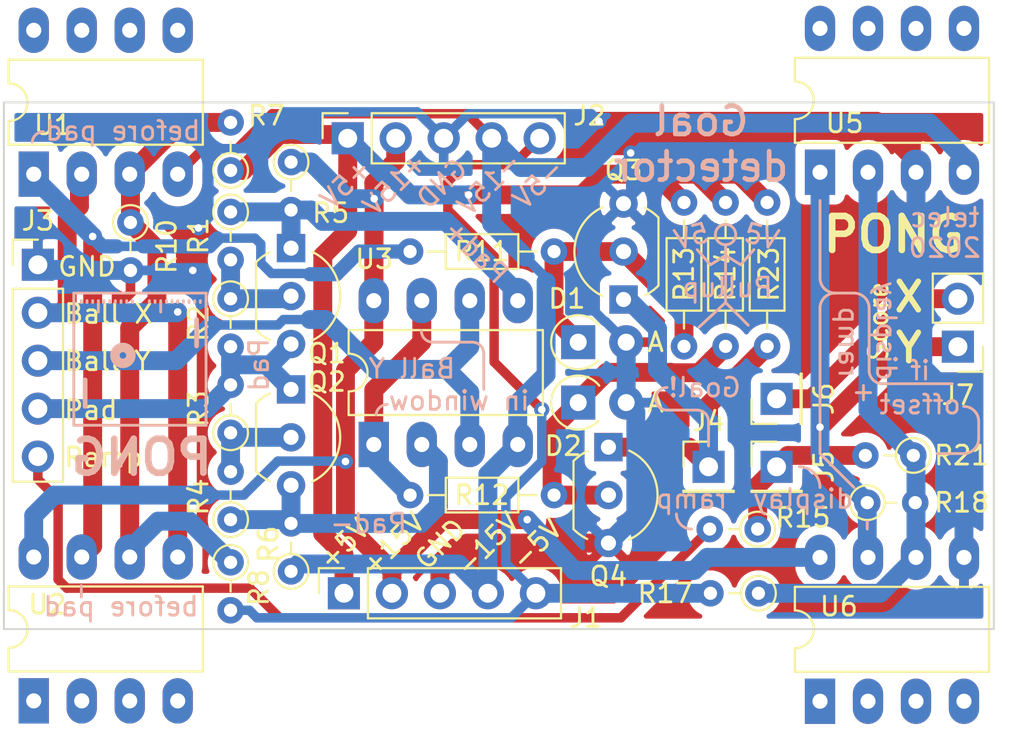
<source format=kicad_pcb>
(kicad_pcb (version 20171130) (host pcbnew "(5.1.5)-3")

  (general
    (thickness 1.6)
    (drawings 108)
    (tracks 300)
    (zones 0)
    (modules 36)
    (nets 24)
  )

  (page A4)
  (layers
    (0 F.Cu signal)
    (31 B.Cu signal)
    (32 B.Adhes user)
    (33 F.Adhes user)
    (34 B.Paste user)
    (35 F.Paste user)
    (36 B.SilkS user)
    (37 F.SilkS user)
    (38 B.Mask user)
    (39 F.Mask user)
    (40 Dwgs.User user)
    (41 Cmts.User user)
    (42 Eco1.User user)
    (43 Eco2.User user)
    (44 Edge.Cuts user)
    (45 Margin user)
    (46 B.CrtYd user)
    (47 F.CrtYd user)
    (48 B.Fab user)
    (49 F.Fab user)
  )

  (setup
    (last_trace_width 0.25)
    (user_trace_width 0.254)
    (user_trace_width 0.5)
    (user_trace_width 0.75)
    (user_trace_width 1)
    (trace_clearance 0.2)
    (zone_clearance 0.508)
    (zone_45_only no)
    (trace_min 0.15)
    (via_size 0.8)
    (via_drill 0.4)
    (via_min_size 0.381)
    (via_min_drill 0.254)
    (user_via 0.512 0.254)
    (user_via 0.639 0.389)
    (uvia_size 0.3)
    (uvia_drill 0.1)
    (uvias_allowed no)
    (uvia_min_size 0.2)
    (uvia_min_drill 0.1)
    (edge_width 0.1)
    (segment_width 0.2)
    (pcb_text_width 0.3)
    (pcb_text_size 1.5 1.5)
    (mod_edge_width 0.15)
    (mod_text_size 1 1)
    (mod_text_width 0.15)
    (pad_size 1.524 1.524)
    (pad_drill 0.762)
    (pad_to_mask_clearance 0.051)
    (solder_mask_min_width 0.25)
    (aux_axis_origin 16.9 19.6)
    (visible_elements 7FFFFFFF)
    (pcbplotparams
      (layerselection 0x010f0_ffffffff)
      (usegerberextensions false)
      (usegerberattributes false)
      (usegerberadvancedattributes false)
      (creategerberjobfile false)
      (excludeedgelayer true)
      (linewidth 0.100000)
      (plotframeref false)
      (viasonmask false)
      (mode 1)
      (useauxorigin true)
      (hpglpennumber 1)
      (hpglpenspeed 20)
      (hpglpendiameter 15.000000)
      (psnegative false)
      (psa4output false)
      (plotreference true)
      (plotvalue true)
      (plotinvisibletext false)
      (padsonsilk false)
      (subtractmaskfromsilk false)
      (outputformat 1)
      (mirror false)
      (drillshape 0)
      (scaleselection 1)
      (outputdirectory "./gerber/"))
  )

  (net 0 "")
  (net 1 GND)
  (net 2 "Net-(D1-Pad1)")
  (net 3 "Net-(D2-Pad1)")
  (net 4 -5V)
  (net 5 -15V)
  (net 6 +15V)
  (net 7 +5V)
  (net 8 /Ramp_score)
  (net 9 /Pad)
  (net 10 /Ball_Y)
  (net 11 /Ball_X)
  (net 12 /Goal)
  (net 13 "Net-(J5-Pad1)")
  (net 14 "Net-(J6-Pad1)")
  (net 15 "Net-(J7-Pad1)")
  (net 16 /Pad+)
  (net 17 "Net-(Q1-Pad2)")
  (net 18 /Pad-)
  (net 19 "Net-(Q2-Pad2)")
  (net 20 "Net-(R10-Pad1)")
  (net 21 "Net-(R11-Pad2)")
  (net 22 "Net-(R12-Pad2)")
  (net 23 "Net-(R17-Pad1)")

  (net_class Default "Ceci est la Netclass par défaut."
    (clearance 0.2)
    (trace_width 0.25)
    (via_dia 0.8)
    (via_drill 0.4)
    (uvia_dia 0.3)
    (uvia_drill 0.1)
    (add_net +15V)
    (add_net +5V)
    (add_net -15V)
    (add_net -5V)
    (add_net /Ball_X)
    (add_net /Ball_Y)
    (add_net /Goal)
    (add_net /Pad)
    (add_net /Pad+)
    (add_net /Pad-)
    (add_net /Ramp_score)
    (add_net GND)
    (add_net "Net-(D1-Pad1)")
    (add_net "Net-(D2-Pad1)")
    (add_net "Net-(J5-Pad1)")
    (add_net "Net-(J6-Pad1)")
    (add_net "Net-(J7-Pad1)")
    (add_net "Net-(Q1-Pad2)")
    (add_net "Net-(Q2-Pad2)")
    (add_net "Net-(R10-Pad1)")
    (add_net "Net-(R11-Pad2)")
    (add_net "Net-(R12-Pad2)")
    (add_net "Net-(R17-Pad1)")
  )

  (module Connector_PinHeader_2.54mm:PinHeader_1x02_P2.54mm_Vertical (layer F.Cu) (tedit 59FED5CC) (tstamp 5E9E3E03)
    (at 67.4 32.54 180)
    (descr "Through hole straight pin header, 1x02, 2.54mm pitch, single row")
    (tags "Through hole pin header THT 1x02 2.54mm single row")
    (path /5F03ED33)
    (fp_text reference J7 (at 0 -2.56) (layer F.SilkS)
      (effects (font (size 1 1) (thickness 0.15)))
    )
    (fp_text value score_xy (at 0 4.87) (layer F.Fab)
      (effects (font (size 1 1) (thickness 0.15)))
    )
    (fp_text user %R (at 0 1.27 90) (layer F.Fab)
      (effects (font (size 1 1) (thickness 0.15)))
    )
    (fp_line (start 1.8 -1.8) (end -1.8 -1.8) (layer F.CrtYd) (width 0.05))
    (fp_line (start 1.8 4.35) (end 1.8 -1.8) (layer F.CrtYd) (width 0.05))
    (fp_line (start -1.8 4.35) (end 1.8 4.35) (layer F.CrtYd) (width 0.05))
    (fp_line (start -1.8 -1.8) (end -1.8 4.35) (layer F.CrtYd) (width 0.05))
    (fp_line (start -1.33 -1.33) (end 0 -1.33) (layer F.SilkS) (width 0.12))
    (fp_line (start -1.33 0) (end -1.33 -1.33) (layer F.SilkS) (width 0.12))
    (fp_line (start -1.33 1.27) (end 1.33 1.27) (layer F.SilkS) (width 0.12))
    (fp_line (start 1.33 1.27) (end 1.33 3.87) (layer F.SilkS) (width 0.12))
    (fp_line (start -1.33 1.27) (end -1.33 3.87) (layer F.SilkS) (width 0.12))
    (fp_line (start -1.33 3.87) (end 1.33 3.87) (layer F.SilkS) (width 0.12))
    (fp_line (start -1.27 -0.635) (end -0.635 -1.27) (layer F.Fab) (width 0.1))
    (fp_line (start -1.27 3.81) (end -1.27 -0.635) (layer F.Fab) (width 0.1))
    (fp_line (start 1.27 3.81) (end -1.27 3.81) (layer F.Fab) (width 0.1))
    (fp_line (start 1.27 -1.27) (end 1.27 3.81) (layer F.Fab) (width 0.1))
    (fp_line (start -0.635 -1.27) (end 1.27 -1.27) (layer F.Fab) (width 0.1))
    (pad 2 thru_hole oval (at 0 2.54 180) (size 1.7 1.7) (drill 1) (layers *.Cu *.Mask)
      (net 14 "Net-(J6-Pad1)"))
    (pad 1 thru_hole rect (at 0 0 180) (size 1.7 1.7) (drill 1) (layers *.Cu *.Mask)
      (net 15 "Net-(J7-Pad1)"))
    (model ${KISYS3DMOD}/Connector_PinHeader_2.54mm.3dshapes/PinHeader_1x02_P2.54mm_Vertical.wrl
      (at (xyz 0 0 0))
      (scale (xyz 1 1 1))
      (rotate (xyz 0 0 0))
    )
  )

  (module Package_DIP:DIP-8_W7.62mm_LongPads (layer F.Cu) (tedit 5A02E8C5) (tstamp 5E9D7FAF)
    (at 36.48 37.72 90)
    (descr "8-lead though-hole mounted DIP package, row spacing 7.62 mm (300 mils), LongPads")
    (tags "THT DIP DIL PDIP 2.54mm 7.62mm 300mil LongPads")
    (path /5C95869E)
    (fp_text reference U3 (at 9.82 0.02 180) (layer F.SilkS)
      (effects (font (size 1 1) (thickness 0.15)))
    )
    (fp_text value LM393 (at 3.81 9.95 90) (layer F.Fab)
      (effects (font (size 1 1) (thickness 0.15)))
    )
    (fp_text user %R (at 3.81 3.81 90) (layer F.Fab)
      (effects (font (size 1 1) (thickness 0.15)))
    )
    (fp_line (start 9.1 -1.55) (end -1.45 -1.55) (layer F.CrtYd) (width 0.05))
    (fp_line (start 9.1 9.15) (end 9.1 -1.55) (layer F.CrtYd) (width 0.05))
    (fp_line (start -1.45 9.15) (end 9.1 9.15) (layer F.CrtYd) (width 0.05))
    (fp_line (start -1.45 -1.55) (end -1.45 9.15) (layer F.CrtYd) (width 0.05))
    (fp_line (start 6.06 -1.33) (end 4.81 -1.33) (layer F.SilkS) (width 0.12))
    (fp_line (start 6.06 8.95) (end 6.06 -1.33) (layer F.SilkS) (width 0.12))
    (fp_line (start 1.56 8.95) (end 6.06 8.95) (layer F.SilkS) (width 0.12))
    (fp_line (start 1.56 -1.33) (end 1.56 8.95) (layer F.SilkS) (width 0.12))
    (fp_line (start 2.81 -1.33) (end 1.56 -1.33) (layer F.SilkS) (width 0.12))
    (fp_line (start 0.635 -0.27) (end 1.635 -1.27) (layer F.Fab) (width 0.1))
    (fp_line (start 0.635 8.89) (end 0.635 -0.27) (layer F.Fab) (width 0.1))
    (fp_line (start 6.985 8.89) (end 0.635 8.89) (layer F.Fab) (width 0.1))
    (fp_line (start 6.985 -1.27) (end 6.985 8.89) (layer F.Fab) (width 0.1))
    (fp_line (start 1.635 -1.27) (end 6.985 -1.27) (layer F.Fab) (width 0.1))
    (fp_arc (start 3.81 -1.33) (end 2.81 -1.33) (angle -180) (layer F.SilkS) (width 0.12))
    (pad 8 thru_hole oval (at 7.62 0 90) (size 2.4 1.6) (drill 0.8) (layers *.Cu *.Mask)
      (net 6 +15V))
    (pad 4 thru_hole oval (at 0 7.62 90) (size 2.4 1.6) (drill 0.8) (layers *.Cu *.Mask)
      (net 5 -15V))
    (pad 7 thru_hole oval (at 7.62 2.54 90) (size 2.4 1.6) (drill 0.8) (layers *.Cu *.Mask)
      (net 22 "Net-(R12-Pad2)"))
    (pad 3 thru_hole oval (at 0 5.08 90) (size 2.4 1.6) (drill 0.8) (layers *.Cu *.Mask)
      (net 10 /Ball_Y))
    (pad 6 thru_hole oval (at 7.62 5.08 90) (size 2.4 1.6) (drill 0.8) (layers *.Cu *.Mask)
      (net 10 /Ball_Y))
    (pad 2 thru_hole oval (at 0 2.54 90) (size 2.4 1.6) (drill 0.8) (layers *.Cu *.Mask)
      (net 18 /Pad-))
    (pad 5 thru_hole oval (at 7.62 7.62 90) (size 2.4 1.6) (drill 0.8) (layers *.Cu *.Mask)
      (net 16 /Pad+))
    (pad 1 thru_hole rect (at 0 0 90) (size 2.4 1.6) (drill 0.8) (layers *.Cu *.Mask)
      (net 22 "Net-(R12-Pad2)"))
    (model ${KISYS3DMOD}/Package_DIP.3dshapes/DIP-8_W7.62mm.wrl
      (at (xyz 0 0 0))
      (scale (xyz 1 1 1))
      (rotate (xyz 0 0 0))
    )
  )

  (module Resistor_THT:R_Axial_DIN0204_L3.6mm_D1.6mm_P2.54mm_Vertical (layer F.Cu) (tedit 5AE5139B) (tstamp 5E9CCFA8)
    (at 65.04 38.3 180)
    (descr "Resistor, Axial_DIN0204 series, Axial, Vertical, pin pitch=2.54mm, 0.167W, length*diameter=3.6*1.6mm^2, http://cdn-reichelt.de/documents/datenblatt/B400/1_4W%23YAG.pdf")
    (tags "Resistor Axial_DIN0204 series Axial Vertical pin pitch 2.54mm 0.167W length 3.6mm diameter 1.6mm")
    (path /5CA1A05C)
    (fp_text reference R18 (at -2.56 -2.5) (layer F.SilkS)
      (effects (font (size 1 1) (thickness 0.15)))
    )
    (fp_text value 33k (at 1.27 1.92) (layer F.Fab)
      (effects (font (size 1 1) (thickness 0.15)))
    )
    (fp_text user %R (at 1.27 -1.92) (layer F.Fab)
      (effects (font (size 1 1) (thickness 0.15)))
    )
    (fp_line (start 3.49 -1.05) (end -1.05 -1.05) (layer F.CrtYd) (width 0.05))
    (fp_line (start 3.49 1.05) (end 3.49 -1.05) (layer F.CrtYd) (width 0.05))
    (fp_line (start -1.05 1.05) (end 3.49 1.05) (layer F.CrtYd) (width 0.05))
    (fp_line (start -1.05 -1.05) (end -1.05 1.05) (layer F.CrtYd) (width 0.05))
    (fp_line (start 0.92 0) (end 1.54 0) (layer F.SilkS) (width 0.12))
    (fp_line (start 0 0) (end 2.54 0) (layer F.Fab) (width 0.1))
    (fp_circle (center 0 0) (end 0.92 0) (layer F.SilkS) (width 0.12))
    (fp_circle (center 0 0) (end 0.8 0) (layer F.Fab) (width 0.1))
    (pad 2 thru_hole oval (at 2.54 0 180) (size 1.4 1.4) (drill 0.7) (layers *.Cu *.Mask)
      (net 13 "Net-(J5-Pad1)"))
    (pad 1 thru_hole circle (at 0 0 180) (size 1.4 1.4) (drill 0.7) (layers *.Cu *.Mask)
      (net 23 "Net-(R17-Pad1)"))
    (model ${KISYS3DMOD}/Resistor_THT.3dshapes/R_Axial_DIN0204_L3.6mm_D1.6mm_P2.54mm_Vertical.wrl
      (at (xyz 0 0 0))
      (scale (xyz 1 1 1))
      (rotate (xyz 0 0 0))
    )
  )

  (module Resistor_THT:R_Axial_DIN0204_L3.6mm_D1.6mm_P2.54mm_Vertical (layer F.Cu) (tedit 5AE5139B) (tstamp 5E9E33DD)
    (at 56.84 45.6 180)
    (descr "Resistor, Axial_DIN0204 series, Axial, Vertical, pin pitch=2.54mm, 0.167W, length*diameter=3.6*1.6mm^2, http://cdn-reichelt.de/documents/datenblatt/B400/1_4W%23YAG.pdf")
    (tags "Resistor Axial_DIN0204 series Axial Vertical pin pitch 2.54mm 0.167W length 3.6mm diameter 1.6mm")
    (path /5CA108A7)
    (fp_text reference R17 (at 4.94 0) (layer F.SilkS)
      (effects (font (size 1 1) (thickness 0.15)))
    )
    (fp_text value 75k (at 1.27 1.92) (layer F.Fab)
      (effects (font (size 1 1) (thickness 0.15)))
    )
    (fp_text user %R (at 1.27 -1.92) (layer F.Fab)
      (effects (font (size 1 1) (thickness 0.15)))
    )
    (fp_line (start 3.49 -1.05) (end -1.05 -1.05) (layer F.CrtYd) (width 0.05))
    (fp_line (start 3.49 1.05) (end 3.49 -1.05) (layer F.CrtYd) (width 0.05))
    (fp_line (start -1.05 1.05) (end 3.49 1.05) (layer F.CrtYd) (width 0.05))
    (fp_line (start -1.05 -1.05) (end -1.05 1.05) (layer F.CrtYd) (width 0.05))
    (fp_line (start 0.92 0) (end 1.54 0) (layer F.SilkS) (width 0.12))
    (fp_line (start 0 0) (end 2.54 0) (layer F.Fab) (width 0.1))
    (fp_circle (center 0 0) (end 0.92 0) (layer F.SilkS) (width 0.12))
    (fp_circle (center 0 0) (end 0.8 0) (layer F.Fab) (width 0.1))
    (pad 2 thru_hole oval (at 2.54 0 180) (size 1.4 1.4) (drill 0.7) (layers *.Cu *.Mask)
      (net 4 -5V))
    (pad 1 thru_hole circle (at 0 0 180) (size 1.4 1.4) (drill 0.7) (layers *.Cu *.Mask)
      (net 23 "Net-(R17-Pad1)"))
    (model ${KISYS3DMOD}/Resistor_THT.3dshapes/R_Axial_DIN0204_L3.6mm_D1.6mm_P2.54mm_Vertical.wrl
      (at (xyz 0 0 0))
      (scale (xyz 1 1 1))
      (rotate (xyz 0 0 0))
    )
  )

  (module Resistor_THT:R_Axial_DIN0204_L3.6mm_D1.6mm_P2.54mm_Vertical (layer F.Cu) (tedit 5AE5139B) (tstamp 5E9E266C)
    (at 56.8 42.2 180)
    (descr "Resistor, Axial_DIN0204 series, Axial, Vertical, pin pitch=2.54mm, 0.167W, length*diameter=3.6*1.6mm^2, http://cdn-reichelt.de/documents/datenblatt/B400/1_4W%23YAG.pdf")
    (tags "Resistor Axial_DIN0204 series Axial Vertical pin pitch 2.54mm 0.167W length 3.6mm diameter 1.6mm")
    (path /5CA2152E)
    (fp_text reference R15 (at -2.4 0.6) (layer F.SilkS)
      (effects (font (size 1 1) (thickness 0.15)))
    )
    (fp_text value 33k (at 1.27 1.92) (layer F.Fab)
      (effects (font (size 1 1) (thickness 0.15)))
    )
    (fp_text user %R (at 1.27 -1.92) (layer F.Fab)
      (effects (font (size 1 1) (thickness 0.15)))
    )
    (fp_line (start 3.49 -1.05) (end -1.05 -1.05) (layer F.CrtYd) (width 0.05))
    (fp_line (start 3.49 1.05) (end 3.49 -1.05) (layer F.CrtYd) (width 0.05))
    (fp_line (start -1.05 1.05) (end 3.49 1.05) (layer F.CrtYd) (width 0.05))
    (fp_line (start -1.05 -1.05) (end -1.05 1.05) (layer F.CrtYd) (width 0.05))
    (fp_line (start 0.92 0) (end 1.54 0) (layer F.SilkS) (width 0.12))
    (fp_line (start 0 0) (end 2.54 0) (layer F.Fab) (width 0.1))
    (fp_circle (center 0 0) (end 0.92 0) (layer F.SilkS) (width 0.12))
    (fp_circle (center 0 0) (end 0.8 0) (layer F.Fab) (width 0.1))
    (pad 2 thru_hole oval (at 2.54 0 180) (size 1.4 1.4) (drill 0.7) (layers *.Cu *.Mask)
      (net 8 /Ramp_score))
    (pad 1 thru_hole circle (at 0 0 180) (size 1.4 1.4) (drill 0.7) (layers *.Cu *.Mask)
      (net 13 "Net-(J5-Pad1)"))
    (model ${KISYS3DMOD}/Resistor_THT.3dshapes/R_Axial_DIN0204_L3.6mm_D1.6mm_P2.54mm_Vertical.wrl
      (at (xyz 0 0 0))
      (scale (xyz 1 1 1))
      (rotate (xyz 0 0 0))
    )
  )

  (module Resistor_THT:R_Axial_DIN0204_L3.6mm_D1.6mm_P7.62mm_Horizontal (layer F.Cu) (tedit 5AE5139B) (tstamp 5E9D7A1E)
    (at 57.3 24.9 270)
    (descr "Resistor, Axial_DIN0204 series, Axial, Horizontal, pin pitch=7.62mm, 0.167W, length*diameter=3.6*1.6mm^2, http://cdn-reichelt.de/documents/datenblatt/B400/1_4W%23YAG.pdf")
    (tags "Resistor Axial_DIN0204 series Axial Horizontal pin pitch 7.62mm 0.167W length 3.6mm diameter 1.6mm")
    (path /5EC8549A)
    (fp_text reference R23 (at 3.8 -0.1 90) (layer F.SilkS)
      (effects (font (size 1 1) (thickness 0.15)))
    )
    (fp_text value 10k (at 3.81 1.92 90) (layer F.Fab)
      (effects (font (size 1 1) (thickness 0.15)))
    )
    (fp_text user %R (at 3.81 0 90) (layer F.Fab)
      (effects (font (size 0.72 0.72) (thickness 0.108)))
    )
    (fp_line (start 8.57 -1.05) (end -0.95 -1.05) (layer F.CrtYd) (width 0.05))
    (fp_line (start 8.57 1.05) (end 8.57 -1.05) (layer F.CrtYd) (width 0.05))
    (fp_line (start -0.95 1.05) (end 8.57 1.05) (layer F.CrtYd) (width 0.05))
    (fp_line (start -0.95 -1.05) (end -0.95 1.05) (layer F.CrtYd) (width 0.05))
    (fp_line (start 6.68 0) (end 5.73 0) (layer F.SilkS) (width 0.12))
    (fp_line (start 0.94 0) (end 1.89 0) (layer F.SilkS) (width 0.12))
    (fp_line (start 5.73 -0.92) (end 1.89 -0.92) (layer F.SilkS) (width 0.12))
    (fp_line (start 5.73 0.92) (end 5.73 -0.92) (layer F.SilkS) (width 0.12))
    (fp_line (start 1.89 0.92) (end 5.73 0.92) (layer F.SilkS) (width 0.12))
    (fp_line (start 1.89 -0.92) (end 1.89 0.92) (layer F.SilkS) (width 0.12))
    (fp_line (start 7.62 0) (end 5.61 0) (layer F.Fab) (width 0.1))
    (fp_line (start 0 0) (end 2.01 0) (layer F.Fab) (width 0.1))
    (fp_line (start 5.61 -0.8) (end 2.01 -0.8) (layer F.Fab) (width 0.1))
    (fp_line (start 5.61 0.8) (end 5.61 -0.8) (layer F.Fab) (width 0.1))
    (fp_line (start 2.01 0.8) (end 5.61 0.8) (layer F.Fab) (width 0.1))
    (fp_line (start 2.01 -0.8) (end 2.01 0.8) (layer F.Fab) (width 0.1))
    (pad 2 thru_hole oval (at 7.62 0 270) (size 1.4 1.4) (drill 0.7) (layers *.Cu *.Mask)
      (net 12 /Goal))
    (pad 1 thru_hole circle (at 0 0 270) (size 1.4 1.4) (drill 0.7) (layers *.Cu *.Mask)
      (net 7 +5V))
    (model ${KISYS3DMOD}/Resistor_THT.3dshapes/R_Axial_DIN0204_L3.6mm_D1.6mm_P7.62mm_Horizontal.wrl
      (at (xyz 0 0 0))
      (scale (xyz 1 1 1))
      (rotate (xyz 0 0 0))
    )
  )

  (module Resistor_THT:R_Axial_DIN0204_L3.6mm_D1.6mm_P2.54mm_Vertical (layer F.Cu) (tedit 5AE5139B) (tstamp 5E9E140E)
    (at 23.6 25.96 270)
    (descr "Resistor, Axial_DIN0204 series, Axial, Vertical, pin pitch=2.54mm, 0.167W, length*diameter=3.6*1.6mm^2, http://cdn-reichelt.de/documents/datenblatt/B400/1_4W%23YAG.pdf")
    (tags "Resistor Axial_DIN0204 series Axial Vertical pin pitch 2.54mm 0.167W length 3.6mm diameter 1.6mm")
    (path /5C9B5DB6)
    (fp_text reference R10 (at 1.27 -1.92 90) (layer F.SilkS)
      (effects (font (size 1 1) (thickness 0.15)))
    )
    (fp_text value 1k (at 1.27 1.92 90) (layer F.Fab)
      (effects (font (size 1 1) (thickness 0.15)))
    )
    (fp_text user %R (at 1.27 -1.92 90) (layer F.Fab)
      (effects (font (size 1 1) (thickness 0.15)))
    )
    (fp_line (start 3.49 -1.05) (end -1.05 -1.05) (layer F.CrtYd) (width 0.05))
    (fp_line (start 3.49 1.05) (end 3.49 -1.05) (layer F.CrtYd) (width 0.05))
    (fp_line (start -1.05 1.05) (end 3.49 1.05) (layer F.CrtYd) (width 0.05))
    (fp_line (start -1.05 -1.05) (end -1.05 1.05) (layer F.CrtYd) (width 0.05))
    (fp_line (start 0.92 0) (end 1.54 0) (layer F.SilkS) (width 0.12))
    (fp_line (start 0 0) (end 2.54 0) (layer F.Fab) (width 0.1))
    (fp_circle (center 0 0) (end 0.92 0) (layer F.SilkS) (width 0.12))
    (fp_circle (center 0 0) (end 0.8 0) (layer F.Fab) (width 0.1))
    (pad 2 thru_hole oval (at 2.54 0 270) (size 1.4 1.4) (drill 0.7) (layers *.Cu *.Mask)
      (net 1 GND))
    (pad 1 thru_hole circle (at 0 0 270) (size 1.4 1.4) (drill 0.7) (layers *.Cu *.Mask)
      (net 20 "Net-(R10-Pad1)"))
    (model ${KISYS3DMOD}/Resistor_THT.3dshapes/R_Axial_DIN0204_L3.6mm_D1.6mm_P2.54mm_Vertical.wrl
      (at (xyz 0 0 0))
      (scale (xyz 1 1 1))
      (rotate (xyz 0 0 0))
    )
  )

  (module Resistor_THT:R_Axial_DIN0204_L3.6mm_D1.6mm_P2.54mm_Vertical (layer F.Cu) (tedit 5AE5139B) (tstamp 5E9CCEC2)
    (at 28.9 43.96 270)
    (descr "Resistor, Axial_DIN0204 series, Axial, Vertical, pin pitch=2.54mm, 0.167W, length*diameter=3.6*1.6mm^2, http://cdn-reichelt.de/documents/datenblatt/B400/1_4W%23YAG.pdf")
    (tags "Resistor Axial_DIN0204 series Axial Vertical pin pitch 2.54mm 0.167W length 3.6mm diameter 1.6mm")
    (path /5C9B5DAF)
    (fp_text reference R8 (at 1.34 -1.5 270) (layer F.SilkS)
      (effects (font (size 1 1) (thickness 0.15)))
    )
    (fp_text value 100 (at 1.27 1.92 90) (layer F.Fab)
      (effects (font (size 1 1) (thickness 0.15)))
    )
    (fp_text user %R (at 1.27 -1.92 90) (layer F.Fab)
      (effects (font (size 1 1) (thickness 0.15)))
    )
    (fp_line (start 3.49 -1.05) (end -1.05 -1.05) (layer F.CrtYd) (width 0.05))
    (fp_line (start 3.49 1.05) (end 3.49 -1.05) (layer F.CrtYd) (width 0.05))
    (fp_line (start -1.05 1.05) (end 3.49 1.05) (layer F.CrtYd) (width 0.05))
    (fp_line (start -1.05 -1.05) (end -1.05 1.05) (layer F.CrtYd) (width 0.05))
    (fp_line (start 0.92 0) (end 1.54 0) (layer F.SilkS) (width 0.12))
    (fp_line (start 0 0) (end 2.54 0) (layer F.Fab) (width 0.1))
    (fp_circle (center 0 0) (end 0.92 0) (layer F.SilkS) (width 0.12))
    (fp_circle (center 0 0) (end 0.8 0) (layer F.Fab) (width 0.1))
    (pad 2 thru_hole oval (at 2.54 0 270) (size 1.4 1.4) (drill 0.7) (layers *.Cu *.Mask)
      (net 4 -5V))
    (pad 1 thru_hole circle (at 0 0 270) (size 1.4 1.4) (drill 0.7) (layers *.Cu *.Mask)
      (net 20 "Net-(R10-Pad1)"))
    (model ${KISYS3DMOD}/Resistor_THT.3dshapes/R_Axial_DIN0204_L3.6mm_D1.6mm_P2.54mm_Vertical.wrl
      (at (xyz 0 0 0))
      (scale (xyz 1 1 1))
      (rotate (xyz 0 0 0))
    )
  )

  (module Resistor_THT:R_Axial_DIN0204_L3.6mm_D1.6mm_P2.54mm_Vertical (layer F.Cu) (tedit 5AE5139B) (tstamp 5E9E6C9B)
    (at 28.9 23.2 90)
    (descr "Resistor, Axial_DIN0204 series, Axial, Vertical, pin pitch=2.54mm, 0.167W, length*diameter=3.6*1.6mm^2, http://cdn-reichelt.de/documents/datenblatt/B400/1_4W%23YAG.pdf")
    (tags "Resistor Axial_DIN0204 series Axial Vertical pin pitch 2.54mm 0.167W length 3.6mm diameter 1.6mm")
    (path /5C966D18)
    (fp_text reference R7 (at 2.9 1.9 180) (layer F.SilkS)
      (effects (font (size 1 1) (thickness 0.15)))
    )
    (fp_text value 100 (at 1.27 1.92 90) (layer F.Fab)
      (effects (font (size 1 1) (thickness 0.15)))
    )
    (fp_text user %R (at 1.27 -1.92 90) (layer F.Fab)
      (effects (font (size 1 1) (thickness 0.15)))
    )
    (fp_line (start 3.49 -1.05) (end -1.05 -1.05) (layer F.CrtYd) (width 0.05))
    (fp_line (start 3.49 1.05) (end 3.49 -1.05) (layer F.CrtYd) (width 0.05))
    (fp_line (start -1.05 1.05) (end 3.49 1.05) (layer F.CrtYd) (width 0.05))
    (fp_line (start -1.05 -1.05) (end -1.05 1.05) (layer F.CrtYd) (width 0.05))
    (fp_line (start 0.92 0) (end 1.54 0) (layer F.SilkS) (width 0.12))
    (fp_line (start 0 0) (end 2.54 0) (layer F.Fab) (width 0.1))
    (fp_circle (center 0 0) (end 0.92 0) (layer F.SilkS) (width 0.12))
    (fp_circle (center 0 0) (end 0.8 0) (layer F.Fab) (width 0.1))
    (pad 2 thru_hole oval (at 2.54 0 90) (size 1.4 1.4) (drill 0.7) (layers *.Cu *.Mask)
      (net 20 "Net-(R10-Pad1)"))
    (pad 1 thru_hole circle (at 0 0 90) (size 1.4 1.4) (drill 0.7) (layers *.Cu *.Mask)
      (net 7 +5V))
    (model ${KISYS3DMOD}/Resistor_THT.3dshapes/R_Axial_DIN0204_L3.6mm_D1.6mm_P2.54mm_Vertical.wrl
      (at (xyz 0 0 0))
      (scale (xyz 1 1 1))
      (rotate (xyz 0 0 0))
    )
  )

  (module Resistor_THT:R_Axial_DIN0204_L3.6mm_D1.6mm_P2.54mm_Vertical (layer F.Cu) (tedit 5AE5139B) (tstamp 5E9E01B7)
    (at 62.6 40.8)
    (descr "Resistor, Axial_DIN0204 series, Axial, Vertical, pin pitch=2.54mm, 0.167W, length*diameter=3.6*1.6mm^2, http://cdn-reichelt.de/documents/datenblatt/B400/1_4W%23YAG.pdf")
    (tags "Resistor Axial_DIN0204 series Axial Vertical pin pitch 2.54mm 0.167W length 3.6mm diameter 1.6mm")
    (path /5CA0C232)
    (fp_text reference R21 (at 5 -2.5) (layer F.SilkS)
      (effects (font (size 1 1) (thickness 0.15)))
    )
    (fp_text value 68k (at 1.27 1.92) (layer F.Fab)
      (effects (font (size 1 1) (thickness 0.15)))
    )
    (fp_text user %R (at 1.27 -1.92) (layer F.Fab)
      (effects (font (size 1 1) (thickness 0.15)))
    )
    (fp_line (start 3.49 -1.05) (end -1.05 -1.05) (layer F.CrtYd) (width 0.05))
    (fp_line (start 3.49 1.05) (end 3.49 -1.05) (layer F.CrtYd) (width 0.05))
    (fp_line (start -1.05 1.05) (end 3.49 1.05) (layer F.CrtYd) (width 0.05))
    (fp_line (start -1.05 -1.05) (end -1.05 1.05) (layer F.CrtYd) (width 0.05))
    (fp_line (start 0.92 0) (end 1.54 0) (layer F.SilkS) (width 0.12))
    (fp_line (start 0 0) (end 2.54 0) (layer F.Fab) (width 0.1))
    (fp_circle (center 0 0) (end 0.92 0) (layer F.SilkS) (width 0.12))
    (fp_circle (center 0 0) (end 0.8 0) (layer F.Fab) (width 0.1))
    (pad 2 thru_hole oval (at 2.54 0) (size 1.4 1.4) (drill 0.7) (layers *.Cu *.Mask)
      (net 23 "Net-(R17-Pad1)"))
    (pad 1 thru_hole circle (at 0 0) (size 1.4 1.4) (drill 0.7) (layers *.Cu *.Mask)
      (net 15 "Net-(J7-Pad1)"))
    (model ${KISYS3DMOD}/Resistor_THT.3dshapes/R_Axial_DIN0204_L3.6mm_D1.6mm_P2.54mm_Vertical.wrl
      (at (xyz 0 0 0))
      (scale (xyz 1 1 1))
      (rotate (xyz 0 0 0))
    )
  )

  (module Connector_PinHeader_2.54mm:PinHeader_1x01_P2.54mm_Vertical (layer F.Cu) (tedit 59FED5CC) (tstamp 5E9D7C78)
    (at 57.8 38.9)
    (descr "Through hole straight pin header, 1x01, 2.54mm pitch, single row")
    (tags "Through hole pin header THT 1x01 2.54mm single row")
    (path /5EB5F5C0)
    (fp_text reference J5 (at 2.5 0 90) (layer F.SilkS)
      (effects (font (size 1 1) (thickness 0.15)))
    )
    (fp_text value score_display (at 0 2.33) (layer F.Fab)
      (effects (font (size 1 1) (thickness 0.15)))
    )
    (fp_text user %R (at 0 0 90) (layer F.Fab)
      (effects (font (size 1 1) (thickness 0.15)))
    )
    (fp_line (start 1.8 -1.8) (end -1.8 -1.8) (layer F.CrtYd) (width 0.05))
    (fp_line (start 1.8 1.8) (end 1.8 -1.8) (layer F.CrtYd) (width 0.05))
    (fp_line (start -1.8 1.8) (end 1.8 1.8) (layer F.CrtYd) (width 0.05))
    (fp_line (start -1.8 -1.8) (end -1.8 1.8) (layer F.CrtYd) (width 0.05))
    (fp_line (start -1.33 -1.33) (end 0 -1.33) (layer F.SilkS) (width 0.12))
    (fp_line (start -1.33 0) (end -1.33 -1.33) (layer F.SilkS) (width 0.12))
    (fp_line (start -1.33 1.27) (end 1.33 1.27) (layer F.SilkS) (width 0.12))
    (fp_line (start 1.33 1.27) (end 1.33 1.33) (layer F.SilkS) (width 0.12))
    (fp_line (start -1.33 1.27) (end -1.33 1.33) (layer F.SilkS) (width 0.12))
    (fp_line (start -1.33 1.33) (end 1.33 1.33) (layer F.SilkS) (width 0.12))
    (fp_line (start -1.27 -0.635) (end -0.635 -1.27) (layer F.Fab) (width 0.1))
    (fp_line (start -1.27 1.27) (end -1.27 -0.635) (layer F.Fab) (width 0.1))
    (fp_line (start 1.27 1.27) (end -1.27 1.27) (layer F.Fab) (width 0.1))
    (fp_line (start 1.27 -1.27) (end 1.27 1.27) (layer F.Fab) (width 0.1))
    (fp_line (start -0.635 -1.27) (end 1.27 -1.27) (layer F.Fab) (width 0.1))
    (pad 1 thru_hole rect (at 0 0) (size 1.7 1.7) (drill 1) (layers *.Cu *.Mask)
      (net 13 "Net-(J5-Pad1)"))
    (model ${KISYS3DMOD}/Connector_PinHeader_2.54mm.3dshapes/PinHeader_1x01_P2.54mm_Vertical.wrl
      (at (xyz 0 0 0))
      (scale (xyz 1 1 1))
      (rotate (xyz 0 0 0))
    )
  )

  (module Diode_THT:D_A-405_P2.54mm_Vertical_AnodeUp (layer F.Cu) (tedit 5AE50CD5) (tstamp 5E9CCD06)
    (at 47.3 35.5)
    (descr "Diode, A-405 series, Axial, Vertical, pin pitch=2.54mm, , length*diameter=5.2*2.7mm^2, , http://www.diodes.com/_files/packages/A-405.pdf")
    (tags "Diode A-405 series Axial Vertical pin pitch 2.54mm  length 5.2mm diameter 2.7mm")
    (path /5EA646C5)
    (fp_text reference D2 (at -0.8 2.3) (layer F.SilkS)
      (effects (font (size 1 1) (thickness 0.15)))
    )
    (fp_text value 1N4148 (at 1.27 3.359) (layer F.Fab)
      (effects (font (size 1 1) (thickness 0.15)))
    )
    (fp_text user A (at 4.1 0) (layer F.SilkS)
      (effects (font (size 1 1) (thickness 0.15)))
    )
    (fp_text user A (at 4.44 0) (layer F.Fab)
      (effects (font (size 1 1) (thickness 0.15)))
    )
    (fp_text user %R (at 1.27 -2.47) (layer F.Fab)
      (effects (font (size 1 1) (thickness 0.15)))
    )
    (fp_line (start 3.69 -1.6) (end -1.6 -1.6) (layer F.CrtYd) (width 0.05))
    (fp_line (start 3.69 1.6) (end 3.69 -1.6) (layer F.CrtYd) (width 0.05))
    (fp_line (start -1.6 1.6) (end 3.69 1.6) (layer F.CrtYd) (width 0.05))
    (fp_line (start -1.6 -1.6) (end -1.6 1.6) (layer F.CrtYd) (width 0.05))
    (fp_line (start 0 0) (end 2.54 0) (layer F.Fab) (width 0.1))
    (fp_circle (center 0 0) (end 1.35 0) (layer F.Fab) (width 0.1))
    (fp_arc (start 0 0) (end 1.113239 -0.9) (angle -278.451986) (layer F.SilkS) (width 0.12))
    (pad 2 thru_hole oval (at 2.54 0) (size 1.8 1.8) (drill 0.9) (layers *.Cu *.Mask)
      (net 1 GND))
    (pad 1 thru_hole rect (at 0 0) (size 1.8 1.8) (drill 0.9) (layers *.Cu *.Mask)
      (net 3 "Net-(D2-Pad1)"))
    (model ${KISYS3DMOD}/Diode_THT.3dshapes/D_A-405_P2.54mm_Vertical_AnodeUp.wrl
      (at (xyz 0 0 0))
      (scale (xyz 1 1 1))
      (rotate (xyz 0 0 0))
    )
  )

  (module Diode_THT:D_A-405_P2.54mm_Vertical_AnodeUp (layer F.Cu) (tedit 5AE50CD5) (tstamp 5E9CCCE7)
    (at 47.3 32.3)
    (descr "Diode, A-405 series, Axial, Vertical, pin pitch=2.54mm, , length*diameter=5.2*2.7mm^2, , http://www.diodes.com/_files/packages/A-405.pdf")
    (tags "Diode A-405 series Axial Vertical pin pitch 2.54mm  length 5.2mm diameter 2.7mm")
    (path /5EA646FA)
    (fp_text reference D1 (at -0.6 -2.3) (layer F.SilkS)
      (effects (font (size 1 1) (thickness 0.15)))
    )
    (fp_text value 1N4148 (at 1.27 3.359) (layer F.Fab)
      (effects (font (size 1 1) (thickness 0.15)))
    )
    (fp_text user A (at 4.1 0) (layer F.SilkS)
      (effects (font (size 1 1) (thickness 0.15)))
    )
    (fp_text user A (at 4.44 0) (layer F.Fab)
      (effects (font (size 1 1) (thickness 0.15)))
    )
    (fp_text user %R (at 1.27 -2.47) (layer F.Fab)
      (effects (font (size 1 1) (thickness 0.15)))
    )
    (fp_line (start 3.69 -1.6) (end -1.6 -1.6) (layer F.CrtYd) (width 0.05))
    (fp_line (start 3.69 1.6) (end 3.69 -1.6) (layer F.CrtYd) (width 0.05))
    (fp_line (start -1.6 1.6) (end 3.69 1.6) (layer F.CrtYd) (width 0.05))
    (fp_line (start -1.6 -1.6) (end -1.6 1.6) (layer F.CrtYd) (width 0.05))
    (fp_line (start 0 0) (end 2.54 0) (layer F.Fab) (width 0.1))
    (fp_circle (center 0 0) (end 1.35 0) (layer F.Fab) (width 0.1))
    (fp_arc (start 0 0) (end 1.113239 -0.9) (angle -278.451986) (layer F.SilkS) (width 0.12))
    (pad 2 thru_hole oval (at 2.54 0) (size 1.8 1.8) (drill 0.9) (layers *.Cu *.Mask)
      (net 1 GND))
    (pad 1 thru_hole rect (at 0 0) (size 1.8 1.8) (drill 0.9) (layers *.Cu *.Mask)
      (net 2 "Net-(D1-Pad1)"))
    (model ${KISYS3DMOD}/Diode_THT.3dshapes/D_A-405_P2.54mm_Vertical_AnodeUp.wrl
      (at (xyz 0 0 0))
      (scale (xyz 1 1 1))
      (rotate (xyz 0 0 0))
    )
  )

  (module Resistor_THT:R_Axial_DIN0204_L3.6mm_D1.6mm_P2.54mm_Vertical (layer F.Cu) (tedit 5AE5139B) (tstamp 5E9CCE94)
    (at 32.1 44.44 90)
    (descr "Resistor, Axial_DIN0204 series, Axial, Vertical, pin pitch=2.54mm, 0.167W, length*diameter=3.6*1.6mm^2, http://cdn-reichelt.de/documents/datenblatt/B400/1_4W%23YAG.pdf")
    (tags "Resistor Axial_DIN0204 series Axial Vertical pin pitch 2.54mm 0.167W length 3.6mm diameter 1.6mm")
    (path /5EA64670)
    (fp_text reference R6 (at 1.44 -1.2 90) (layer F.SilkS)
      (effects (font (size 1 1) (thickness 0.15)))
    )
    (fp_text value 10k (at 1.27 1.92 90) (layer F.Fab)
      (effects (font (size 1 1) (thickness 0.15)))
    )
    (fp_text user %R (at 1.27 -1.92 90) (layer F.Fab)
      (effects (font (size 1 1) (thickness 0.15)))
    )
    (fp_line (start 3.49 -1.05) (end -1.05 -1.05) (layer F.CrtYd) (width 0.05))
    (fp_line (start 3.49 1.05) (end 3.49 -1.05) (layer F.CrtYd) (width 0.05))
    (fp_line (start -1.05 1.05) (end 3.49 1.05) (layer F.CrtYd) (width 0.05))
    (fp_line (start -1.05 -1.05) (end -1.05 1.05) (layer F.CrtYd) (width 0.05))
    (fp_line (start 0.92 0) (end 1.54 0) (layer F.SilkS) (width 0.12))
    (fp_line (start 0 0) (end 2.54 0) (layer F.Fab) (width 0.1))
    (fp_circle (center 0 0) (end 0.92 0) (layer F.SilkS) (width 0.12))
    (fp_circle (center 0 0) (end 0.8 0) (layer F.Fab) (width 0.1))
    (pad 2 thru_hole oval (at 2.54 0 90) (size 1.4 1.4) (drill 0.7) (layers *.Cu *.Mask)
      (net 18 /Pad-))
    (pad 1 thru_hole circle (at 0 0 90) (size 1.4 1.4) (drill 0.7) (layers *.Cu *.Mask)
      (net 5 -15V))
    (model ${KISYS3DMOD}/Resistor_THT.3dshapes/R_Axial_DIN0204_L3.6mm_D1.6mm_P2.54mm_Vertical.wrl
      (at (xyz 0 0 0))
      (scale (xyz 1 1 1))
      (rotate (xyz 0 0 0))
    )
  )

  (module Resistor_THT:R_Axial_DIN0204_L3.6mm_D1.6mm_P2.54mm_Vertical (layer F.Cu) (tedit 5AE5139B) (tstamp 5E9CCE7D)
    (at 32.1 22.76 270)
    (descr "Resistor, Axial_DIN0204 series, Axial, Vertical, pin pitch=2.54mm, 0.167W, length*diameter=3.6*1.6mm^2, http://cdn-reichelt.de/documents/datenblatt/B400/1_4W%23YAG.pdf")
    (tags "Resistor Axial_DIN0204 series Axial Vertical pin pitch 2.54mm 0.167W length 3.6mm diameter 1.6mm")
    (path /5EA6460D)
    (fp_text reference R5 (at 2.7 -2.1 180) (layer F.SilkS)
      (effects (font (size 1 1) (thickness 0.15)))
    )
    (fp_text value 10k (at 1.27 1.92 90) (layer F.Fab)
      (effects (font (size 1 1) (thickness 0.15)))
    )
    (fp_text user %R (at 1.27 -1.92 90) (layer F.Fab)
      (effects (font (size 1 1) (thickness 0.15)))
    )
    (fp_line (start 3.49 -1.05) (end -1.05 -1.05) (layer F.CrtYd) (width 0.05))
    (fp_line (start 3.49 1.05) (end 3.49 -1.05) (layer F.CrtYd) (width 0.05))
    (fp_line (start -1.05 1.05) (end 3.49 1.05) (layer F.CrtYd) (width 0.05))
    (fp_line (start -1.05 -1.05) (end -1.05 1.05) (layer F.CrtYd) (width 0.05))
    (fp_line (start 0.92 0) (end 1.54 0) (layer F.SilkS) (width 0.12))
    (fp_line (start 0 0) (end 2.54 0) (layer F.Fab) (width 0.1))
    (fp_circle (center 0 0) (end 0.92 0) (layer F.SilkS) (width 0.12))
    (fp_circle (center 0 0) (end 0.8 0) (layer F.Fab) (width 0.1))
    (pad 2 thru_hole oval (at 2.54 0 270) (size 1.4 1.4) (drill 0.7) (layers *.Cu *.Mask)
      (net 16 /Pad+))
    (pad 1 thru_hole circle (at 0 0 270) (size 1.4 1.4) (drill 0.7) (layers *.Cu *.Mask)
      (net 6 +15V))
    (model ${KISYS3DMOD}/Resistor_THT.3dshapes/R_Axial_DIN0204_L3.6mm_D1.6mm_P2.54mm_Vertical.wrl
      (at (xyz 0 0 0))
      (scale (xyz 1 1 1))
      (rotate (xyz 0 0 0))
    )
  )

  (module Resistor_THT:R_Axial_DIN0204_L3.6mm_D1.6mm_P2.54mm_Vertical (layer F.Cu) (tedit 5AE5139B) (tstamp 5E9E4F17)
    (at 28.9 41.7 90)
    (descr "Resistor, Axial_DIN0204 series, Axial, Vertical, pin pitch=2.54mm, 0.167W, length*diameter=3.6*1.6mm^2, http://cdn-reichelt.de/documents/datenblatt/B400/1_4W%23YAG.pdf")
    (tags "Resistor Axial_DIN0204 series Axial Vertical pin pitch 2.54mm 0.167W length 3.6mm diameter 1.6mm")
    (path /5EA6466A)
    (fp_text reference R4 (at 1.2 -1.7 90) (layer F.SilkS)
      (effects (font (size 1 1) (thickness 0.15)))
    )
    (fp_text value 10k (at 1.27 1.92 90) (layer F.Fab)
      (effects (font (size 1 1) (thickness 0.15)))
    )
    (fp_text user %R (at 1.27 -1.92 90) (layer F.Fab)
      (effects (font (size 1 1) (thickness 0.15)))
    )
    (fp_line (start 3.49 -1.05) (end -1.05 -1.05) (layer F.CrtYd) (width 0.05))
    (fp_line (start 3.49 1.05) (end 3.49 -1.05) (layer F.CrtYd) (width 0.05))
    (fp_line (start -1.05 1.05) (end 3.49 1.05) (layer F.CrtYd) (width 0.05))
    (fp_line (start -1.05 -1.05) (end -1.05 1.05) (layer F.CrtYd) (width 0.05))
    (fp_line (start 0.92 0) (end 1.54 0) (layer F.SilkS) (width 0.12))
    (fp_line (start 0 0) (end 2.54 0) (layer F.Fab) (width 0.1))
    (fp_circle (center 0 0) (end 0.92 0) (layer F.SilkS) (width 0.12))
    (fp_circle (center 0 0) (end 0.8 0) (layer F.Fab) (width 0.1))
    (pad 2 thru_hole oval (at 2.54 0 90) (size 1.4 1.4) (drill 0.7) (layers *.Cu *.Mask)
      (net 19 "Net-(Q2-Pad2)"))
    (pad 1 thru_hole circle (at 0 0 90) (size 1.4 1.4) (drill 0.7) (layers *.Cu *.Mask)
      (net 18 /Pad-))
    (model ${KISYS3DMOD}/Resistor_THT.3dshapes/R_Axial_DIN0204_L3.6mm_D1.6mm_P2.54mm_Vertical.wrl
      (at (xyz 0 0 0))
      (scale (xyz 1 1 1))
      (rotate (xyz 0 0 0))
    )
  )

  (module Resistor_THT:R_Axial_DIN0204_L3.6mm_D1.6mm_P2.54mm_Vertical (layer F.Cu) (tedit 5AE5139B) (tstamp 5E9CCE4F)
    (at 28.9 37.1 90)
    (descr "Resistor, Axial_DIN0204 series, Axial, Vertical, pin pitch=2.54mm, 0.167W, length*diameter=3.6*1.6mm^2, http://cdn-reichelt.de/documents/datenblatt/B400/1_4W%23YAG.pdf")
    (tags "Resistor Axial_DIN0204 series Axial Vertical pin pitch 2.54mm 0.167W length 3.6mm diameter 1.6mm")
    (path /5EA64664)
    (fp_text reference R3 (at 1.27 -1.7 90) (layer F.SilkS)
      (effects (font (size 1 1) (thickness 0.15)))
    )
    (fp_text value 4k7 (at 1.27 1.92 90) (layer F.Fab)
      (effects (font (size 1 1) (thickness 0.15)))
    )
    (fp_text user %R (at 1.27 -1.92 90) (layer F.Fab)
      (effects (font (size 1 1) (thickness 0.15)))
    )
    (fp_line (start 3.49 -1.05) (end -1.05 -1.05) (layer F.CrtYd) (width 0.05))
    (fp_line (start 3.49 1.05) (end 3.49 -1.05) (layer F.CrtYd) (width 0.05))
    (fp_line (start -1.05 1.05) (end 3.49 1.05) (layer F.CrtYd) (width 0.05))
    (fp_line (start -1.05 -1.05) (end -1.05 1.05) (layer F.CrtYd) (width 0.05))
    (fp_line (start 0.92 0) (end 1.54 0) (layer F.SilkS) (width 0.12))
    (fp_line (start 0 0) (end 2.54 0) (layer F.Fab) (width 0.1))
    (fp_circle (center 0 0) (end 0.92 0) (layer F.SilkS) (width 0.12))
    (fp_circle (center 0 0) (end 0.8 0) (layer F.Fab) (width 0.1))
    (pad 2 thru_hole oval (at 2.54 0 90) (size 1.4 1.4) (drill 0.7) (layers *.Cu *.Mask)
      (net 9 /Pad))
    (pad 1 thru_hole circle (at 0 0 90) (size 1.4 1.4) (drill 0.7) (layers *.Cu *.Mask)
      (net 19 "Net-(Q2-Pad2)"))
    (model ${KISYS3DMOD}/Resistor_THT.3dshapes/R_Axial_DIN0204_L3.6mm_D1.6mm_P2.54mm_Vertical.wrl
      (at (xyz 0 0 0))
      (scale (xyz 1 1 1))
      (rotate (xyz 0 0 0))
    )
  )

  (module Resistor_THT:R_Axial_DIN0204_L3.6mm_D1.6mm_P2.54mm_Vertical (layer F.Cu) (tedit 5AE5139B) (tstamp 5E9CCE38)
    (at 28.9 30 270)
    (descr "Resistor, Axial_DIN0204 series, Axial, Vertical, pin pitch=2.54mm, 0.167W, length*diameter=3.6*1.6mm^2, http://cdn-reichelt.de/documents/datenblatt/B400/1_4W%23YAG.pdf")
    (tags "Resistor Axial_DIN0204 series Axial Vertical pin pitch 2.54mm 0.167W length 3.6mm diameter 1.6mm")
    (path /5EA6465E)
    (fp_text reference R2 (at 1.3 1.7 90) (layer F.SilkS)
      (effects (font (size 1 1) (thickness 0.15)))
    )
    (fp_text value 10k (at 1.27 1.92 90) (layer F.Fab)
      (effects (font (size 1 1) (thickness 0.15)))
    )
    (fp_text user %R (at 1.27 -1.92 90) (layer F.Fab)
      (effects (font (size 1 1) (thickness 0.15)))
    )
    (fp_line (start 3.49 -1.05) (end -1.05 -1.05) (layer F.CrtYd) (width 0.05))
    (fp_line (start 3.49 1.05) (end 3.49 -1.05) (layer F.CrtYd) (width 0.05))
    (fp_line (start -1.05 1.05) (end 3.49 1.05) (layer F.CrtYd) (width 0.05))
    (fp_line (start -1.05 -1.05) (end -1.05 1.05) (layer F.CrtYd) (width 0.05))
    (fp_line (start 0.92 0) (end 1.54 0) (layer F.SilkS) (width 0.12))
    (fp_line (start 0 0) (end 2.54 0) (layer F.Fab) (width 0.1))
    (fp_circle (center 0 0) (end 0.92 0) (layer F.SilkS) (width 0.12))
    (fp_circle (center 0 0) (end 0.8 0) (layer F.Fab) (width 0.1))
    (pad 2 thru_hole oval (at 2.54 0 270) (size 1.4 1.4) (drill 0.7) (layers *.Cu *.Mask)
      (net 9 /Pad))
    (pad 1 thru_hole circle (at 0 0 270) (size 1.4 1.4) (drill 0.7) (layers *.Cu *.Mask)
      (net 17 "Net-(Q1-Pad2)"))
    (model ${KISYS3DMOD}/Resistor_THT.3dshapes/R_Axial_DIN0204_L3.6mm_D1.6mm_P2.54mm_Vertical.wrl
      (at (xyz 0 0 0))
      (scale (xyz 1 1 1))
      (rotate (xyz 0 0 0))
    )
  )

  (module Resistor_THT:R_Axial_DIN0204_L3.6mm_D1.6mm_P2.54mm_Vertical (layer F.Cu) (tedit 5AE5139B) (tstamp 5E9CCE21)
    (at 28.9 25.4 270)
    (descr "Resistor, Axial_DIN0204 series, Axial, Vertical, pin pitch=2.54mm, 0.167W, length*diameter=3.6*1.6mm^2, http://cdn-reichelt.de/documents/datenblatt/B400/1_4W%23YAG.pdf")
    (tags "Resistor Axial_DIN0204 series Axial Vertical pin pitch 2.54mm 0.167W length 3.6mm diameter 1.6mm")
    (path /5EA64658)
    (fp_text reference R1 (at 1.27 1.7 90) (layer F.SilkS)
      (effects (font (size 1 1) (thickness 0.15)))
    )
    (fp_text value 4k7 (at 1.27 1.92 90) (layer F.Fab)
      (effects (font (size 1 1) (thickness 0.15)))
    )
    (fp_text user %R (at 1.27 -1.92 90) (layer F.Fab)
      (effects (font (size 1 1) (thickness 0.15)))
    )
    (fp_line (start 3.49 -1.05) (end -1.05 -1.05) (layer F.CrtYd) (width 0.05))
    (fp_line (start 3.49 1.05) (end 3.49 -1.05) (layer F.CrtYd) (width 0.05))
    (fp_line (start -1.05 1.05) (end 3.49 1.05) (layer F.CrtYd) (width 0.05))
    (fp_line (start -1.05 -1.05) (end -1.05 1.05) (layer F.CrtYd) (width 0.05))
    (fp_line (start 0.92 0) (end 1.54 0) (layer F.SilkS) (width 0.12))
    (fp_line (start 0 0) (end 2.54 0) (layer F.Fab) (width 0.1))
    (fp_circle (center 0 0) (end 0.92 0) (layer F.SilkS) (width 0.12))
    (fp_circle (center 0 0) (end 0.8 0) (layer F.Fab) (width 0.1))
    (pad 2 thru_hole oval (at 2.54 0 270) (size 1.4 1.4) (drill 0.7) (layers *.Cu *.Mask)
      (net 17 "Net-(Q1-Pad2)"))
    (pad 1 thru_hole circle (at 0 0 270) (size 1.4 1.4) (drill 0.7) (layers *.Cu *.Mask)
      (net 16 /Pad+))
    (model ${KISYS3DMOD}/Resistor_THT.3dshapes/R_Axial_DIN0204_L3.6mm_D1.6mm_P2.54mm_Vertical.wrl
      (at (xyz 0 0 0))
      (scale (xyz 1 1 1))
      (rotate (xyz 0 0 0))
    )
  )

  (module Package_DIP:DIP-8_W7.62mm_LongPads (layer F.Cu) (tedit 5A02E8C5) (tstamp 5E9E126E)
    (at 60.1 51.32 90)
    (descr "8-lead though-hole mounted DIP package, row spacing 7.62 mm (300 mils), LongPads")
    (tags "THT DIP DIL PDIP 2.54mm 7.62mm 300mil LongPads")
    (path /5CA3B63F)
    (fp_text reference U6 (at 5.02 1 180) (layer F.SilkS)
      (effects (font (size 1 1) (thickness 0.15)))
    )
    (fp_text value TL082 (at 3.81 9.95 90) (layer F.Fab)
      (effects (font (size 1 1) (thickness 0.15)))
    )
    (fp_text user %R (at 3.81 3.81 90) (layer F.Fab)
      (effects (font (size 1 1) (thickness 0.15)))
    )
    (fp_line (start 9.1 -1.55) (end -1.45 -1.55) (layer F.CrtYd) (width 0.05))
    (fp_line (start 9.1 9.15) (end 9.1 -1.55) (layer F.CrtYd) (width 0.05))
    (fp_line (start -1.45 9.15) (end 9.1 9.15) (layer F.CrtYd) (width 0.05))
    (fp_line (start -1.45 -1.55) (end -1.45 9.15) (layer F.CrtYd) (width 0.05))
    (fp_line (start 6.06 -1.33) (end 4.81 -1.33) (layer F.SilkS) (width 0.12))
    (fp_line (start 6.06 8.95) (end 6.06 -1.33) (layer F.SilkS) (width 0.12))
    (fp_line (start 1.56 8.95) (end 6.06 8.95) (layer F.SilkS) (width 0.12))
    (fp_line (start 1.56 -1.33) (end 1.56 8.95) (layer F.SilkS) (width 0.12))
    (fp_line (start 2.81 -1.33) (end 1.56 -1.33) (layer F.SilkS) (width 0.12))
    (fp_line (start 0.635 -0.27) (end 1.635 -1.27) (layer F.Fab) (width 0.1))
    (fp_line (start 0.635 8.89) (end 0.635 -0.27) (layer F.Fab) (width 0.1))
    (fp_line (start 6.985 8.89) (end 0.635 8.89) (layer F.Fab) (width 0.1))
    (fp_line (start 6.985 -1.27) (end 6.985 8.89) (layer F.Fab) (width 0.1))
    (fp_line (start 1.635 -1.27) (end 6.985 -1.27) (layer F.Fab) (width 0.1))
    (fp_arc (start 3.81 -1.33) (end 2.81 -1.33) (angle -180) (layer F.SilkS) (width 0.12))
    (pad 8 thru_hole oval (at 7.62 0 90) (size 2.4 1.6) (drill 0.8) (layers *.Cu *.Mask)
      (net 6 +15V))
    (pad 4 thru_hole oval (at 0 7.62 90) (size 2.4 1.6) (drill 0.8) (layers *.Cu *.Mask)
      (net 5 -15V))
    (pad 7 thru_hole oval (at 7.62 2.54 90) (size 2.4 1.6) (drill 0.8) (layers *.Cu *.Mask)
      (net 15 "Net-(J7-Pad1)"))
    (pad 3 thru_hole oval (at 0 5.08 90) (size 2.4 1.6) (drill 0.8) (layers *.Cu *.Mask))
    (pad 6 thru_hole oval (at 7.62 5.08 90) (size 2.4 1.6) (drill 0.8) (layers *.Cu *.Mask)
      (net 23 "Net-(R17-Pad1)"))
    (pad 2 thru_hole oval (at 0 2.54 90) (size 2.4 1.6) (drill 0.8) (layers *.Cu *.Mask))
    (pad 5 thru_hole oval (at 7.62 7.62 90) (size 2.4 1.6) (drill 0.8) (layers *.Cu *.Mask)
      (net 1 GND))
    (pad 1 thru_hole rect (at 0 0 90) (size 2.4 1.6) (drill 0.8) (layers *.Cu *.Mask))
    (model ${KISYS3DMOD}/Package_DIP.3dshapes/DIP-8_W7.62mm.wrl
      (at (xyz 0 0 0))
      (scale (xyz 1 1 1))
      (rotate (xyz 0 0 0))
    )
  )

  (module Package_DIP:DIP-8_W7.62mm_LongPads (layer F.Cu) (tedit 5A02E8C5) (tstamp 5E9D17D6)
    (at 18.48 51.3 90)
    (descr "8-lead though-hole mounted DIP package, row spacing 7.62 mm (300 mils), LongPads")
    (tags "THT DIP DIL PDIP 2.54mm 7.62mm 300mil LongPads")
    (path /5C9B5DA7)
    (fp_text reference U2 (at 5.1 0.72 180) (layer F.SilkS)
      (effects (font (size 1 1) (thickness 0.15)))
    )
    (fp_text value LM393 (at 3.81 9.95 90) (layer F.Fab)
      (effects (font (size 1 1) (thickness 0.15)))
    )
    (fp_text user %R (at 3.81 3.81 90) (layer F.Fab)
      (effects (font (size 1 1) (thickness 0.15)))
    )
    (fp_line (start 9.1 -1.55) (end -1.45 -1.55) (layer F.CrtYd) (width 0.05))
    (fp_line (start 9.1 9.15) (end 9.1 -1.55) (layer F.CrtYd) (width 0.05))
    (fp_line (start -1.45 9.15) (end 9.1 9.15) (layer F.CrtYd) (width 0.05))
    (fp_line (start -1.45 -1.55) (end -1.45 9.15) (layer F.CrtYd) (width 0.05))
    (fp_line (start 6.06 -1.33) (end 4.81 -1.33) (layer F.SilkS) (width 0.12))
    (fp_line (start 6.06 8.95) (end 6.06 -1.33) (layer F.SilkS) (width 0.12))
    (fp_line (start 1.56 8.95) (end 6.06 8.95) (layer F.SilkS) (width 0.12))
    (fp_line (start 1.56 -1.33) (end 1.56 8.95) (layer F.SilkS) (width 0.12))
    (fp_line (start 2.81 -1.33) (end 1.56 -1.33) (layer F.SilkS) (width 0.12))
    (fp_line (start 0.635 -0.27) (end 1.635 -1.27) (layer F.Fab) (width 0.1))
    (fp_line (start 0.635 8.89) (end 0.635 -0.27) (layer F.Fab) (width 0.1))
    (fp_line (start 6.985 8.89) (end 0.635 8.89) (layer F.Fab) (width 0.1))
    (fp_line (start 6.985 -1.27) (end 6.985 8.89) (layer F.Fab) (width 0.1))
    (fp_line (start 1.635 -1.27) (end 6.985 -1.27) (layer F.Fab) (width 0.1))
    (fp_arc (start 3.81 -1.33) (end 2.81 -1.33) (angle -180) (layer F.SilkS) (width 0.12))
    (pad 8 thru_hole oval (at 7.62 0 90) (size 2.4 1.6) (drill 0.8) (layers *.Cu *.Mask)
      (net 6 +15V))
    (pad 4 thru_hole oval (at 0 7.62 90) (size 2.4 1.6) (drill 0.8) (layers *.Cu *.Mask)
      (net 5 -15V))
    (pad 7 thru_hole oval (at 7.62 2.54 90) (size 2.4 1.6) (drill 0.8) (layers *.Cu *.Mask)
      (net 21 "Net-(R11-Pad2)"))
    (pad 3 thru_hole oval (at 0 5.08 90) (size 2.4 1.6) (drill 0.8) (layers *.Cu *.Mask))
    (pad 6 thru_hole oval (at 7.62 5.08 90) (size 2.4 1.6) (drill 0.8) (layers *.Cu *.Mask)
      (net 20 "Net-(R10-Pad1)"))
    (pad 2 thru_hole oval (at 0 2.54 90) (size 2.4 1.6) (drill 0.8) (layers *.Cu *.Mask))
    (pad 5 thru_hole oval (at 7.62 7.62 90) (size 2.4 1.6) (drill 0.8) (layers *.Cu *.Mask)
      (net 11 /Ball_X))
    (pad 1 thru_hole rect (at 0 0 90) (size 2.4 1.6) (drill 0.8) (layers *.Cu *.Mask))
    (model ${KISYS3DMOD}/Package_DIP.3dshapes/DIP-8_W7.62mm.wrl
      (at (xyz 0 0 0))
      (scale (xyz 1 1 1))
      (rotate (xyz 0 0 0))
    )
  )

  (module Package_DIP:DIP-8_W7.62mm_LongPads (layer F.Cu) (tedit 5A02E8C5) (tstamp 5E9CD056)
    (at 60.1 23.3 90)
    (descr "8-lead though-hole mounted DIP package, row spacing 7.62 mm (300 mils), LongPads")
    (tags "THT DIP DIL PDIP 2.54mm 7.62mm 300mil LongPads")
    (path /5C9C2A03)
    (fp_text reference U5 (at 2.6 1.3 180) (layer F.SilkS)
      (effects (font (size 1 1) (thickness 0.15)))
    )
    (fp_text value TL082 (at 3.81 9.95 90) (layer F.Fab)
      (effects (font (size 1 1) (thickness 0.15)))
    )
    (fp_text user %R (at 3.81 3.81 90) (layer F.Fab)
      (effects (font (size 1 1) (thickness 0.15)))
    )
    (fp_line (start 9.1 -1.55) (end -1.45 -1.55) (layer F.CrtYd) (width 0.05))
    (fp_line (start 9.1 9.15) (end 9.1 -1.55) (layer F.CrtYd) (width 0.05))
    (fp_line (start -1.45 9.15) (end 9.1 9.15) (layer F.CrtYd) (width 0.05))
    (fp_line (start -1.45 -1.55) (end -1.45 9.15) (layer F.CrtYd) (width 0.05))
    (fp_line (start 6.06 -1.33) (end 4.81 -1.33) (layer F.SilkS) (width 0.12))
    (fp_line (start 6.06 8.95) (end 6.06 -1.33) (layer F.SilkS) (width 0.12))
    (fp_line (start 1.56 8.95) (end 6.06 8.95) (layer F.SilkS) (width 0.12))
    (fp_line (start 1.56 -1.33) (end 1.56 8.95) (layer F.SilkS) (width 0.12))
    (fp_line (start 2.81 -1.33) (end 1.56 -1.33) (layer F.SilkS) (width 0.12))
    (fp_line (start 0.635 -0.27) (end 1.635 -1.27) (layer F.Fab) (width 0.1))
    (fp_line (start 0.635 8.89) (end 0.635 -0.27) (layer F.Fab) (width 0.1))
    (fp_line (start 6.985 8.89) (end 0.635 8.89) (layer F.Fab) (width 0.1))
    (fp_line (start 6.985 -1.27) (end 6.985 8.89) (layer F.Fab) (width 0.1))
    (fp_line (start 1.635 -1.27) (end 6.985 -1.27) (layer F.Fab) (width 0.1))
    (fp_arc (start 3.81 -1.33) (end 2.81 -1.33) (angle -180) (layer F.SilkS) (width 0.12))
    (pad 8 thru_hole oval (at 7.62 0 90) (size 2.4 1.6) (drill 0.8) (layers *.Cu *.Mask)
      (net 6 +15V))
    (pad 4 thru_hole oval (at 0 7.62 90) (size 2.4 1.6) (drill 0.8) (layers *.Cu *.Mask)
      (net 5 -15V))
    (pad 7 thru_hole oval (at 7.62 2.54 90) (size 2.4 1.6) (drill 0.8) (layers *.Cu *.Mask))
    (pad 3 thru_hole oval (at 0 5.08 90) (size 2.4 1.6) (drill 0.8) (layers *.Cu *.Mask)
      (net 1 GND))
    (pad 6 thru_hole oval (at 7.62 5.08 90) (size 2.4 1.6) (drill 0.8) (layers *.Cu *.Mask))
    (pad 2 thru_hole oval (at 0 2.54 90) (size 2.4 1.6) (drill 0.8) (layers *.Cu *.Mask)
      (net 23 "Net-(R17-Pad1)"))
    (pad 5 thru_hole oval (at 7.62 7.62 90) (size 2.4 1.6) (drill 0.8) (layers *.Cu *.Mask))
    (pad 1 thru_hole rect (at 0 0 90) (size 2.4 1.6) (drill 0.8) (layers *.Cu *.Mask)
      (net 15 "Net-(J7-Pad1)"))
    (model ${KISYS3DMOD}/Package_DIP.3dshapes/DIP-8_W7.62mm.wrl
      (at (xyz 0 0 0))
      (scale (xyz 1 1 1))
      (rotate (xyz 0 0 0))
    )
  )

  (module Package_DIP:DIP-8_W7.62mm_LongPads (layer F.Cu) (tedit 5A02E8C5) (tstamp 5E9D7EEC)
    (at 18.48 23.4 90)
    (descr "8-lead though-hole mounted DIP package, row spacing 7.62 mm (300 mils), LongPads")
    (tags "THT DIP DIL PDIP 2.54mm 7.62mm 300mil LongPads")
    (path /5C95712C)
    (fp_text reference U1 (at 2.6 1.02 180) (layer F.SilkS)
      (effects (font (size 1 1) (thickness 0.15)))
    )
    (fp_text value LM393 (at 3.81 9.95 90) (layer F.Fab)
      (effects (font (size 1 1) (thickness 0.15)))
    )
    (fp_text user %R (at 3.81 3.81 90) (layer F.Fab)
      (effects (font (size 1 1) (thickness 0.15)))
    )
    (fp_line (start 9.1 -1.55) (end -1.45 -1.55) (layer F.CrtYd) (width 0.05))
    (fp_line (start 9.1 9.15) (end 9.1 -1.55) (layer F.CrtYd) (width 0.05))
    (fp_line (start -1.45 9.15) (end 9.1 9.15) (layer F.CrtYd) (width 0.05))
    (fp_line (start -1.45 -1.55) (end -1.45 9.15) (layer F.CrtYd) (width 0.05))
    (fp_line (start 6.06 -1.33) (end 4.81 -1.33) (layer F.SilkS) (width 0.12))
    (fp_line (start 6.06 8.95) (end 6.06 -1.33) (layer F.SilkS) (width 0.12))
    (fp_line (start 1.56 8.95) (end 6.06 8.95) (layer F.SilkS) (width 0.12))
    (fp_line (start 1.56 -1.33) (end 1.56 8.95) (layer F.SilkS) (width 0.12))
    (fp_line (start 2.81 -1.33) (end 1.56 -1.33) (layer F.SilkS) (width 0.12))
    (fp_line (start 0.635 -0.27) (end 1.635 -1.27) (layer F.Fab) (width 0.1))
    (fp_line (start 0.635 8.89) (end 0.635 -0.27) (layer F.Fab) (width 0.1))
    (fp_line (start 6.985 8.89) (end 0.635 8.89) (layer F.Fab) (width 0.1))
    (fp_line (start 6.985 -1.27) (end 6.985 8.89) (layer F.Fab) (width 0.1))
    (fp_line (start 1.635 -1.27) (end 6.985 -1.27) (layer F.Fab) (width 0.1))
    (fp_arc (start 3.81 -1.33) (end 2.81 -1.33) (angle -180) (layer F.SilkS) (width 0.12))
    (pad 8 thru_hole oval (at 7.62 0 90) (size 2.4 1.6) (drill 0.8) (layers *.Cu *.Mask)
      (net 6 +15V))
    (pad 4 thru_hole oval (at 0 7.62 90) (size 2.4 1.6) (drill 0.8) (layers *.Cu *.Mask)
      (net 5 -15V))
    (pad 7 thru_hole oval (at 7.62 2.54 90) (size 2.4 1.6) (drill 0.8) (layers *.Cu *.Mask))
    (pad 3 thru_hole oval (at 0 5.08 90) (size 2.4 1.6) (drill 0.8) (layers *.Cu *.Mask)
      (net 20 "Net-(R10-Pad1)"))
    (pad 6 thru_hole oval (at 7.62 5.08 90) (size 2.4 1.6) (drill 0.8) (layers *.Cu *.Mask))
    (pad 2 thru_hole oval (at 0 2.54 90) (size 2.4 1.6) (drill 0.8) (layers *.Cu *.Mask)
      (net 11 /Ball_X))
    (pad 5 thru_hole oval (at 7.62 7.62 90) (size 2.4 1.6) (drill 0.8) (layers *.Cu *.Mask))
    (pad 1 thru_hole rect (at 0 0 90) (size 2.4 1.6) (drill 0.8) (layers *.Cu *.Mask)
      (net 21 "Net-(R11-Pad2)"))
    (model ${KISYS3DMOD}/Package_DIP.3dshapes/DIP-8_W7.62mm.wrl
      (at (xyz 0 0 0))
      (scale (xyz 1 1 1))
      (rotate (xyz 0 0 0))
    )
  )

  (module Resistor_THT:R_Axial_DIN0204_L3.6mm_D1.6mm_P7.62mm_Horizontal (layer F.Cu) (tedit 5AE5139B) (tstamp 5E9CCF4C)
    (at 55.1 24.9 270)
    (descr "Resistor, Axial_DIN0204 series, Axial, Horizontal, pin pitch=7.62mm, 0.167W, length*diameter=3.6*1.6mm^2, http://cdn-reichelt.de/documents/datenblatt/B400/1_4W%23YAG.pdf")
    (tags "Resistor Axial_DIN0204 series Axial Horizontal pin pitch 7.62mm 0.167W length 3.6mm diameter 1.6mm")
    (path /5EA646BF)
    (fp_text reference R14 (at 3.8 0 90) (layer F.SilkS)
      (effects (font (size 1 1) (thickness 0.15)))
    )
    (fp_text value 10k (at 3.81 1.92 90) (layer F.Fab)
      (effects (font (size 1 1) (thickness 0.15)))
    )
    (fp_text user %R (at 3.81 0 90) (layer F.Fab)
      (effects (font (size 0.72 0.72) (thickness 0.108)))
    )
    (fp_line (start 8.57 -1.05) (end -0.95 -1.05) (layer F.CrtYd) (width 0.05))
    (fp_line (start 8.57 1.05) (end 8.57 -1.05) (layer F.CrtYd) (width 0.05))
    (fp_line (start -0.95 1.05) (end 8.57 1.05) (layer F.CrtYd) (width 0.05))
    (fp_line (start -0.95 -1.05) (end -0.95 1.05) (layer F.CrtYd) (width 0.05))
    (fp_line (start 6.68 0) (end 5.73 0) (layer F.SilkS) (width 0.12))
    (fp_line (start 0.94 0) (end 1.89 0) (layer F.SilkS) (width 0.12))
    (fp_line (start 5.73 -0.92) (end 1.89 -0.92) (layer F.SilkS) (width 0.12))
    (fp_line (start 5.73 0.92) (end 5.73 -0.92) (layer F.SilkS) (width 0.12))
    (fp_line (start 1.89 0.92) (end 5.73 0.92) (layer F.SilkS) (width 0.12))
    (fp_line (start 1.89 -0.92) (end 1.89 0.92) (layer F.SilkS) (width 0.12))
    (fp_line (start 7.62 0) (end 5.61 0) (layer F.Fab) (width 0.1))
    (fp_line (start 0 0) (end 2.01 0) (layer F.Fab) (width 0.1))
    (fp_line (start 5.61 -0.8) (end 2.01 -0.8) (layer F.Fab) (width 0.1))
    (fp_line (start 5.61 0.8) (end 5.61 -0.8) (layer F.Fab) (width 0.1))
    (fp_line (start 2.01 0.8) (end 5.61 0.8) (layer F.Fab) (width 0.1))
    (fp_line (start 2.01 -0.8) (end 2.01 0.8) (layer F.Fab) (width 0.1))
    (pad 2 thru_hole oval (at 7.62 0 270) (size 1.4 1.4) (drill 0.7) (layers *.Cu *.Mask)
      (net 3 "Net-(D2-Pad1)"))
    (pad 1 thru_hole circle (at 0 0 270) (size 1.4 1.4) (drill 0.7) (layers *.Cu *.Mask)
      (net 7 +5V))
    (model ${KISYS3DMOD}/Resistor_THT.3dshapes/R_Axial_DIN0204_L3.6mm_D1.6mm_P7.62mm_Horizontal.wrl
      (at (xyz 0 0 0))
      (scale (xyz 1 1 1))
      (rotate (xyz 0 0 0))
    )
  )

  (module Resistor_THT:R_Axial_DIN0204_L3.6mm_D1.6mm_P7.62mm_Horizontal (layer F.Cu) (tedit 5AE5139B) (tstamp 5E9CCF35)
    (at 52.9 24.9 270)
    (descr "Resistor, Axial_DIN0204 series, Axial, Horizontal, pin pitch=7.62mm, 0.167W, length*diameter=3.6*1.6mm^2, http://cdn-reichelt.de/documents/datenblatt/B400/1_4W%23YAG.pdf")
    (tags "Resistor Axial_DIN0204 series Axial Horizontal pin pitch 7.62mm 0.167W length 3.6mm diameter 1.6mm")
    (path /5EA646F4)
    (fp_text reference R13 (at 3.8 0 90) (layer F.SilkS)
      (effects (font (size 1 1) (thickness 0.15)))
    )
    (fp_text value 10k (at 3.81 1.92 90) (layer F.Fab)
      (effects (font (size 1 1) (thickness 0.15)))
    )
    (fp_text user %R (at 3.81 0 90) (layer F.Fab)
      (effects (font (size 0.72 0.72) (thickness 0.108)))
    )
    (fp_line (start 8.57 -1.05) (end -0.95 -1.05) (layer F.CrtYd) (width 0.05))
    (fp_line (start 8.57 1.05) (end 8.57 -1.05) (layer F.CrtYd) (width 0.05))
    (fp_line (start -0.95 1.05) (end 8.57 1.05) (layer F.CrtYd) (width 0.05))
    (fp_line (start -0.95 -1.05) (end -0.95 1.05) (layer F.CrtYd) (width 0.05))
    (fp_line (start 6.68 0) (end 5.73 0) (layer F.SilkS) (width 0.12))
    (fp_line (start 0.94 0) (end 1.89 0) (layer F.SilkS) (width 0.12))
    (fp_line (start 5.73 -0.92) (end 1.89 -0.92) (layer F.SilkS) (width 0.12))
    (fp_line (start 5.73 0.92) (end 5.73 -0.92) (layer F.SilkS) (width 0.12))
    (fp_line (start 1.89 0.92) (end 5.73 0.92) (layer F.SilkS) (width 0.12))
    (fp_line (start 1.89 -0.92) (end 1.89 0.92) (layer F.SilkS) (width 0.12))
    (fp_line (start 7.62 0) (end 5.61 0) (layer F.Fab) (width 0.1))
    (fp_line (start 0 0) (end 2.01 0) (layer F.Fab) (width 0.1))
    (fp_line (start 5.61 -0.8) (end 2.01 -0.8) (layer F.Fab) (width 0.1))
    (fp_line (start 5.61 0.8) (end 5.61 -0.8) (layer F.Fab) (width 0.1))
    (fp_line (start 2.01 0.8) (end 5.61 0.8) (layer F.Fab) (width 0.1))
    (fp_line (start 2.01 -0.8) (end 2.01 0.8) (layer F.Fab) (width 0.1))
    (pad 2 thru_hole oval (at 7.62 0 270) (size 1.4 1.4) (drill 0.7) (layers *.Cu *.Mask)
      (net 2 "Net-(D1-Pad1)"))
    (pad 1 thru_hole circle (at 0 0 270) (size 1.4 1.4) (drill 0.7) (layers *.Cu *.Mask)
      (net 7 +5V))
    (model ${KISYS3DMOD}/Resistor_THT.3dshapes/R_Axial_DIN0204_L3.6mm_D1.6mm_P7.62mm_Horizontal.wrl
      (at (xyz 0 0 0))
      (scale (xyz 1 1 1))
      (rotate (xyz 0 0 0))
    )
  )

  (module Resistor_THT:R_Axial_DIN0204_L3.6mm_D1.6mm_P7.62mm_Horizontal (layer F.Cu) (tedit 5AE5139B) (tstamp 5E9CCF1E)
    (at 46.02 40.4 180)
    (descr "Resistor, Axial_DIN0204 series, Axial, Horizontal, pin pitch=7.62mm, 0.167W, length*diameter=3.6*1.6mm^2, http://cdn-reichelt.de/documents/datenblatt/B400/1_4W%23YAG.pdf")
    (tags "Resistor Axial_DIN0204 series Axial Horizontal pin pitch 7.62mm 0.167W length 3.6mm diameter 1.6mm")
    (path /5EA646B8)
    (fp_text reference R12 (at 3.82 0) (layer F.SilkS)
      (effects (font (size 1 1) (thickness 0.15)))
    )
    (fp_text value 10k (at 3.81 1.92) (layer F.Fab)
      (effects (font (size 1 1) (thickness 0.15)))
    )
    (fp_text user %R (at 3.81 0) (layer F.Fab)
      (effects (font (size 0.72 0.72) (thickness 0.108)))
    )
    (fp_line (start 8.57 -1.05) (end -0.95 -1.05) (layer F.CrtYd) (width 0.05))
    (fp_line (start 8.57 1.05) (end 8.57 -1.05) (layer F.CrtYd) (width 0.05))
    (fp_line (start -0.95 1.05) (end 8.57 1.05) (layer F.CrtYd) (width 0.05))
    (fp_line (start -0.95 -1.05) (end -0.95 1.05) (layer F.CrtYd) (width 0.05))
    (fp_line (start 6.68 0) (end 5.73 0) (layer F.SilkS) (width 0.12))
    (fp_line (start 0.94 0) (end 1.89 0) (layer F.SilkS) (width 0.12))
    (fp_line (start 5.73 -0.92) (end 1.89 -0.92) (layer F.SilkS) (width 0.12))
    (fp_line (start 5.73 0.92) (end 5.73 -0.92) (layer F.SilkS) (width 0.12))
    (fp_line (start 1.89 0.92) (end 5.73 0.92) (layer F.SilkS) (width 0.12))
    (fp_line (start 1.89 -0.92) (end 1.89 0.92) (layer F.SilkS) (width 0.12))
    (fp_line (start 7.62 0) (end 5.61 0) (layer F.Fab) (width 0.1))
    (fp_line (start 0 0) (end 2.01 0) (layer F.Fab) (width 0.1))
    (fp_line (start 5.61 -0.8) (end 2.01 -0.8) (layer F.Fab) (width 0.1))
    (fp_line (start 5.61 0.8) (end 5.61 -0.8) (layer F.Fab) (width 0.1))
    (fp_line (start 2.01 0.8) (end 5.61 0.8) (layer F.Fab) (width 0.1))
    (fp_line (start 2.01 -0.8) (end 2.01 0.8) (layer F.Fab) (width 0.1))
    (pad 2 thru_hole oval (at 7.62 0 180) (size 1.4 1.4) (drill 0.7) (layers *.Cu *.Mask)
      (net 22 "Net-(R12-Pad2)"))
    (pad 1 thru_hole circle (at 0 0 180) (size 1.4 1.4) (drill 0.7) (layers *.Cu *.Mask)
      (net 3 "Net-(D2-Pad1)"))
    (model ${KISYS3DMOD}/Resistor_THT.3dshapes/R_Axial_DIN0204_L3.6mm_D1.6mm_P7.62mm_Horizontal.wrl
      (at (xyz 0 0 0))
      (scale (xyz 1 1 1))
      (rotate (xyz 0 0 0))
    )
  )

  (module Resistor_THT:R_Axial_DIN0204_L3.6mm_D1.6mm_P7.62mm_Horizontal (layer F.Cu) (tedit 5AE5139B) (tstamp 5E9CCF07)
    (at 46.02 27.5 180)
    (descr "Resistor, Axial_DIN0204 series, Axial, Horizontal, pin pitch=7.62mm, 0.167W, length*diameter=3.6*1.6mm^2, http://cdn-reichelt.de/documents/datenblatt/B400/1_4W%23YAG.pdf")
    (tags "Resistor Axial_DIN0204 series Axial Horizontal pin pitch 7.62mm 0.167W length 3.6mm diameter 1.6mm")
    (path /5EA646ED)
    (fp_text reference R11 (at 3.82 0) (layer F.SilkS)
      (effects (font (size 1 1) (thickness 0.15)))
    )
    (fp_text value 10k (at 3.81 1.92) (layer F.Fab)
      (effects (font (size 1 1) (thickness 0.15)))
    )
    (fp_text user %R (at 3.81 0) (layer F.Fab)
      (effects (font (size 0.72 0.72) (thickness 0.108)))
    )
    (fp_line (start 8.57 -1.05) (end -0.95 -1.05) (layer F.CrtYd) (width 0.05))
    (fp_line (start 8.57 1.05) (end 8.57 -1.05) (layer F.CrtYd) (width 0.05))
    (fp_line (start -0.95 1.05) (end 8.57 1.05) (layer F.CrtYd) (width 0.05))
    (fp_line (start -0.95 -1.05) (end -0.95 1.05) (layer F.CrtYd) (width 0.05))
    (fp_line (start 6.68 0) (end 5.73 0) (layer F.SilkS) (width 0.12))
    (fp_line (start 0.94 0) (end 1.89 0) (layer F.SilkS) (width 0.12))
    (fp_line (start 5.73 -0.92) (end 1.89 -0.92) (layer F.SilkS) (width 0.12))
    (fp_line (start 5.73 0.92) (end 5.73 -0.92) (layer F.SilkS) (width 0.12))
    (fp_line (start 1.89 0.92) (end 5.73 0.92) (layer F.SilkS) (width 0.12))
    (fp_line (start 1.89 -0.92) (end 1.89 0.92) (layer F.SilkS) (width 0.12))
    (fp_line (start 7.62 0) (end 5.61 0) (layer F.Fab) (width 0.1))
    (fp_line (start 0 0) (end 2.01 0) (layer F.Fab) (width 0.1))
    (fp_line (start 5.61 -0.8) (end 2.01 -0.8) (layer F.Fab) (width 0.1))
    (fp_line (start 5.61 0.8) (end 5.61 -0.8) (layer F.Fab) (width 0.1))
    (fp_line (start 2.01 0.8) (end 5.61 0.8) (layer F.Fab) (width 0.1))
    (fp_line (start 2.01 -0.8) (end 2.01 0.8) (layer F.Fab) (width 0.1))
    (pad 2 thru_hole oval (at 7.62 0 180) (size 1.4 1.4) (drill 0.7) (layers *.Cu *.Mask)
      (net 21 "Net-(R11-Pad2)"))
    (pad 1 thru_hole circle (at 0 0 180) (size 1.4 1.4) (drill 0.7) (layers *.Cu *.Mask)
      (net 2 "Net-(D1-Pad1)"))
    (model ${KISYS3DMOD}/Resistor_THT.3dshapes/R_Axial_DIN0204_L3.6mm_D1.6mm_P7.62mm_Horizontal.wrl
      (at (xyz 0 0 0))
      (scale (xyz 1 1 1))
      (rotate (xyz 0 0 0))
    )
  )

  (module Package_TO_SOT_THT:TO-92_Inline_Wide (layer F.Cu) (tedit 5A02FF81) (tstamp 5E9E1AA5)
    (at 48.9 37.86 270)
    (descr "TO-92 leads in-line, wide, drill 0.75mm (see NXP sot054_po.pdf)")
    (tags "to-92 sc-43 sc-43a sot54 PA33 transistor")
    (path /5EA6467A)
    (fp_text reference Q4 (at 6.84 0 180) (layer F.SilkS)
      (effects (font (size 1 1) (thickness 0.15)))
    )
    (fp_text value BC547 (at 2.54 2.79 90) (layer F.Fab)
      (effects (font (size 1 1) (thickness 0.15)))
    )
    (fp_arc (start 2.54 0) (end 4.34 1.85) (angle -20) (layer F.SilkS) (width 0.12))
    (fp_arc (start 2.54 0) (end 2.54 -2.48) (angle -135) (layer F.Fab) (width 0.1))
    (fp_arc (start 2.54 0) (end 2.54 -2.48) (angle 135) (layer F.Fab) (width 0.1))
    (fp_arc (start 2.54 0) (end 2.54 -2.6) (angle 65) (layer F.SilkS) (width 0.12))
    (fp_arc (start 2.54 0) (end 2.54 -2.6) (angle -65) (layer F.SilkS) (width 0.12))
    (fp_arc (start 2.54 0) (end 0.74 1.85) (angle 20) (layer F.SilkS) (width 0.12))
    (fp_line (start 6.09 2.01) (end -1.01 2.01) (layer F.CrtYd) (width 0.05))
    (fp_line (start 6.09 2.01) (end 6.09 -2.73) (layer F.CrtYd) (width 0.05))
    (fp_line (start -1.01 -2.73) (end -1.01 2.01) (layer F.CrtYd) (width 0.05))
    (fp_line (start -1.01 -2.73) (end 6.09 -2.73) (layer F.CrtYd) (width 0.05))
    (fp_line (start 0.8 1.75) (end 4.3 1.75) (layer F.Fab) (width 0.1))
    (fp_line (start 0.74 1.85) (end 4.34 1.85) (layer F.SilkS) (width 0.12))
    (fp_text user %R (at 2.54 -3.56 90) (layer F.Fab)
      (effects (font (size 1 1) (thickness 0.15)))
    )
    (pad 1 thru_hole rect (at 0 0) (size 1.5 1.5) (drill 0.8) (layers *.Cu *.Mask)
      (net 12 /Goal))
    (pad 3 thru_hole circle (at 5.08 0) (size 1.5 1.5) (drill 0.8) (layers *.Cu *.Mask)
      (net 1 GND))
    (pad 2 thru_hole circle (at 2.54 0) (size 1.5 1.5) (drill 0.8) (layers *.Cu *.Mask)
      (net 3 "Net-(D2-Pad1)"))
    (model ${KISYS3DMOD}/Package_TO_SOT_THT.3dshapes/TO-92_Inline_Wide.wrl
      (at (xyz 0 0 0))
      (scale (xyz 1 1 1))
      (rotate (xyz 0 0 0))
    )
  )

  (module Package_TO_SOT_THT:TO-92_Inline_Wide (layer F.Cu) (tedit 5A02FF81) (tstamp 5E9DE15B)
    (at 49.7 30.04 90)
    (descr "TO-92 leads in-line, wide, drill 0.75mm (see NXP sot054_po.pdf)")
    (tags "to-92 sc-43 sc-43a sot54 PA33 transistor")
    (path /5EA646DF)
    (fp_text reference Q3 (at 6.84 0 180) (layer F.SilkS)
      (effects (font (size 1 1) (thickness 0.15)))
    )
    (fp_text value BC547 (at 2.54 2.79 90) (layer F.Fab)
      (effects (font (size 1 1) (thickness 0.15)))
    )
    (fp_arc (start 2.54 0) (end 4.34 1.85) (angle -20) (layer F.SilkS) (width 0.12))
    (fp_arc (start 2.54 0) (end 2.54 -2.48) (angle -135) (layer F.Fab) (width 0.1))
    (fp_arc (start 2.54 0) (end 2.54 -2.48) (angle 135) (layer F.Fab) (width 0.1))
    (fp_arc (start 2.54 0) (end 2.54 -2.6) (angle 65) (layer F.SilkS) (width 0.12))
    (fp_arc (start 2.54 0) (end 2.54 -2.6) (angle -65) (layer F.SilkS) (width 0.12))
    (fp_arc (start 2.54 0) (end 0.74 1.85) (angle 20) (layer F.SilkS) (width 0.12))
    (fp_line (start 6.09 2.01) (end -1.01 2.01) (layer F.CrtYd) (width 0.05))
    (fp_line (start 6.09 2.01) (end 6.09 -2.73) (layer F.CrtYd) (width 0.05))
    (fp_line (start -1.01 -2.73) (end -1.01 2.01) (layer F.CrtYd) (width 0.05))
    (fp_line (start -1.01 -2.73) (end 6.09 -2.73) (layer F.CrtYd) (width 0.05))
    (fp_line (start 0.8 1.75) (end 4.3 1.75) (layer F.Fab) (width 0.1))
    (fp_line (start 0.74 1.85) (end 4.34 1.85) (layer F.SilkS) (width 0.12))
    (fp_text user %R (at 2.54 -3.56 90) (layer F.Fab)
      (effects (font (size 1 1) (thickness 0.15)))
    )
    (pad 1 thru_hole rect (at 0 0 180) (size 1.5 1.5) (drill 0.8) (layers *.Cu *.Mask)
      (net 12 /Goal))
    (pad 3 thru_hole circle (at 5.08 0 180) (size 1.5 1.5) (drill 0.8) (layers *.Cu *.Mask)
      (net 1 GND))
    (pad 2 thru_hole circle (at 2.54 0 180) (size 1.5 1.5) (drill 0.8) (layers *.Cu *.Mask)
      (net 2 "Net-(D1-Pad1)"))
    (model ${KISYS3DMOD}/Package_TO_SOT_THT.3dshapes/TO-92_Inline_Wide.wrl
      (at (xyz 0 0 0))
      (scale (xyz 1 1 1))
      (rotate (xyz 0 0 0))
    )
  )

  (module Package_TO_SOT_THT:TO-92_Inline_Wide (layer F.Cu) (tedit 5A02FF81) (tstamp 5E9D7F6E)
    (at 32.1 34.8 270)
    (descr "TO-92 leads in-line, wide, drill 0.75mm (see NXP sot054_po.pdf)")
    (tags "to-92 sc-43 sc-43a sot54 PA33 transistor")
    (path /5EA6461D)
    (fp_text reference Q2 (at -0.4 -1.9 180) (layer F.SilkS)
      (effects (font (size 1 1) (thickness 0.15)))
    )
    (fp_text value BC547 (at 2.54 2.79 90) (layer F.Fab)
      (effects (font (size 1 1) (thickness 0.15)))
    )
    (fp_arc (start 2.54 0) (end 4.34 1.85) (angle -20) (layer F.SilkS) (width 0.12))
    (fp_arc (start 2.54 0) (end 2.54 -2.48) (angle -135) (layer F.Fab) (width 0.1))
    (fp_arc (start 2.54 0) (end 2.54 -2.48) (angle 135) (layer F.Fab) (width 0.1))
    (fp_arc (start 2.54 0) (end 2.54 -2.6) (angle 65) (layer F.SilkS) (width 0.12))
    (fp_arc (start 2.54 0) (end 2.54 -2.6) (angle -65) (layer F.SilkS) (width 0.12))
    (fp_arc (start 2.54 0) (end 0.74 1.85) (angle 20) (layer F.SilkS) (width 0.12))
    (fp_line (start 6.09 2.01) (end -1.01 2.01) (layer F.CrtYd) (width 0.05))
    (fp_line (start 6.09 2.01) (end 6.09 -2.73) (layer F.CrtYd) (width 0.05))
    (fp_line (start -1.01 -2.73) (end -1.01 2.01) (layer F.CrtYd) (width 0.05))
    (fp_line (start -1.01 -2.73) (end 6.09 -2.73) (layer F.CrtYd) (width 0.05))
    (fp_line (start 0.8 1.75) (end 4.3 1.75) (layer F.Fab) (width 0.1))
    (fp_line (start 0.74 1.85) (end 4.34 1.85) (layer F.SilkS) (width 0.12))
    (fp_text user %R (at 2.54 -3.56 90) (layer F.Fab)
      (effects (font (size 1 1) (thickness 0.15)))
    )
    (pad 1 thru_hole rect (at 0 0) (size 1.5 1.5) (drill 0.8) (layers *.Cu *.Mask)
      (net 9 /Pad))
    (pad 3 thru_hole circle (at 5.08 0) (size 1.5 1.5) (drill 0.8) (layers *.Cu *.Mask)
      (net 18 /Pad-))
    (pad 2 thru_hole circle (at 2.54 0) (size 1.5 1.5) (drill 0.8) (layers *.Cu *.Mask)
      (net 19 "Net-(Q2-Pad2)"))
    (model ${KISYS3DMOD}/Package_TO_SOT_THT.3dshapes/TO-92_Inline_Wide.wrl
      (at (xyz 0 0 0))
      (scale (xyz 1 1 1))
      (rotate (xyz 0 0 0))
    )
  )

  (module Package_TO_SOT_THT:TO-92_Inline_Wide (layer F.Cu) (tedit 5A02FF81) (tstamp 5E9E6F23)
    (at 32.1 27.32 270)
    (descr "TO-92 leads in-line, wide, drill 0.75mm (see NXP sot054_po.pdf)")
    (tags "to-92 sc-43 sc-43a sot54 PA33 transistor")
    (path /5EA645FE)
    (fp_text reference Q1 (at 5.58 -1.9 180) (layer F.SilkS)
      (effects (font (size 1 1) (thickness 0.15)))
    )
    (fp_text value BC547 (at 2.54 2.79 90) (layer F.Fab)
      (effects (font (size 1 1) (thickness 0.15)))
    )
    (fp_arc (start 2.54 0) (end 4.34 1.85) (angle -20) (layer F.SilkS) (width 0.12))
    (fp_arc (start 2.54 0) (end 2.54 -2.48) (angle -135) (layer F.Fab) (width 0.1))
    (fp_arc (start 2.54 0) (end 2.54 -2.48) (angle 135) (layer F.Fab) (width 0.1))
    (fp_arc (start 2.54 0) (end 2.54 -2.6) (angle 65) (layer F.SilkS) (width 0.12))
    (fp_arc (start 2.54 0) (end 2.54 -2.6) (angle -65) (layer F.SilkS) (width 0.12))
    (fp_arc (start 2.54 0) (end 0.74 1.85) (angle 20) (layer F.SilkS) (width 0.12))
    (fp_line (start 6.09 2.01) (end -1.01 2.01) (layer F.CrtYd) (width 0.05))
    (fp_line (start 6.09 2.01) (end 6.09 -2.73) (layer F.CrtYd) (width 0.05))
    (fp_line (start -1.01 -2.73) (end -1.01 2.01) (layer F.CrtYd) (width 0.05))
    (fp_line (start -1.01 -2.73) (end 6.09 -2.73) (layer F.CrtYd) (width 0.05))
    (fp_line (start 0.8 1.75) (end 4.3 1.75) (layer F.Fab) (width 0.1))
    (fp_line (start 0.74 1.85) (end 4.34 1.85) (layer F.SilkS) (width 0.12))
    (fp_text user %R (at 2.54 -3.56 90) (layer F.Fab)
      (effects (font (size 1 1) (thickness 0.15)))
    )
    (pad 1 thru_hole rect (at 0 0) (size 1.5 1.5) (drill 0.8) (layers *.Cu *.Mask)
      (net 16 /Pad+))
    (pad 3 thru_hole circle (at 5.08 0) (size 1.5 1.5) (drill 0.8) (layers *.Cu *.Mask)
      (net 9 /Pad))
    (pad 2 thru_hole circle (at 2.54 0) (size 1.5 1.5) (drill 0.8) (layers *.Cu *.Mask)
      (net 17 "Net-(Q1-Pad2)"))
    (model ${KISYS3DMOD}/Package_TO_SOT_THT.3dshapes/TO-92_Inline_Wide.wrl
      (at (xyz 0 0 0))
      (scale (xyz 1 1 1))
      (rotate (xyz 0 0 0))
    )
  )

  (module Connector_PinHeader_2.54mm:PinHeader_1x01_P2.54mm_Vertical (layer F.Cu) (tedit 59FED5CC) (tstamp 5E9E3627)
    (at 57.8 35.3 90)
    (descr "Through hole straight pin header, 1x01, 2.54mm pitch, single row")
    (tags "Through hole pin header THT 1x01 2.54mm single row")
    (path /5EC66A1E)
    (fp_text reference J6 (at 0 2.5 90) (layer F.SilkS)
      (effects (font (size 1 1) (thickness 0.15)))
    )
    (fp_text value score_x (at 0 2.33 90) (layer F.Fab)
      (effects (font (size 1 1) (thickness 0.15)))
    )
    (fp_text user %R (at -2.7 0.2) (layer F.Fab)
      (effects (font (size 1 1) (thickness 0.15)))
    )
    (fp_line (start 1.8 -1.8) (end -1.8 -1.8) (layer F.CrtYd) (width 0.05))
    (fp_line (start 1.8 1.8) (end 1.8 -1.8) (layer F.CrtYd) (width 0.05))
    (fp_line (start -1.8 1.8) (end 1.8 1.8) (layer F.CrtYd) (width 0.05))
    (fp_line (start -1.8 -1.8) (end -1.8 1.8) (layer F.CrtYd) (width 0.05))
    (fp_line (start -1.33 -1.33) (end 0 -1.33) (layer F.SilkS) (width 0.12))
    (fp_line (start -1.33 0) (end -1.33 -1.33) (layer F.SilkS) (width 0.12))
    (fp_line (start -1.33 1.27) (end 1.33 1.27) (layer F.SilkS) (width 0.12))
    (fp_line (start 1.33 1.27) (end 1.33 1.33) (layer F.SilkS) (width 0.12))
    (fp_line (start -1.33 1.27) (end -1.33 1.33) (layer F.SilkS) (width 0.12))
    (fp_line (start -1.33 1.33) (end 1.33 1.33) (layer F.SilkS) (width 0.12))
    (fp_line (start -1.27 -0.635) (end -0.635 -1.27) (layer F.Fab) (width 0.1))
    (fp_line (start -1.27 1.27) (end -1.27 -0.635) (layer F.Fab) (width 0.1))
    (fp_line (start 1.27 1.27) (end -1.27 1.27) (layer F.Fab) (width 0.1))
    (fp_line (start 1.27 -1.27) (end 1.27 1.27) (layer F.Fab) (width 0.1))
    (fp_line (start -0.635 -1.27) (end 1.27 -1.27) (layer F.Fab) (width 0.1))
    (pad 1 thru_hole rect (at 0 0 90) (size 1.7 1.7) (drill 1) (layers *.Cu *.Mask)
      (net 14 "Net-(J6-Pad1)"))
    (model ${KISYS3DMOD}/Connector_PinHeader_2.54mm.3dshapes/PinHeader_1x01_P2.54mm_Vertical.wrl
      (at (xyz 0 0 0))
      (scale (xyz 1 1 1))
      (rotate (xyz 0 0 0))
    )
  )

  (module Connector_PinHeader_2.54mm:PinHeader_1x01_P2.54mm_Vertical (layer F.Cu) (tedit 59FED5CC) (tstamp 5E9E36BD)
    (at 54.2 38.9)
    (descr "Through hole straight pin header, 1x01, 2.54mm pitch, single row")
    (tags "Through hole pin header THT 1x01 2.54mm single row")
    (path /5EC6DCCB)
    (fp_text reference J4 (at 0 -2.4) (layer F.SilkS)
      (effects (font (size 1 1) (thickness 0.15)))
    )
    (fp_text value goal (at 0 2.33) (layer F.Fab)
      (effects (font (size 1 1) (thickness 0.15)))
    )
    (fp_text user %R (at 0 0 90) (layer F.Fab)
      (effects (font (size 1 1) (thickness 0.15)))
    )
    (fp_line (start 1.8 -1.8) (end -1.8 -1.8) (layer F.CrtYd) (width 0.05))
    (fp_line (start 1.8 1.8) (end 1.8 -1.8) (layer F.CrtYd) (width 0.05))
    (fp_line (start -1.8 1.8) (end 1.8 1.8) (layer F.CrtYd) (width 0.05))
    (fp_line (start -1.8 -1.8) (end -1.8 1.8) (layer F.CrtYd) (width 0.05))
    (fp_line (start -1.33 -1.33) (end 0 -1.33) (layer F.SilkS) (width 0.12))
    (fp_line (start -1.33 0) (end -1.33 -1.33) (layer F.SilkS) (width 0.12))
    (fp_line (start -1.33 1.27) (end 1.33 1.27) (layer F.SilkS) (width 0.12))
    (fp_line (start 1.33 1.27) (end 1.33 1.33) (layer F.SilkS) (width 0.12))
    (fp_line (start -1.33 1.27) (end -1.33 1.33) (layer F.SilkS) (width 0.12))
    (fp_line (start -1.33 1.33) (end 1.33 1.33) (layer F.SilkS) (width 0.12))
    (fp_line (start -1.27 -0.635) (end -0.635 -1.27) (layer F.Fab) (width 0.1))
    (fp_line (start -1.27 1.27) (end -1.27 -0.635) (layer F.Fab) (width 0.1))
    (fp_line (start 1.27 1.27) (end -1.27 1.27) (layer F.Fab) (width 0.1))
    (fp_line (start 1.27 -1.27) (end 1.27 1.27) (layer F.Fab) (width 0.1))
    (fp_line (start -0.635 -1.27) (end 1.27 -1.27) (layer F.Fab) (width 0.1))
    (pad 1 thru_hole rect (at 0 0) (size 1.7 1.7) (drill 1) (layers *.Cu *.Mask)
      (net 12 /Goal))
    (model ${KISYS3DMOD}/Connector_PinHeader_2.54mm.3dshapes/PinHeader_1x01_P2.54mm_Vertical.wrl
      (at (xyz 0 0 0))
      (scale (xyz 1 1 1))
      (rotate (xyz 0 0 0))
    )
  )

  (module Connector_PinHeader_2.54mm:PinHeader_1x05_P2.54mm_Vertical (layer F.Cu) (tedit 59FED5CC) (tstamp 5E9E1396)
    (at 18.7 28.2)
    (descr "Through hole straight pin header, 1x05, 2.54mm pitch, single row")
    (tags "Through hole pin header THT 1x05 2.54mm single row")
    (path /5EBE9610)
    (fp_text reference J3 (at 0 -2.33) (layer F.SilkS)
      (effects (font (size 1 1) (thickness 0.15)))
    )
    (fp_text value input (at 0 12.49) (layer F.Fab)
      (effects (font (size 1 1) (thickness 0.15)))
    )
    (fp_text user %R (at 0 5.08 90) (layer F.Fab)
      (effects (font (size 1 1) (thickness 0.15)))
    )
    (fp_line (start 1.8 -1.8) (end -1.8 -1.8) (layer F.CrtYd) (width 0.05))
    (fp_line (start 1.8 11.95) (end 1.8 -1.8) (layer F.CrtYd) (width 0.05))
    (fp_line (start -1.8 11.95) (end 1.8 11.95) (layer F.CrtYd) (width 0.05))
    (fp_line (start -1.8 -1.8) (end -1.8 11.95) (layer F.CrtYd) (width 0.05))
    (fp_line (start -1.33 -1.33) (end 0 -1.33) (layer F.SilkS) (width 0.12))
    (fp_line (start -1.33 0) (end -1.33 -1.33) (layer F.SilkS) (width 0.12))
    (fp_line (start -1.33 1.27) (end 1.33 1.27) (layer F.SilkS) (width 0.12))
    (fp_line (start 1.33 1.27) (end 1.33 11.49) (layer F.SilkS) (width 0.12))
    (fp_line (start -1.33 1.27) (end -1.33 11.49) (layer F.SilkS) (width 0.12))
    (fp_line (start -1.33 11.49) (end 1.33 11.49) (layer F.SilkS) (width 0.12))
    (fp_line (start -1.27 -0.635) (end -0.635 -1.27) (layer F.Fab) (width 0.1))
    (fp_line (start -1.27 11.43) (end -1.27 -0.635) (layer F.Fab) (width 0.1))
    (fp_line (start 1.27 11.43) (end -1.27 11.43) (layer F.Fab) (width 0.1))
    (fp_line (start 1.27 -1.27) (end 1.27 11.43) (layer F.Fab) (width 0.1))
    (fp_line (start -0.635 -1.27) (end 1.27 -1.27) (layer F.Fab) (width 0.1))
    (pad 5 thru_hole oval (at 0 10.16) (size 1.7 1.7) (drill 1) (layers *.Cu *.Mask)
      (net 8 /Ramp_score))
    (pad 4 thru_hole oval (at 0 7.62) (size 1.7 1.7) (drill 1) (layers *.Cu *.Mask)
      (net 9 /Pad))
    (pad 3 thru_hole oval (at 0 5.08) (size 1.7 1.7) (drill 1) (layers *.Cu *.Mask)
      (net 10 /Ball_Y))
    (pad 2 thru_hole oval (at 0 2.54) (size 1.7 1.7) (drill 1) (layers *.Cu *.Mask)
      (net 11 /Ball_X))
    (pad 1 thru_hole rect (at 0 0) (size 1.7 1.7) (drill 1) (layers *.Cu *.Mask)
      (net 1 GND))
    (model ${KISYS3DMOD}/Connector_PinHeader_2.54mm.3dshapes/PinHeader_1x05_P2.54mm_Vertical.wrl
      (at (xyz 0 0 0))
      (scale (xyz 1 1 1))
      (rotate (xyz 0 0 0))
    )
  )

  (module Connector_PinSocket_2.54mm:PinSocket_1x05_P2.54mm_Vertical (layer F.Cu) (tedit 5A19A420) (tstamp 5E9E154D)
    (at 35.1 21.5 90)
    (descr "Through hole straight socket strip, 1x05, 2.54mm pitch, single row (from Kicad 4.0.7), script generated")
    (tags "Through hole socket strip THT 1x05 2.54mm single row")
    (path /5EC31358)
    (fp_text reference J2 (at 1.2 12.8) (layer F.SilkS)
      (effects (font (size 1 1) (thickness 0.15)))
    )
    (fp_text value power (at 0 12.93 90) (layer F.Fab)
      (effects (font (size 1 1) (thickness 0.15)))
    )
    (fp_text user %R (at 0 5.08) (layer F.Fab)
      (effects (font (size 1 1) (thickness 0.15)))
    )
    (fp_line (start -1.8 11.9) (end -1.8 -1.8) (layer F.CrtYd) (width 0.05))
    (fp_line (start 1.75 11.9) (end -1.8 11.9) (layer F.CrtYd) (width 0.05))
    (fp_line (start 1.75 -1.8) (end 1.75 11.9) (layer F.CrtYd) (width 0.05))
    (fp_line (start -1.8 -1.8) (end 1.75 -1.8) (layer F.CrtYd) (width 0.05))
    (fp_line (start 0 -1.33) (end 1.33 -1.33) (layer F.SilkS) (width 0.12))
    (fp_line (start 1.33 -1.33) (end 1.33 0) (layer F.SilkS) (width 0.12))
    (fp_line (start 1.33 1.27) (end 1.33 11.49) (layer F.SilkS) (width 0.12))
    (fp_line (start -1.33 11.49) (end 1.33 11.49) (layer F.SilkS) (width 0.12))
    (fp_line (start -1.33 1.27) (end -1.33 11.49) (layer F.SilkS) (width 0.12))
    (fp_line (start -1.33 1.27) (end 1.33 1.27) (layer F.SilkS) (width 0.12))
    (fp_line (start -1.27 11.43) (end -1.27 -1.27) (layer F.Fab) (width 0.1))
    (fp_line (start 1.27 11.43) (end -1.27 11.43) (layer F.Fab) (width 0.1))
    (fp_line (start 1.27 -0.635) (end 1.27 11.43) (layer F.Fab) (width 0.1))
    (fp_line (start 0.635 -1.27) (end 1.27 -0.635) (layer F.Fab) (width 0.1))
    (fp_line (start -1.27 -1.27) (end 0.635 -1.27) (layer F.Fab) (width 0.1))
    (pad 5 thru_hole oval (at 0 10.16 90) (size 1.7 1.7) (drill 1) (layers *.Cu *.Mask)
      (net 4 -5V))
    (pad 4 thru_hole oval (at 0 7.62 90) (size 1.7 1.7) (drill 1) (layers *.Cu *.Mask)
      (net 5 -15V))
    (pad 3 thru_hole oval (at 0 5.08 90) (size 1.7 1.7) (drill 1) (layers *.Cu *.Mask)
      (net 1 GND))
    (pad 2 thru_hole oval (at 0 2.54 90) (size 1.7 1.7) (drill 1) (layers *.Cu *.Mask)
      (net 6 +15V))
    (pad 1 thru_hole rect (at 0 0 90) (size 1.7 1.7) (drill 1) (layers *.Cu *.Mask)
      (net 7 +5V))
    (model ${KISYS3DMOD}/Connector_PinSocket_2.54mm.3dshapes/PinSocket_1x05_P2.54mm_Vertical.wrl
      (at (xyz 0 0 0))
      (scale (xyz 1 1 1))
      (rotate (xyz 0 0 0))
    )
  )

  (module Connector_PinSocket_2.54mm:PinSocket_1x05_P2.54mm_Vertical (layer F.Cu) (tedit 5A19A420) (tstamp 5E9D7FFD)
    (at 34.9 45.6 90)
    (descr "Through hole straight socket strip, 1x05, 2.54mm pitch, single row (from Kicad 4.0.7), script generated")
    (tags "Through hole socket strip THT 1x05 2.54mm single row")
    (path /5D2732A2)
    (fp_text reference J1 (at -1.3 12.8 180) (layer F.SilkS)
      (effects (font (size 1 1) (thickness 0.15)))
    )
    (fp_text value power (at 0 12.93 90) (layer F.Fab)
      (effects (font (size 1 1) (thickness 0.15)))
    )
    (fp_text user %R (at 0 5.08) (layer F.Fab)
      (effects (font (size 1 1) (thickness 0.15)))
    )
    (fp_line (start -1.8 11.9) (end -1.8 -1.8) (layer F.CrtYd) (width 0.05))
    (fp_line (start 1.75 11.9) (end -1.8 11.9) (layer F.CrtYd) (width 0.05))
    (fp_line (start 1.75 -1.8) (end 1.75 11.9) (layer F.CrtYd) (width 0.05))
    (fp_line (start -1.8 -1.8) (end 1.75 -1.8) (layer F.CrtYd) (width 0.05))
    (fp_line (start 0 -1.33) (end 1.33 -1.33) (layer F.SilkS) (width 0.12))
    (fp_line (start 1.33 -1.33) (end 1.33 0) (layer F.SilkS) (width 0.12))
    (fp_line (start 1.33 1.27) (end 1.33 11.49) (layer F.SilkS) (width 0.12))
    (fp_line (start -1.33 11.49) (end 1.33 11.49) (layer F.SilkS) (width 0.12))
    (fp_line (start -1.33 1.27) (end -1.33 11.49) (layer F.SilkS) (width 0.12))
    (fp_line (start -1.33 1.27) (end 1.33 1.27) (layer F.SilkS) (width 0.12))
    (fp_line (start -1.27 11.43) (end -1.27 -1.27) (layer F.Fab) (width 0.1))
    (fp_line (start 1.27 11.43) (end -1.27 11.43) (layer F.Fab) (width 0.1))
    (fp_line (start 1.27 -0.635) (end 1.27 11.43) (layer F.Fab) (width 0.1))
    (fp_line (start 0.635 -1.27) (end 1.27 -0.635) (layer F.Fab) (width 0.1))
    (fp_line (start -1.27 -1.27) (end 0.635 -1.27) (layer F.Fab) (width 0.1))
    (pad 5 thru_hole oval (at 0 10.16 90) (size 1.7 1.7) (drill 1) (layers *.Cu *.Mask)
      (net 4 -5V))
    (pad 4 thru_hole oval (at 0 7.62 90) (size 1.7 1.7) (drill 1) (layers *.Cu *.Mask)
      (net 5 -15V))
    (pad 3 thru_hole oval (at 0 5.08 90) (size 1.7 1.7) (drill 1) (layers *.Cu *.Mask)
      (net 1 GND))
    (pad 2 thru_hole oval (at 0 2.54 90) (size 1.7 1.7) (drill 1) (layers *.Cu *.Mask)
      (net 6 +15V))
    (pad 1 thru_hole rect (at 0 0 90) (size 1.7 1.7) (drill 1) (layers *.Cu *.Mask)
      (net 7 +5V))
    (model ${KISYS3DMOD}/Connector_PinSocket_2.54mm.3dshapes/PinSocket_1x05_P2.54mm_Vertical.wrl
      (at (xyz 0 0 0))
      (scale (xyz 1 1 1))
      (rotate (xyz 0 0 0))
    )
  )

  (gr_text Score (at 63.2 31.2 90) (layer F.SilkS)
    (effects (font (size 1 1) (thickness 0.15)))
  )
  (gr_line (start 54.3 28.2) (end 53.6 27.4) (layer B.SilkS) (width 0.15))
  (gr_line (start 55.1 27.7) (end 54.3 28.2) (layer B.SilkS) (width 0.15))
  (gr_line (start 55.9 28.2) (end 56.6 27.4) (layer B.SilkS) (width 0.15))
  (gr_line (start 55.1 27.7) (end 55.9 28.2) (layer B.SilkS) (width 0.15))
  (gr_line (start 55.1 30.2) (end 56.3 31.4) (layer B.SilkS) (width 0.15))
  (gr_line (start 55.1 30.2) (end 53.7 31.5) (layer B.SilkS) (width 0.15))
  (gr_line (start 55.1 27.2) (end 55.1 30.2) (layer B.SilkS) (width 0.15))
  (gr_circle (center 55.1 26.6) (end 55.6 26.8) (layer B.SilkS) (width 0.15))
  (gr_text 5V (at 57 26.7 -15) (layer B.SilkS) (tstamp 5E9E9FD2)
    (effects (font (size 1 1) (thickness 0.15)))
  )
  (gr_text Pullup (at 55.2 29.4) (layer B.SilkS)
    (effects (font (size 1 1) (thickness 0.15)) (justify mirror))
  )
  (gr_text if (at 65.4 33.8) (layer B.SilkS)
    (effects (font (size 1 1) (thickness 0.15)) (justify mirror))
  )
  (gr_line (start 62.6 41.8) (end 62.6 42.2) (layer B.SilkS) (width 0.15))
  (gr_line (start 60.1 38.2) (end 61.9 40) (layer B.SilkS) (width 0.15))
  (gr_line (start 60.1 30.5) (end 60.1 38.2) (layer B.SilkS) (width 0.15))
  (gr_line (start 60.1 28.9) (end 60.1 24.8) (layer B.SilkS) (width 0.15))
  (gr_line (start 60.9 29.7) (end 61.9 29.7) (layer B.SilkS) (width 0.15) (tstamp 5E9E9CCF))
  (gr_arc (start 60.9 30.5) (end 60.1 30.5) (angle 90) (layer B.SilkS) (width 0.15) (tstamp 5E9E9CCB))
  (gr_arc (start 60.9 28.9) (end 60.1 28.9) (angle -90) (layer B.SilkS) (width 0.15) (tstamp 5E9E9CBF))
  (gr_arc (start 61.9 30.5) (end 62.7 30.5) (angle -90) (layer B.SilkS) (width 0.15))
  (gr_text display (at 63.6 31.7 270) (layer B.SilkS)
    (effects (font (size 1 1) (thickness 0.15)) (justify mirror))
  )
  (gr_line (start 62.7 33.8) (end 62.7 30.5) (layer B.SilkS) (width 0.15))
  (gr_line (start 63.4 34.5) (end 67.1 34.5) (layer B.SilkS) (width 0.15))
  (gr_arc (start 63.4 33.8) (end 62.7 33.8) (angle -90) (layer B.SilkS) (width 0.15))
  (gr_line (start 67.7 38.2) (end 66.3 38.2) (layer B.SilkS) (width 0.15) (tstamp 5E9E9CA6))
  (gr_line (start 68.5 36.5) (end 68.5 37.4) (layer B.SilkS) (width 0.15) (tstamp 5E9E9CA5))
  (gr_arc (start 67.7 37.4) (end 67.7 38.2) (angle -90) (layer B.SilkS) (width 0.15) (tstamp 5E9E9CA0))
  (gr_arc (start 67.7 36.5) (end 68.5 36.5) (angle -90) (layer B.SilkS) (width 0.15))
  (gr_text ramp (at 61.6 32.3 270) (layer B.SilkS)
    (effects (font (size 1 1) (thickness 0.15)) (justify mirror))
  )
  (gr_text + (at 62.4 34.9) (layer B.SilkS)
    (effects (font (size 1 1) (thickness 0.15)) (justify mirror))
  )
  (gr_text offset (at 65.4 35.6) (layer B.SilkS)
    (effects (font (size 1 1) (thickness 0.15)) (justify mirror))
  )
  (gr_text -15V (at 42.6 23.9 45) (layer B.SilkS) (tstamp 5E9E968A)
    (effects (font (size 1 1) (thickness 0.15)) (justify mirror))
  )
  (gr_text GND (at 40.1 23.9 45) (layer B.SilkS) (tstamp 5E9E9689)
    (effects (font (size 1 1) (thickness 0.15)) (justify mirror))
  )
  (gr_text +5V (at 35 23.9 45) (layer B.SilkS) (tstamp 5E9E9688)
    (effects (font (size 1 1) (thickness 0.15)) (justify mirror))
  )
  (gr_text -5V (at 45.2 23.9 45) (layer B.SilkS) (tstamp 5E9E9687)
    (effects (font (size 1 1) (thickness 0.15)) (justify mirror))
  )
  (gr_text +15V (at 37.6 23.9 45) (layer B.SilkS) (tstamp 5E9E9686)
    (effects (font (size 1 1) (thickness 0.15)) (justify mirror))
  )
  (gr_arc (start 53.3 41.4) (end 52.5 41.4) (angle -90) (layer B.SilkS) (width 0.15))
  (gr_text ramp (at 53.3 40.6) (layer B.SilkS)
    (effects (font (size 1 1) (thickness 0.15)) (justify mirror))
  )
  (gr_text 5V (at 53.3 26.7 15) (layer B.SilkS)
    (effects (font (size 1 1) (thickness 0.15)) (justify mirror))
  )
  (gr_arc (start 59 40) (end 60.1 40) (angle -90) (layer B.SilkS) (width 0.15))
  (gr_text display (at 59.2 40.6) (layer B.SilkS)
    (effects (font (size 1 1) (thickness 0.15)) (justify mirror))
  )
  (gr_arc (start 53.6 36.5) (end 54.2 36.5) (angle -90) (layer B.SilkS) (width 0.15))
  (gr_line (start 54.2 37.8) (end 54.2 36.5) (layer B.SilkS) (width 0.15))
  (gr_line (start 51.950173 35.897927) (end 53.6 35.897927) (layer B.SilkS) (width 0.15) (tstamp 5E9E906B))
  (gr_arc (start 52 35.3) (end 51.4 35.3) (angle -85.23635831) (layer B.SilkS) (width 0.15) (tstamp 5E9E9064))
  (gr_arc (start 52 35.3) (end 52 34.7) (angle -85.23635831) (layer B.SilkS) (width 0.15) (tstamp 5E9E9062))
  (gr_text Goal! (at 54 34.7) (layer B.SilkS)
    (effects (font (size 1 1) (thickness 0.15)) (justify mirror))
  )
  (gr_line (start 21 45.2) (end 21 45.8) (layer B.SilkS) (width 0.15))
  (gr_text "before pad" (at 23.1 46.3) (layer B.SilkS) (tstamp 5E9E8EE6)
    (effects (font (size 1 1) (thickness 0.15)) (justify mirror))
  )
  (gr_arc (start 18.997927 21.749827) (end 18.997927 21.149827) (angle -85.23635831) (layer B.SilkS) (width 0.15) (tstamp 5E9E8EE2))
  (gr_text "before pad" (at 23.2 21.1) (layer B.SilkS)
    (effects (font (size 1 1) (thickness 0.15)) (justify mirror))
  )
  (gr_line (start 42.3 32.9) (end 42.3 34.8) (layer B.SilkS) (width 0.15))
  (gr_arc (start 41.7 32.9) (end 42.3 32.9) (angle -85.23635831) (layer B.SilkS) (width 0.15) (tstamp 5E9E8BE6))
  (gr_line (start 39.550173 32.297927) (end 41.7 32.3) (layer B.SilkS) (width 0.15))
  (gr_arc (start 39.6 31.7) (end 39 31.7) (angle -85.23635831) (layer B.SilkS) (width 0.15) (tstamp 5E9E8BE2))
  (gr_arc (start 37.197927 36.2) (end 37.197927 35.6) (angle -85.23635831) (layer B.SilkS) (width 0.15))
  (gr_text "in window" (at 41 35.4) (layer B.SilkS)
    (effects (font (size 1 1) (thickness 0.15)) (justify mirror))
  )
  (gr_text Pad- (at 36.2 41.9) (layer B.SilkS) (tstamp 5E9E8BD8)
    (effects (font (size 1 1) (thickness 0.15)) (justify mirror))
  )
  (gr_text Pad+ (at 41.9 27.5 315) (layer B.SilkS)
    (effects (font (size 1 1) (thickness 0.15)) (justify mirror))
  )
  (gr_text Pad (at 30.4 33.5 90) (layer B.SilkS)
    (effects (font (size 1 1) (thickness 0.15)) (justify mirror))
  )
  (gr_text "Ball Y" (at 38.5 33.7) (layer B.SilkS)
    (effects (font (size 1 1) (thickness 0.15)) (justify mirror))
  )
  (gr_line (start 24.6 30.2) (end 24.6 30.1) (layer B.SilkS) (width 0.15) (tstamp 5E9E88B2))
  (gr_line (start 26.1 30.2) (end 26.1 30.1) (layer B.SilkS) (width 0.15) (tstamp 5E9E88B1))
  (gr_line (start 27.3 30.2) (end 27.3 30.1) (layer B.SilkS) (width 0.15) (tstamp 5E9E88B0))
  (gr_line (start 25.2 30.7) (end 25.2 30.1) (layer B.SilkS) (width 0.15) (tstamp 5E9E88AF))
  (gr_line (start 26.7 30.2) (end 26.7 30.1) (layer B.SilkS) (width 0.15) (tstamp 5E9E88AE))
  (gr_line (start 24.9 30.2) (end 24.9 30.1) (layer B.SilkS) (width 0.15) (tstamp 5E9E88AD))
  (gr_line (start 25.5 30.2) (end 25.5 30.1) (layer B.SilkS) (width 0.15) (tstamp 5E9E88AC))
  (gr_line (start 25.8 30.2) (end 25.8 30.1) (layer B.SilkS) (width 0.15) (tstamp 5E9E88AB))
  (gr_line (start 27 30.2) (end 27 30.1) (layer B.SilkS) (width 0.15) (tstamp 5E9E88AA))
  (gr_line (start 26.4 30.2) (end 26.4 30.1) (layer B.SilkS) (width 0.15) (tstamp 5E9E88A9))
  (gr_line (start 23.7 30.1) (end 23.7 30.2) (layer B.SilkS) (width 0.15))
  (gr_line (start 23.4 30.1) (end 23.4 30.2) (layer B.SilkS) (width 0.15))
  (gr_line (start 23.1 30.1) (end 23.1 30.2) (layer B.SilkS) (width 0.15))
  (gr_line (start 22.8 30.1) (end 22.8 30.2) (layer B.SilkS) (width 0.15))
  (gr_line (start 22.5 30.1) (end 22.5 30.2) (layer B.SilkS) (width 0.15))
  (gr_line (start 22.2 30.1) (end 22.2 30.2) (layer B.SilkS) (width 0.15))
  (gr_line (start 21.9 30.1) (end 21.9 30.7) (layer B.SilkS) (width 0.15))
  (gr_line (start 21.6 30.1) (end 21.6 30.2) (layer B.SilkS) (width 0.15))
  (gr_line (start 21.3 30.1) (end 21.3 30.2) (layer B.SilkS) (width 0.15))
  (gr_line (start 21 30.1) (end 21 30.2) (layer B.SilkS) (width 0.15))
  (gr_line (start 27.1 32.5) (end 27.1 31.1) (layer B.SilkS) (width 0.25) (tstamp 5E9E8889))
  (gr_line (start 20.6 36.7) (end 20.6 29.7) (layer B.SilkS) (width 0.15) (tstamp 5E9E887A))
  (gr_line (start 20.6 36.7) (end 27.6 36.7) (layer B.SilkS) (width 0.15) (tstamp 5E9E8883))
  (gr_line (start 27.6 36.7) (end 27.6 29.7) (layer B.SilkS) (width 0.15) (tstamp 5E9E887F))
  (gr_line (start 20.6 29.7) (end 27.6 29.7) (layer B.SilkS) (width 0.15))
  (gr_circle (center 23.2 33) (end 23.341421 33.1) (layer B.SilkS) (width 0.5))
  (gr_line (start 21.2 35.7) (end 21.2 34.3) (layer B.SilkS) (width 0.25))
  (gr_text "telec\n2020" (at 66.7 26.5) (layer B.SilkS)
    (effects (font (size 1 1) (thickness 0.15)) (justify mirror))
  )
  (gr_text PONG (at 64 26.6) (layer F.SilkS) (tstamp 5E9E8861)
    (effects (font (size 1.8 1.8) (thickness 0.35)))
  )
  (gr_text PONG (at 24.2 38.4) (layer B.SilkS)
    (effects (font (size 1.8 1.8) (thickness 0.35)) (justify mirror))
  )
  (gr_text "Goal\ndetector" (at 53.8 21.8) (layer B.SilkS)
    (effects (font (size 1.5 1.5) (thickness 0.25)) (justify mirror))
  )
  (gr_text Ramp (at 20 38.4) (layer F.SilkS) (tstamp 5E9E83B6)
    (effects (font (size 1 1) (thickness 0.15)) (justify left))
  )
  (gr_text Pad (at 20 35.9) (layer F.SilkS) (tstamp 5E9E83B4)
    (effects (font (size 1 1) (thickness 0.15)) (justify left))
  )
  (gr_text "Ball Y" (at 20 33.3) (layer F.SilkS) (tstamp 5E9E83B2)
    (effects (font (size 1 1) (thickness 0.15)) (justify left))
  )
  (gr_text "Ball X" (at 20 30.8) (layer F.SilkS) (tstamp 5E9E83AC)
    (effects (font (size 1 1) (thickness 0.15)) (justify left))
  )
  (gr_text GND (at 21.3 28.3) (layer F.SilkS) (tstamp 5E9E83A8)
    (effects (font (size 1 1) (thickness 0.15)))
  )
  (gr_text GND (at 40 43 45) (layer F.SilkS) (tstamp 5E9E7E78)
    (effects (font (size 1 1) (thickness 0.15)))
  )
  (gr_text -5V (at 45.1 43 45) (layer F.SilkS) (tstamp 5E9E7E75)
    (effects (font (size 1 1) (thickness 0.15)))
  )
  (gr_text -15V (at 42.5 43 45) (layer F.SilkS) (tstamp 5E9E7E6E)
    (effects (font (size 1 1) (thickness 0.15)))
  )
  (gr_text +15V (at 37.5 43 45) (layer F.SilkS) (tstamp 5E9E7E6B)
    (effects (font (size 1 1) (thickness 0.15)))
  )
  (gr_text +5V (at 34.9 43 45) (layer F.SilkS)
    (effects (font (size 1 1) (thickness 0.15)))
  )
  (gr_text Y (at 64.8 32.6) (layer F.SilkS) (tstamp 5E9E7CD8)
    (effects (font (size 1.5 1.5) (thickness 0.3)))
  )
  (gr_text X (at 64.8 29.9) (layer F.SilkS)
    (effects (font (size 1.5 1.5) (thickness 0.3)))
  )
  (gr_line (start 16.9 19.6) (end 16.9 47.5) (layer Edge.Cuts) (width 0.1))
  (gr_line (start 69.3 19.6) (end 16.9 19.6) (layer Edge.Cuts) (width 0.1) (tstamp 5E9D7AF9))
  (gr_line (start 69.3 47.5) (end 69.3 19.6) (layer Edge.Cuts) (width 0.1))
  (gr_line (start 16.9 47.5) (end 69.3 47.5) (layer Edge.Cuts) (width 0.1) (tstamp 5E9D802E))

  (segment (start 49.84 35.5) (end 49.84 32.3) (width 1) (layer B.Cu) (net 1))
  (segment (start 49.649999 42.190001) (end 48.9 42.94) (width 1) (layer B.Cu) (net 1))
  (segment (start 50.350001 41.489999) (end 49.649999 42.190001) (width 1) (layer B.Cu) (net 1))
  (segment (start 49.84 35.5) (end 50.350001 36.010001) (width 1) (layer B.Cu) (net 1))
  (segment (start 50.350001 36.010001) (end 50.350001 41.489999) (width 1) (layer B.Cu) (net 1))
  (segment (start 47.83934 42.94) (end 48.9 42.94) (width 1) (layer F.Cu) (net 1))
  (segment (start 39.98 45.6) (end 39.98 44.397919) (width 1) (layer F.Cu) (net 1))
  (segment (start 41.437919 42.94) (end 47.83934 42.94) (width 1) (layer F.Cu) (net 1))
  (segment (start 39.98 44.397919) (end 41.437919 42.94) (width 1) (layer F.Cu) (net 1))
  (segment (start 49.84 32.3) (end 48.74 31.2) (width 0.5) (layer B.Cu) (net 1))
  (segment (start 48.74 31.2) (end 48.7 31.2) (width 0.5) (layer B.Cu) (net 1))
  (segment (start 48.7 31.2) (end 48.2 30.7) (width 0.5) (layer B.Cu) (net 1))
  (segment (start 48.2 26.46) (end 49.7 24.96) (width 0.5) (layer B.Cu) (net 1))
  (segment (start 48.2 30.7) (end 48.2 26.46) (width 0.5) (layer B.Cu) (net 1))
  (segment (start 19 28.5) (end 23.6 28.5) (width 1) (layer B.Cu) (net 1))
  (segment (start 18.7 28.2) (end 19 28.5) (width 1) (layer B.Cu) (net 1))
  (segment (start 40.18 21.5) (end 38.78 20.1) (width 0.5) (layer B.Cu) (net 1))
  (segment (start 38.78 20.1) (end 31.7 20.1) (width 0.5) (layer B.Cu) (net 1))
  (via (at 27.2 26.249999) (size 0.8) (drill 0.4) (layers F.Cu B.Cu) (net 1))
  (segment (start 29.750001 22.049999) (end 28.347999 22.049999) (width 0.5) (layer B.Cu) (net 1))
  (segment (start 27.749999 25.7) (end 27.2 26.249999) (width 0.5) (layer B.Cu) (net 1))
  (segment (start 31.7 20.1) (end 29.750001 22.049999) (width 0.5) (layer B.Cu) (net 1))
  (segment (start 28.347999 22.049999) (end 27.749999 22.647999) (width 0.5) (layer B.Cu) (net 1))
  (segment (start 27.749999 22.647999) (end 27.749999 25.7) (width 0.5) (layer B.Cu) (net 1))
  (via (at 26.9 28.5) (size 0.8) (drill 0.4) (layers F.Cu B.Cu) (net 1))
  (segment (start 27.2 26.249999) (end 27.2 28.2) (width 0.5) (layer F.Cu) (net 1))
  (segment (start 27.2 28.2) (end 26.9 28.5) (width 0.5) (layer F.Cu) (net 1))
  (segment (start 26.9 28.5) (end 23.6 28.5) (width 0.5) (layer B.Cu) (net 1))
  (via (at 50.077818 22.277818) (size 0.8) (drill 0.4) (layers F.Cu B.Cu) (net 1))
  (segment (start 48.6 20.8) (end 50.077818 22.277818) (width 0.5) (layer F.Cu) (net 1))
  (segment (start 50.077818 24.582182) (end 49.7 24.96) (width 0.5) (layer B.Cu) (net 1))
  (segment (start 50.077818 22.277818) (end 50.077818 24.582182) (width 0.5) (layer B.Cu) (net 1))
  (via (at 48.4 20.6) (size 0.8) (drill 0.4) (layers F.Cu B.Cu) (net 1))
  (segment (start 48.6 20.8) (end 48.4 20.6) (width 0.5) (layer F.Cu) (net 1))
  (segment (start 47.999999 20.199999) (end 48.4 20.6) (width 0.5) (layer B.Cu) (net 1))
  (segment (start 40.18 21.5) (end 41.480001 20.199999) (width 0.5) (layer B.Cu) (net 1))
  (segment (start 41.480001 20.199999) (end 47.999999 20.199999) (width 0.5) (layer B.Cu) (net 1))
  (segment (start 65.18 22.68) (end 65.18 23.3) (width 1) (layer F.Cu) (net 1))
  (segment (start 48.4 20.6) (end 63.1 20.6) (width 1) (layer F.Cu) (net 1))
  (segment (start 63.1 20.6) (end 65.18 22.68) (width 1) (layer F.Cu) (net 1))
  (segment (start 65.18 33.280002) (end 65.18 25.5) (width 1) (layer B.Cu) (net 1))
  (segment (start 65.18 25.5) (end 65.18 23.3) (width 1) (layer B.Cu) (net 1))
  (segment (start 67.72 43.7) (end 67.72 35.820002) (width 1) (layer B.Cu) (net 1))
  (segment (start 67.72 35.820002) (end 65.18 33.280002) (width 1) (layer B.Cu) (net 1))
  (segment (start 46.02 27.5) (end 49.7 27.5) (width 1) (layer F.Cu) (net 2))
  (segment (start 46.02 31.02) (end 47.3 32.3) (width 1) (layer F.Cu) (net 2))
  (segment (start 46.02 27.5) (end 46.02 31.02) (width 1) (layer F.Cu) (net 2))
  (segment (start 52.9 30.7) (end 52.9 32.52) (width 1) (layer F.Cu) (net 2))
  (segment (start 49.7 27.5) (end 52.9 30.7) (width 1) (layer F.Cu) (net 2))
  (segment (start 45.92 36.88) (end 47.3 35.5) (width 1) (layer F.Cu) (net 3))
  (segment (start 45.92 40.4) (end 45.92 36.88) (width 1) (layer F.Cu) (net 3))
  (segment (start 45.92 40.4) (end 48.9 40.4) (width 1) (layer F.Cu) (net 3))
  (segment (start 47.3 35.5) (end 47.3 35.4) (width 1) (layer F.Cu) (net 3))
  (segment (start 47.3 35.4) (end 48.8 33.9) (width 1) (layer F.Cu) (net 3))
  (segment (start 54.400001 33.219999) (end 55.1 32.52) (width 1) (layer F.Cu) (net 3))
  (segment (start 53.699999 33.920001) (end 54.400001 33.219999) (width 1) (layer F.Cu) (net 3))
  (segment (start 52.227999 33.920001) (end 53.699999 33.920001) (width 1) (layer F.Cu) (net 3))
  (segment (start 48.8 33.9) (end 52.207998 33.9) (width 1) (layer F.Cu) (net 3))
  (segment (start 52.207998 33.9) (end 52.227999 33.920001) (width 1) (layer F.Cu) (net 3))
  (segment (start 43.759999 46.900001) (end 44.210001 46.449999) (width 0.5) (layer B.Cu) (net 4))
  (segment (start 30.28995 46.900001) (end 43.759999 46.900001) (width 0.5) (layer B.Cu) (net 4))
  (segment (start 44.210001 46.449999) (end 45.06 45.6) (width 0.5) (layer B.Cu) (net 4))
  (segment (start 28.9 46.5) (end 29.889949 46.5) (width 0.5) (layer B.Cu) (net 4))
  (segment (start 29.889949 46.5) (end 30.28995 46.900001) (width 0.5) (layer B.Cu) (net 4))
  (segment (start 45.06 45.6) (end 54.3 45.6) (width 1) (layer B.Cu) (net 4))
  (segment (start 45.06 45.6) (end 43.47001 44.01001) (width 0.5) (layer B.Cu) (net 4))
  (via (at 45.372182 35.872182) (size 0.8) (drill 0.4) (layers F.Cu B.Cu) (net 4))
  (segment (start 45.372182 38.615599) (end 45.372182 35.872182) (width 0.5) (layer B.Cu) (net 4))
  (segment (start 43.47001 44.01001) (end 43.47001 40.517771) (width 0.5) (layer B.Cu) (net 4))
  (segment (start 43.47001 40.517771) (end 45.372182 38.615599) (width 0.5) (layer B.Cu) (net 4))
  (segment (start 45.372182 35.872182) (end 42.849999 33.349999) (width 0.5) (layer F.Cu) (net 4))
  (segment (start 42.849999 28.749999) (end 42.849999 27.749999) (width 0.5) (layer F.Cu) (net 4))
  (segment (start 42.849999 28.749999) (end 42.849999 28.149999) (width 0.5) (layer F.Cu) (net 4))
  (segment (start 42.849999 33.349999) (end 42.849999 28.749999) (width 0.5) (layer F.Cu) (net 4))
  (segment (start 42.849999 27.749999) (end 40.4 25.3) (width 0.5) (layer F.Cu) (net 4))
  (segment (start 40.4 25.3) (end 40.4 23.8) (width 0.5) (layer F.Cu) (net 4))
  (segment (start 40.4 23.8) (end 41.3 22.9) (width 0.5) (layer F.Cu) (net 4))
  (segment (start 43.86 22.9) (end 45.26 21.5) (width 0.5) (layer F.Cu) (net 4))
  (segment (start 41.3 22.9) (end 43.86 22.9) (width 0.5) (layer F.Cu) (net 4))
  (segment (start 42.52 39.3) (end 44.1 37.72) (width 1) (layer B.Cu) (net 5))
  (segment (start 42.52 45.6) (end 42.52 39.3) (width 1) (layer B.Cu) (net 5))
  (segment (start 44.1 35.52) (end 45.6 34.02) (width 1) (layer B.Cu) (net 5))
  (segment (start 44.1 37.72) (end 44.1 35.52) (width 1) (layer B.Cu) (net 5))
  (segment (start 45.6 34.02) (end 45.600001 31.860001) (width 1) (layer B.Cu) (net 5))
  (segment (start 45.600001 31.860001) (end 45.600001 29.1) (width 1) (layer B.Cu) (net 5))
  (segment (start 42.72 21.6) (end 42.72 26.02) (width 1) (layer B.Cu) (net 5))
  (segment (start 42.72 26.02) (end 44.5 27.8) (width 1) (layer B.Cu) (net 5))
  (segment (start 45.600001 28.900001) (end 45.600001 29.1) (width 0.5) (layer B.Cu) (net 5))
  (segment (start 44.5 27.8) (end 45.600001 28.900001) (width 0.5) (layer B.Cu) (net 5))
  (segment (start 44.270001 23.050001) (end 47.749999 23.050001) (width 1) (layer B.Cu) (net 5))
  (segment (start 65.9 20.7) (end 67.72 22.52) (width 1) (layer B.Cu) (net 5))
  (segment (start 42.72 21.5) (end 44.270001 23.050001) (width 1) (layer B.Cu) (net 5))
  (segment (start 67.72 22.52) (end 67.72 23.3) (width 1) (layer B.Cu) (net 5))
  (segment (start 50.1 20.7) (end 65.9 20.7) (width 1) (layer B.Cu) (net 5))
  (segment (start 47.749999 23.050001) (end 50.1 20.7) (width 1) (layer B.Cu) (net 5))
  (segment (start 27.450001 22.049999) (end 26.1 23.4) (width 0.5) (layer F.Cu) (net 5))
  (segment (start 31.100001 20.199999) (end 29.250001 22.049999) (width 0.5) (layer F.Cu) (net 5))
  (segment (start 42.72 21.5) (end 41.419999 20.199999) (width 0.5) (layer F.Cu) (net 5))
  (segment (start 29.250001 22.049999) (end 27.450001 22.049999) (width 0.5) (layer F.Cu) (net 5))
  (segment (start 41.419999 20.199999) (end 31.100001 20.199999) (width 0.5) (layer F.Cu) (net 5))
  (segment (start 40.969999 44.049999) (end 41.670001 44.750001) (width 1) (layer B.Cu) (net 5))
  (segment (start 41.670001 44.750001) (end 42.52 45.6) (width 1) (layer B.Cu) (net 5))
  (segment (start 32.1 44.44) (end 32.490001 44.049999) (width 1) (layer B.Cu) (net 5))
  (segment (start 32.490001 44.049999) (end 40.969999 44.049999) (width 1) (layer B.Cu) (net 5))
  (segment (start 37.64 22.702081) (end 37.64 21.5) (width 1) (layer F.Cu) (net 6))
  (segment (start 36.48 23.862081) (end 37.64 22.702081) (width 1) (layer F.Cu) (net 6))
  (segment (start 36.48 26.08) (end 36.48 30.1) (width 1) (layer F.Cu) (net 6))
  (segment (start 37.44 45.6) (end 37.44 44.397919) (width 1) (layer F.Cu) (net 6))
  (segment (start 58.3 43.7) (end 60.1 43.7) (width 1) (layer B.Cu) (net 6))
  (segment (start 54.127998 43.7) (end 58.3 43.7) (width 1) (layer B.Cu) (net 6))
  (segment (start 53.437997 44.390001) (end 54.127998 43.7) (width 1) (layer B.Cu) (net 6))
  (segment (start 34.97999 41.937909) (end 37.44 44.397919) (width 1) (layer F.Cu) (net 6))
  (segment (start 34.97999 33.80001) (end 34.97999 38.62001) (width 1) (layer F.Cu) (net 6))
  (segment (start 36.48 30.1) (end 36.48 32.3) (width 1) (layer F.Cu) (net 6))
  (segment (start 36.48 32.3) (end 34.97999 33.80001) (width 1) (layer F.Cu) (net 6))
  (segment (start 36.48 30.1) (end 36.5 24.7) (width 1) (layer F.Cu) (net 6))
  (via (at 36.5 24.7) (size 0.8) (drill 0.4) (layers F.Cu B.Cu) (net 6))
  (segment (start 35.1 24.7) (end 36.5 24.7) (width 1) (layer B.Cu) (net 6))
  (segment (start 36.5 24.7) (end 36.48 23.862081) (width 1) (layer F.Cu) (net 6))
  (segment (start 37.44 44.397919) (end 40.137919 41.7) (width 1) (layer F.Cu) (net 6))
  (via (at 44.6 41.7) (size 0.8) (drill 0.4) (layers F.Cu B.Cu) (net 6))
  (segment (start 40.137919 41.7) (end 41.32 41.7) (width 1) (layer F.Cu) (net 6))
  (segment (start 41.32 41.7) (end 44.6 41.7) (width 1) (layer F.Cu) (net 6))
  (segment (start 47.1 44.4) (end 53.437997 44.390001) (width 1) (layer B.Cu) (net 6))
  (segment (start 44.6 41.7) (end 47.1 44.4) (width 1) (layer B.Cu) (net 6))
  (segment (start 27.7 40.4) (end 29.362002 40.4) (width 0.5) (layer B.Cu) (net 6))
  (segment (start 19.56 40.4) (end 27.7 40.4) (width 1) (layer B.Cu) (net 6))
  (segment (start 18.48 43.68) (end 18.48 41.48) (width 1) (layer B.Cu) (net 6))
  (segment (start 18.48 41.48) (end 19.56 40.4) (width 1) (layer B.Cu) (net 6))
  (segment (start 33.16 22.76) (end 35.1 24.7) (width 1) (layer B.Cu) (net 6))
  (segment (start 32.1 22.76) (end 33.16 22.76) (width 1) (layer B.Cu) (net 6))
  (segment (start 29.362002 40.4) (end 29.6 40.4) (width 0.5) (layer B.Cu) (net 6))
  (segment (start 29.6 40.4) (end 31.4 38.6) (width 0.5) (layer B.Cu) (net 6))
  (segment (start 31.4 38.6) (end 33.5 38.6) (width 0.5) (layer B.Cu) (net 6))
  (segment (start 33.5 38.6) (end 34.9 38.6) (width 0.5) (layer B.Cu) (net 6))
  (segment (start 34.97999 38.62001) (end 34.97999 41.937909) (width 1) (layer F.Cu) (net 6) (tstamp 5E9E820E))
  (via (at 34.97999 38.62001) (size 0.8) (drill 0.4) (layers F.Cu B.Cu) (net 6))
  (segment (start 51.4 23.4) (end 52.9 24.9) (width 1) (layer F.Cu) (net 7))
  (segment (start 50.6 23.4) (end 51.4 23.4) (width 1) (layer F.Cu) (net 7))
  (segment (start 53.6 23.4) (end 55.1 24.9) (width 1) (layer F.Cu) (net 7))
  (segment (start 50.6 23.4) (end 53.6 23.4) (width 1) (layer F.Cu) (net 7))
  (segment (start 55.8 23.4) (end 57.3 24.9) (width 1) (layer F.Cu) (net 7))
  (segment (start 53.6 23.4) (end 55.8 23.4) (width 1) (layer F.Cu) (net 7))
  (segment (start 33.77998 42.434969) (end 33.77998 27.72002) (width 1) (layer F.Cu) (net 7) (tstamp 5E9CB7A7))
  (segment (start 34.9 45.6) (end 34.9 43.554989) (width 1) (layer F.Cu) (net 7))
  (segment (start 34.9 43.554989) (end 33.77998 42.434969) (width 1) (layer F.Cu) (net 7))
  (segment (start 33.77998 27.72002) (end 35.1 26.4) (width 1) (layer F.Cu) (net 7))
  (segment (start 37 23.4) (end 35.1 21.5) (width 1) (layer B.Cu) (net 7))
  (via (at 41.5 24.5) (size 0.8) (drill 0.4) (layers F.Cu B.Cu) (net 7))
  (segment (start 38.4 24.5) (end 41.5 24.5) (width 1) (layer B.Cu) (net 7))
  (segment (start 37 23.4) (end 37.3 23.4) (width 1) (layer B.Cu) (net 7))
  (segment (start 37.3 23.4) (end 38.4 24.5) (width 1) (layer B.Cu) (net 7))
  (segment (start 41.5 24.5) (end 47.5 24.5) (width 1) (layer F.Cu) (net 7))
  (segment (start 48.6 23.4) (end 50.6 23.4) (width 1) (layer F.Cu) (net 7))
  (segment (start 47.5 24.5) (end 48.6 23.4) (width 1) (layer F.Cu) (net 7))
  (segment (start 35.1 23.2) (end 35.1 23.1) (width 0.5) (layer F.Cu) (net 7))
  (segment (start 35.1 23.2) (end 35.1 21.5) (width 1) (layer F.Cu) (net 7))
  (segment (start 35.1 26.4) (end 35.1 23.2) (width 1) (layer F.Cu) (net 7))
  (segment (start 29.1 23) (end 28.9 23.2) (width 0.5) (layer F.Cu) (net 7))
  (segment (start 35.1 21.5) (end 35.1 22.85) (width 0.5) (layer F.Cu) (net 7))
  (segment (start 35.1 22.85) (end 34.95 23) (width 0.5) (layer F.Cu) (net 7))
  (segment (start 34.9 21.3) (end 35.1 21.5) (width 1) (layer F.Cu) (net 7))
  (segment (start 31.487998 21.3) (end 34.9 21.3) (width 1) (layer F.Cu) (net 7))
  (segment (start 28.9 23.2) (end 29.587998 23.2) (width 1) (layer F.Cu) (net 7))
  (segment (start 29.587998 23.2) (end 31.487998 21.3) (width 1) (layer F.Cu) (net 7))
  (segment (start 29.928008 45.33001) (end 31.497999 46.900001) (width 0.5) (layer F.Cu) (net 8))
  (segment (start 20.23001 45.33001) (end 29.928008 45.33001) (width 0.5) (layer F.Cu) (net 8))
  (segment (start 53.560001 42.899999) (end 54.26 42.2) (width 0.5) (layer F.Cu) (net 8))
  (segment (start 19.76999 44.86999) (end 20.23001 45.33001) (width 0.5) (layer F.Cu) (net 8))
  (segment (start 18.7 39.562081) (end 19.76999 40.632071) (width 0.5) (layer F.Cu) (net 8))
  (segment (start 19.76999 40.632071) (end 19.76999 44.86999) (width 0.5) (layer F.Cu) (net 8))
  (segment (start 31.497999 46.900001) (end 49.559999 46.900001) (width 0.5) (layer F.Cu) (net 8))
  (segment (start 18.7 38.36) (end 18.7 39.562081) (width 0.5) (layer F.Cu) (net 8))
  (segment (start 49.559999 46.900001) (end 53.560001 42.899999) (width 0.5) (layer F.Cu) (net 8))
  (segment (start 27.64 35.82) (end 28.9 34.56) (width 1) (layer B.Cu) (net 9))
  (segment (start 18.7 35.82) (end 27.64 35.82) (width 1) (layer B.Cu) (net 9))
  (segment (start 31 33.5) (end 32.1 32.4) (width 1) (layer B.Cu) (net 9))
  (segment (start 28.9 33.5) (end 31 33.5) (width 1) (layer B.Cu) (net 9))
  (segment (start 28.9 33.5) (end 28.9 32.54) (width 1) (layer B.Cu) (net 9))
  (segment (start 28.9 34.56) (end 28.9 33.5) (width 1) (layer B.Cu) (net 9))
  (segment (start 31 33.7) (end 32.1 34.8) (width 1) (layer B.Cu) (net 9))
  (segment (start 31 33.5) (end 31 33.7) (width 1) (layer B.Cu) (net 9))
  (segment (start 18.7 33.28) (end 26.02 33.28) (width 1) (layer B.Cu) (net 10))
  (segment (start 26.02 33.28) (end 27.9 31.4) (width 1) (layer B.Cu) (net 10))
  (segment (start 31.410001 31.389999) (end 31.7 31.1) (width 0.5) (layer B.Cu) (net 10))
  (segment (start 28.337998 31.4) (end 28.347999 31.389999) (width 0.5) (layer B.Cu) (net 10))
  (segment (start 27.9 31.4) (end 28.337998 31.4) (width 0.5) (layer B.Cu) (net 10))
  (segment (start 28.347999 31.389999) (end 31.410001 31.389999) (width 0.5) (layer B.Cu) (net 10))
  (segment (start 36.54 33.74) (end 33.9 31.1) (width 1) (layer B.Cu) (net 10))
  (segment (start 33.9 31.1) (end 33.1 31.1) (width 1) (layer B.Cu) (net 10))
  (segment (start 31.7 31.1) (end 33.1 31.1) (width 0.5) (layer B.Cu) (net 10))
  (segment (start 36.54 33.74) (end 40.34 33.74) (width 1) (layer B.Cu) (net 10))
  (segment (start 41.56 34.96) (end 41.56 37.72) (width 1) (layer B.Cu) (net 10))
  (segment (start 40.34 33.74) (end 41.56 34.96) (width 1) (layer B.Cu) (net 10))
  (segment (start 40.34 33.74) (end 40.36 33.74) (width 1) (layer B.Cu) (net 10))
  (segment (start 41.56 32.54) (end 41.56 30.1) (width 1) (layer B.Cu) (net 10))
  (segment (start 40.36 33.74) (end 41.56 32.54) (width 1) (layer B.Cu) (net 10))
  (segment (start 18.7 30.74) (end 19.902081 30.74) (width 1) (layer F.Cu) (net 11))
  (segment (start 20.250001 30.39208) (end 20.250001 25.750001) (width 1) (layer F.Cu) (net 11))
  (segment (start 19.902081 30.74) (end 20.250001 30.39208) (width 1) (layer F.Cu) (net 11))
  (segment (start 20.250001 25.750001) (end 20.9 25.100002) (width 1) (layer F.Cu) (net 11))
  (segment (start 20.9 23.52) (end 21.02 23.4) (width 1) (layer F.Cu) (net 11))
  (segment (start 20.9 25.100002) (end 20.9 23.52) (width 1) (layer F.Cu) (net 11))
  (via (at 26.1 30.7) (size 0.8) (drill 0.4) (layers F.Cu B.Cu) (net 11))
  (segment (start 18.7 30.74) (end 26.06 30.74) (width 1) (layer B.Cu) (net 11))
  (segment (start 26.06 30.74) (end 26.1 30.7) (width 1) (layer B.Cu) (net 11))
  (segment (start 26.1 31.265685) (end 26.1 43.68) (width 1) (layer F.Cu) (net 11))
  (segment (start 26.1 30.7) (end 26.1 31.265685) (width 1) (layer F.Cu) (net 11))
  (segment (start 54.2 36.45) (end 54.2 38.3) (width 1) (layer B.Cu) (net 12))
  (segment (start 51.499999 33.749999) (end 54.2 36.45) (width 1) (layer B.Cu) (net 12))
  (segment (start 51.499999 31.591997) (end 51.499999 33.749999) (width 1) (layer B.Cu) (net 12))
  (segment (start 49.7 30.04) (end 49.948002 30.04) (width 1) (layer B.Cu) (net 12))
  (segment (start 49.948002 30.04) (end 51.499999 31.591997) (width 1) (layer B.Cu) (net 12))
  (segment (start 57.3 32.52) (end 54.2 35.62) (width 1) (layer F.Cu) (net 12))
  (segment (start 54.2 35.62) (end 54.2 38.3) (width 1) (layer F.Cu) (net 12))
  (segment (start 53.16 37.86) (end 54.2 38.9) (width 1) (layer F.Cu) (net 12))
  (segment (start 48.9 37.86) (end 53.16 37.86) (width 1) (layer F.Cu) (net 12))
  (segment (start 56.8 39.9) (end 57.8 38.9) (width 1) (layer F.Cu) (net 13))
  (segment (start 56.8 42.2) (end 56.8 39.9) (width 1) (layer F.Cu) (net 13))
  (segment (start 58.4 38.3) (end 57.8 38.9) (width 1) (layer F.Cu) (net 13))
  (segment (start 62.5 38.3) (end 58.4 38.3) (width 1) (layer F.Cu) (net 13))
  (segment (start 57.8 35.3) (end 59.65 35.3) (width 1) (layer F.Cu) (net 14))
  (segment (start 66.197919 30) (end 67.4 30) (width 1) (layer F.Cu) (net 14))
  (segment (start 64.95 30) (end 66.197919 30) (width 1) (layer F.Cu) (net 14))
  (segment (start 59.65 35.3) (end 64.95 30) (width 1) (layer F.Cu) (net 14))
  (segment (start 62.6 40.8) (end 60.1 38.3) (width 1) (layer B.Cu) (net 15))
  (segment (start 62.6 43.66) (end 62.64 43.7) (width 1) (layer B.Cu) (net 15))
  (segment (start 62.6 40.8) (end 62.6 43.66) (width 1) (layer B.Cu) (net 15))
  (segment (start 64.36 32.54) (end 60.1 36.8) (width 1) (layer F.Cu) (net 15))
  (segment (start 67.4 32.54) (end 64.36 32.54) (width 1) (layer F.Cu) (net 15))
  (segment (start 60.1 38.3) (end 60.1 36.8) (width 1) (layer B.Cu) (net 15))
  (via (at 60.1 36.8) (size 0.8) (drill 0.4) (layers F.Cu B.Cu) (net 15))
  (segment (start 60.1 36.8) (end 60.1 23.3) (width 1) (layer B.Cu) (net 15))
  (segment (start 44.1 29.7) (end 44.1 30.1) (width 1) (layer B.Cu) (net 16))
  (segment (start 40.30001 25.90001) (end 44.1 29.7) (width 1) (layer B.Cu) (net 16))
  (segment (start 33.76001 25.90001) (end 40.30001 25.90001) (width 1) (layer B.Cu) (net 16))
  (segment (start 32 25.4) (end 32.1 25.3) (width 1) (layer B.Cu) (net 16))
  (segment (start 28.9 25.4) (end 32 25.4) (width 1) (layer B.Cu) (net 16))
  (segment (start 32.1 25.3) (end 32.1 27.32) (width 1) (layer B.Cu) (net 16))
  (segment (start 33.16 25.3) (end 32.1 25.3) (width 1) (layer B.Cu) (net 16))
  (segment (start 33.76001 25.90001) (end 33.16 25.3) (width 1) (layer B.Cu) (net 16))
  (segment (start 28.9 27.94) (end 28.9 30) (width 1) (layer B.Cu) (net 17))
  (segment (start 31.96 30) (end 32.1 29.86) (width 1) (layer B.Cu) (net 17))
  (segment (start 28.9 30) (end 31.96 30) (width 1) (layer B.Cu) (net 17))
  (segment (start 31.9 41.7) (end 32.1 41.9) (width 1) (layer B.Cu) (net 18))
  (segment (start 28.9 41.7) (end 31.9 41.7) (width 1) (layer B.Cu) (net 18))
  (segment (start 32.1 41.9) (end 32.1 39.88) (width 1) (layer B.Cu) (net 18))
  (segment (start 39.9 38.6) (end 39.02 37.72) (width 1) (layer B.Cu) (net 18))
  (segment (start 39.9 40.972002) (end 39.9 38.6) (width 1) (layer B.Cu) (net 18))
  (segment (start 32.1 41.9) (end 38.972002 41.9) (width 1) (layer B.Cu) (net 18))
  (segment (start 38.972002 41.9) (end 39.9 40.972002) (width 1) (layer B.Cu) (net 18))
  (segment (start 28.9 39.16) (end 28.9 37.1) (width 1) (layer B.Cu) (net 19))
  (segment (start 29.14 37.34) (end 28.9 37.1) (width 1) (layer B.Cu) (net 19))
  (segment (start 32.1 37.34) (end 29.14 37.34) (width 1) (layer B.Cu) (net 19))
  (segment (start 23.6 23.44) (end 23.56 23.4) (width 1) (layer F.Cu) (net 20))
  (segment (start 23.6 25.96) (end 23.6 23.44) (width 1) (layer F.Cu) (net 20))
  (segment (start 24.299999 26.659999) (end 23.6 25.96) (width 1) (layer F.Cu) (net 20))
  (segment (start 25.000001 27.360001) (end 24.299999 26.659999) (width 1) (layer F.Cu) (net 20))
  (segment (start 25.000001 30.102929) (end 25.000001 27.360001) (width 1) (layer F.Cu) (net 20))
  (segment (start 23.56 43.68) (end 23.56 31.54293) (width 1) (layer F.Cu) (net 20))
  (segment (start 23.56 31.54293) (end 25.000001 30.102929) (width 1) (layer F.Cu) (net 20))
  (segment (start 23.56 43.28) (end 25.06001 41.77999) (width 1) (layer B.Cu) (net 20))
  (segment (start 23.56 43.68) (end 23.56 43.28) (width 1) (layer B.Cu) (net 20))
  (segment (start 25.06001 41.77999) (end 26.721324 41.77999) (width 1) (layer B.Cu) (net 20))
  (segment (start 26.721324 41.77999) (end 28.200001 43.258667) (width 1) (layer B.Cu) (net 20))
  (segment (start 28.200001 43.260001) (end 28.9 43.96) (width 1) (layer B.Cu) (net 20))
  (segment (start 28.200001 43.258667) (end 28.200001 43.260001) (width 1) (layer B.Cu) (net 20))
  (segment (start 26.3 20.66) (end 23.56 23.4) (width 1) (layer F.Cu) (net 20))
  (segment (start 28.9 20.66) (end 26.3 20.66) (width 1) (layer F.Cu) (net 20))
  (via (at 21.6 26.7) (size 0.8) (drill 0.4) (layers F.Cu B.Cu) (net 21))
  (segment (start 18.48 23.4) (end 18.48 23.58) (width 1) (layer B.Cu) (net 21))
  (segment (start 18.48 23.58) (end 21.6 26.7) (width 1) (layer B.Cu) (net 21))
  (segment (start 21.6 43.1) (end 21.02 43.68) (width 1) (layer F.Cu) (net 21))
  (segment (start 21.6 26.7) (end 21.6 43.1) (width 1) (layer F.Cu) (net 21))
  (segment (start 21.6 26.7) (end 22.124999 27.224999) (width 0.75) (layer B.Cu) (net 21))
  (segment (start 22.124999 27.224999) (end 22.875001 27.224999) (width 0.75) (layer B.Cu) (net 21))
  (segment (start 22.875001 27.224999) (end 24.275001 27.224999) (width 0.5) (layer B.Cu) (net 21))
  (segment (start 24.275001 27.224999) (end 27.775001 27.224999) (width 0.75) (layer B.Cu) (net 21))
  (segment (start 27.775001 27.224999) (end 28.2 26.8) (width 0.75) (layer B.Cu) (net 21))
  (segment (start 38.4 27.5) (end 35.7 27.5) (width 0.75) (layer B.Cu) (net 21))
  (segment (start 35.7 27.5) (end 34.5 28.7) (width 0.75) (layer B.Cu) (net 21))
  (segment (start 34.5 28.7) (end 33.1 28.7) (width 0.75) (layer B.Cu) (net 21))
  (segment (start 30.189999 26.789999) (end 28.347999 26.789999) (width 0.5) (layer B.Cu) (net 21))
  (segment (start 28.337998 26.8) (end 28.2 26.8) (width 0.5) (layer B.Cu) (net 21))
  (segment (start 30.5 27.1) (end 30.189999 26.789999) (width 0.5) (layer B.Cu) (net 21))
  (segment (start 28.347999 26.789999) (end 28.337998 26.8) (width 0.5) (layer B.Cu) (net 21))
  (segment (start 33.2 28.659999) (end 31.059999 28.659999) (width 0.5) (layer B.Cu) (net 21))
  (segment (start 31.059999 28.659999) (end 30.5 28.1) (width 0.5) (layer B.Cu) (net 21))
  (segment (start 30.5 28.1) (end 30.5 27.1) (width 0.5) (layer B.Cu) (net 21))
  (segment (start 36.48 38.48) (end 38.4 40.4) (width 1) (layer B.Cu) (net 22))
  (segment (start 36.48 37.72) (end 36.48 38.48) (width 1) (layer B.Cu) (net 22))
  (segment (start 36.48 34.84) (end 36.48 37.72) (width 1) (layer F.Cu) (net 22))
  (segment (start 39.02 30.1) (end 39.02 32.3) (width 1) (layer F.Cu) (net 22))
  (segment (start 39.02 32.3) (end 36.48 34.84) (width 1) (layer F.Cu) (net 22))
  (segment (start 63.28 45.6) (end 65.18 43.7) (width 1) (layer B.Cu) (net 23))
  (segment (start 56.84 45.6) (end 63.28 45.6) (width 1) (layer B.Cu) (net 23))
  (segment (start 65.18 38.44) (end 65.04 38.3) (width 1) (layer B.Cu) (net 23))
  (segment (start 65.18 43.7) (end 65.18 38.44) (width 1) (layer B.Cu) (net 23))
  (segment (start 62.64 35.9) (end 62.64 23.3) (width 1) (layer B.Cu) (net 23))
  (segment (start 65.04 38.3) (end 62.64 35.9) (width 1) (layer B.Cu) (net 23))

  (zone (net 1) (net_name GND) (layer B.Cu) (tstamp 5E9CB7D6) (hatch edge 0.508)
    (connect_pads (clearance 0.508))
    (min_thickness 0.254)
    (fill yes (arc_segments 32) (thermal_gap 0.508) (thermal_bridge_width 0.508))
    (polygon
      (pts
        (xy 69.3 47.5) (xy 16.9 47.5) (xy 16.9 19.6) (xy 69.2 19.6)
      )
    )
    (filled_polygon
      (pts
        (xy 65.307 23.173) (xy 65.327 23.173) (xy 65.327 23.427) (xy 65.307 23.427) (xy 65.307 24.969915)
        (xy 65.529039 25.091904) (xy 65.611818 25.074367) (xy 65.871646 24.963715) (xy 66.104895 24.8045) (xy 66.302601 24.602839)
        (xy 66.452735 24.373259) (xy 66.521068 24.501101) (xy 66.700393 24.719608) (xy 66.9189 24.898932) (xy 67.168193 25.032182)
        (xy 67.438692 25.114236) (xy 67.72 25.141943) (xy 68.001309 25.114236) (xy 68.271808 25.032182) (xy 68.521101 24.898932)
        (xy 68.615001 24.82187) (xy 68.615001 29.145448) (xy 68.553475 29.053368) (xy 68.346632 28.846525) (xy 68.103411 28.68401)
        (xy 67.833158 28.572068) (xy 67.54626 28.515) (xy 67.25374 28.515) (xy 66.966842 28.572068) (xy 66.696589 28.68401)
        (xy 66.453368 28.846525) (xy 66.246525 29.053368) (xy 66.08401 29.296589) (xy 65.972068 29.566842) (xy 65.915 29.85374)
        (xy 65.915 30.14626) (xy 65.972068 30.433158) (xy 66.08401 30.703411) (xy 66.246525 30.946632) (xy 66.37838 31.078487)
        (xy 66.30582 31.100498) (xy 66.195506 31.159463) (xy 66.098815 31.238815) (xy 66.019463 31.335506) (xy 65.960498 31.44582)
        (xy 65.924188 31.565518) (xy 65.911928 31.69) (xy 65.911928 33.39) (xy 65.924188 33.514482) (xy 65.960498 33.63418)
        (xy 66.019463 33.744494) (xy 66.098815 33.841185) (xy 66.195506 33.920537) (xy 66.30582 33.979502) (xy 66.425518 34.015812)
        (xy 66.55 34.028072) (xy 68.25 34.028072) (xy 68.374482 34.015812) (xy 68.49418 33.979502) (xy 68.604494 33.920537)
        (xy 68.615 33.911915) (xy 68.615 42.175094) (xy 68.411646 42.036285) (xy 68.151818 41.925633) (xy 68.069039 41.908096)
        (xy 67.847 42.030085) (xy 67.847 43.573) (xy 67.867 43.573) (xy 67.867 43.827) (xy 67.847 43.827)
        (xy 67.847 45.369915) (xy 68.069039 45.491904) (xy 68.151818 45.474367) (xy 68.411646 45.363715) (xy 68.615 45.224906)
        (xy 68.615 46.815) (xy 57.395252 46.815) (xy 57.472359 46.783061) (xy 57.544288 46.735) (xy 63.224249 46.735)
        (xy 63.28 46.740491) (xy 63.335751 46.735) (xy 63.335752 46.735) (xy 63.502499 46.718577) (xy 63.716447 46.653676)
        (xy 63.913623 46.548284) (xy 64.086449 46.406449) (xy 64.121996 46.363135) (xy 64.964422 45.52071) (xy 65.18 45.541943)
        (xy 65.461309 45.514236) (xy 65.731808 45.432182) (xy 65.981101 45.298932) (xy 66.199608 45.119608) (xy 66.378932 44.901101)
        (xy 66.447265 44.773259) (xy 66.597399 45.002839) (xy 66.795105 45.2045) (xy 67.028354 45.363715) (xy 67.288182 45.474367)
        (xy 67.370961 45.491904) (xy 67.593 45.369915) (xy 67.593 43.827) (xy 67.573 43.827) (xy 67.573 43.573)
        (xy 67.593 43.573) (xy 67.593 42.030085) (xy 67.370961 41.908096) (xy 67.288182 41.925633) (xy 67.028354 42.036285)
        (xy 66.795105 42.1955) (xy 66.597399 42.397161) (xy 66.447265 42.626741) (xy 66.378932 42.498899) (xy 66.315 42.420998)
        (xy 66.315 41.444423) (xy 66.323061 41.432359) (xy 66.423696 41.189405) (xy 66.475 40.931486) (xy 66.475 40.668514)
        (xy 66.423696 40.410595) (xy 66.323061 40.167641) (xy 66.315 40.155577) (xy 66.315 38.710399) (xy 66.323696 38.689405)
        (xy 66.375 38.431486) (xy 66.375 38.168514) (xy 66.323696 37.910595) (xy 66.223061 37.667641) (xy 66.076962 37.448987)
        (xy 65.891013 37.263038) (xy 65.672359 37.116939) (xy 65.429405 37.016304) (xy 65.34456 36.999427) (xy 63.775 35.429869)
        (xy 63.775 24.579002) (xy 63.838932 24.501101) (xy 63.907265 24.373259) (xy 64.057399 24.602839) (xy 64.255105 24.8045)
        (xy 64.488354 24.963715) (xy 64.748182 25.074367) (xy 64.830961 25.091904) (xy 65.053 24.969915) (xy 65.053 23.427)
        (xy 65.033 23.427) (xy 65.033 23.173) (xy 65.053 23.173) (xy 65.053 23.153) (xy 65.307 23.153)
      )
    )
    (filled_polygon
      (pts
        (xy 40.107 45.473) (xy 40.127 45.473) (xy 40.127 45.727) (xy 40.107 45.727) (xy 40.107 45.747)
        (xy 39.853 45.747) (xy 39.853 45.727) (xy 39.833 45.727) (xy 39.833 45.473) (xy 39.853 45.473)
        (xy 39.853 45.453) (xy 40.107 45.453)
      )
    )
    (filled_polygon
      (pts
        (xy 49.967 32.173) (xy 49.987 32.173) (xy 49.987 32.427) (xy 49.967 32.427) (xy 49.967 33.670992)
        (xy 50.204741 33.791041) (xy 50.360872 33.736148) (xy 50.359508 33.749999) (xy 50.381422 33.972497) (xy 50.414896 34.082846)
        (xy 50.204741 34.008959) (xy 49.967 34.129008) (xy 49.967 35.373) (xy 51.210378 35.373) (xy 51.313898 35.169029)
        (xy 53.065 36.920132) (xy 53.065001 37.482317) (xy 52.995506 37.519463) (xy 52.898815 37.598815) (xy 52.819463 37.695506)
        (xy 52.760498 37.80582) (xy 52.724188 37.925518) (xy 52.711928 38.05) (xy 52.711928 39.75) (xy 52.724188 39.874482)
        (xy 52.760498 39.99418) (xy 52.819463 40.104494) (xy 52.898815 40.201185) (xy 52.995506 40.280537) (xy 53.10582 40.339502)
        (xy 53.225518 40.375812) (xy 53.35 40.388072) (xy 55.05 40.388072) (xy 55.174482 40.375812) (xy 55.29418 40.339502)
        (xy 55.404494 40.280537) (xy 55.501185 40.201185) (xy 55.580537 40.104494) (xy 55.639502 39.99418) (xy 55.675812 39.874482)
        (xy 55.688072 39.75) (xy 55.688072 38.05) (xy 55.675812 37.925518) (xy 55.639502 37.80582) (xy 55.580537 37.695506)
        (xy 55.501185 37.598815) (xy 55.404494 37.519463) (xy 55.335 37.482317) (xy 55.335 36.505751) (xy 55.340491 36.449999)
        (xy 55.318577 36.227501) (xy 55.253676 36.013553) (xy 55.232599 35.974121) (xy 55.148284 35.816377) (xy 55.006449 35.643551)
        (xy 54.963141 35.608009) (xy 53.180492 33.82536) (xy 53.289405 33.803696) (xy 53.532359 33.703061) (xy 53.751013 33.556962)
        (xy 53.936962 33.371013) (xy 54 33.276669) (xy 54.063038 33.371013) (xy 54.248987 33.556962) (xy 54.467641 33.703061)
        (xy 54.710595 33.803696) (xy 54.968514 33.855) (xy 55.231486 33.855) (xy 55.489405 33.803696) (xy 55.732359 33.703061)
        (xy 55.951013 33.556962) (xy 56.136962 33.371013) (xy 56.2 33.276669) (xy 56.263038 33.371013) (xy 56.448987 33.556962)
        (xy 56.667641 33.703061) (xy 56.910595 33.803696) (xy 56.951979 33.811928) (xy 56.95 33.811928) (xy 56.825518 33.824188)
        (xy 56.70582 33.860498) (xy 56.595506 33.919463) (xy 56.498815 33.998815) (xy 56.419463 34.095506) (xy 56.360498 34.20582)
        (xy 56.324188 34.325518) (xy 56.311928 34.45) (xy 56.311928 36.15) (xy 56.324188 36.274482) (xy 56.360498 36.39418)
        (xy 56.419463 36.504494) (xy 56.498815 36.601185) (xy 56.595506 36.680537) (xy 56.70582 36.739502) (xy 56.825518 36.775812)
        (xy 56.95 36.788072) (xy 58.65 36.788072) (xy 58.774482 36.775812) (xy 58.89418 36.739502) (xy 58.965 36.701647)
        (xy 58.965 37.498353) (xy 58.89418 37.460498) (xy 58.774482 37.424188) (xy 58.65 37.411928) (xy 56.95 37.411928)
        (xy 56.825518 37.424188) (xy 56.70582 37.460498) (xy 56.595506 37.519463) (xy 56.498815 37.598815) (xy 56.419463 37.695506)
        (xy 56.360498 37.80582) (xy 56.324188 37.925518) (xy 56.311928 38.05) (xy 56.311928 39.75) (xy 56.324188 39.874482)
        (xy 56.360498 39.99418) (xy 56.419463 40.104494) (xy 56.498815 40.201185) (xy 56.595506 40.280537) (xy 56.70582 40.339502)
        (xy 56.825518 40.375812) (xy 56.95 40.388072) (xy 58.65 40.388072) (xy 58.774482 40.375812) (xy 58.89418 40.339502)
        (xy 59.004494 40.280537) (xy 59.101185 40.201185) (xy 59.180537 40.104494) (xy 59.239502 39.99418) (xy 59.275812 39.874482)
        (xy 59.288072 39.75) (xy 59.288072 39.099773) (xy 59.293551 39.106449) (xy 59.336865 39.141996) (xy 61.299427 41.104559)
        (xy 61.316304 41.189405) (xy 61.416939 41.432359) (xy 61.465 41.504288) (xy 61.465001 42.469738) (xy 61.441068 42.4989)
        (xy 61.37 42.631858) (xy 61.298932 42.498899) (xy 61.119607 42.280392) (xy 60.9011 42.101068) (xy 60.651807 41.967818)
        (xy 60.381308 41.885764) (xy 60.1 41.858057) (xy 59.818691 41.885764) (xy 59.548192 41.967818) (xy 59.298899 42.101068)
        (xy 59.080392 42.280393) (xy 58.901068 42.4989) (xy 58.865737 42.565) (xy 58.088551 42.565) (xy 58.135 42.331486)
        (xy 58.135 42.068514) (xy 58.083696 41.810595) (xy 57.983061 41.567641) (xy 57.836962 41.348987) (xy 57.651013 41.163038)
        (xy 57.432359 41.016939) (xy 57.189405 40.916304) (xy 56.931486 40.865) (xy 56.668514 40.865) (xy 56.410595 40.916304)
        (xy 56.167641 41.016939) (xy 55.948987 41.163038) (xy 55.763038 41.348987) (xy 55.616939 41.567641) (xy 55.53 41.77753)
        (xy 55.443061 41.567641) (xy 55.296962 41.348987) (xy 55.111013 41.163038) (xy 54.892359 41.016939) (xy 54.649405 40.916304)
        (xy 54.391486 40.865) (xy 54.128514 40.865) (xy 53.870595 40.916304) (xy 53.627641 41.016939) (xy 53.408987 41.163038)
        (xy 53.223038 41.348987) (xy 53.076939 41.567641) (xy 52.976304 41.810595) (xy 52.925 42.068514) (xy 52.925 42.331486)
        (xy 52.976304 42.589405) (xy 53.076939 42.832359) (xy 53.202537 43.02033) (xy 52.967124 43.255743) (xy 50.247578 43.260033)
        (xy 50.27725 43.14004) (xy 50.289812 42.867508) (xy 50.248965 42.597762) (xy 50.156277 42.341168) (xy 50.09586 42.228137)
        (xy 49.856993 42.162612) (xy 49.079605 42.94) (xy 49.093748 42.954143) (xy 48.914143 43.133748) (xy 48.9 43.119605)
        (xy 48.885858 43.133748) (xy 48.706253 42.954143) (xy 48.720395 42.94) (xy 47.943007 42.162612) (xy 47.70414 42.228137)
        (xy 47.58824 42.475116) (xy 47.52275 42.73996) (xy 47.510188 43.012492) (xy 47.539143 43.203702) (xy 46.174917 41.730339)
        (xy 46.409405 41.683696) (xy 46.652359 41.583061) (xy 46.871013 41.436962) (xy 47.056962 41.251013) (xy 47.203061 41.032359)
        (xy 47.303696 40.789405) (xy 47.355 40.531486) (xy 47.355 40.268514) (xy 47.303696 40.010595) (xy 47.203061 39.767641)
        (xy 47.056962 39.548987) (xy 46.871013 39.363038) (xy 46.652359 39.216939) (xy 46.409405 39.116304) (xy 46.151486 39.065)
        (xy 46.135463 39.065) (xy 46.193771 38.955912) (xy 46.244377 38.789089) (xy 46.257182 38.659076) (xy 46.257182 38.659066)
        (xy 46.261463 38.6156) (xy 46.257182 38.572134) (xy 46.257182 37.02025) (xy 46.275518 37.025812) (xy 46.4 37.038072)
        (xy 47.519012 37.038072) (xy 47.511928 37.11) (xy 47.511928 38.61) (xy 47.524188 38.734482) (xy 47.560498 38.85418)
        (xy 47.619463 38.964494) (xy 47.698815 39.061185) (xy 47.795506 39.140537) (xy 47.90582 39.199502) (xy 48.025518 39.235812)
        (xy 48.133483 39.246445) (xy 48.017114 39.324201) (xy 47.824201 39.517114) (xy 47.672629 39.743957) (xy 47.568225 39.996011)
        (xy 47.515 40.263589) (xy 47.515 40.536411) (xy 47.568225 40.803989) (xy 47.672629 41.056043) (xy 47.824201 41.282886)
        (xy 48.017114 41.475799) (xy 48.243957 41.627371) (xy 48.343279 41.668511) (xy 48.301168 41.683723) (xy 48.188137 41.74414)
        (xy 48.122612 41.983007) (xy 48.9 42.760395) (xy 49.677388 41.983007) (xy 49.611863 41.74414) (xy 49.453523 41.669836)
        (xy 49.556043 41.627371) (xy 49.782886 41.475799) (xy 49.975799 41.282886) (xy 50.127371 41.056043) (xy 50.231775 40.803989)
        (xy 50.285 40.536411) (xy 50.285 40.263589) (xy 50.231775 39.996011) (xy 50.127371 39.743957) (xy 49.975799 39.517114)
        (xy 49.782886 39.324201) (xy 49.666517 39.246445) (xy 49.774482 39.235812) (xy 49.89418 39.199502) (xy 50.004494 39.140537)
        (xy 50.101185 39.061185) (xy 50.180537 38.964494) (xy 50.239502 38.85418) (xy 50.275812 38.734482) (xy 50.288072 38.61)
        (xy 50.288072 37.11) (xy 50.275812 36.985518) (xy 50.270477 36.967929) (xy 50.48862 36.891234) (xy 50.747573 36.737962)
        (xy 50.971649 36.537116) (xy 51.152236 36.296414) (xy 51.282394 36.025107) (xy 51.331036 35.86474) (xy 51.210378 35.627)
        (xy 49.967 35.627) (xy 49.967 35.647) (xy 49.713 35.647) (xy 49.713 35.627) (xy 49.693 35.627)
        (xy 49.693 35.373) (xy 49.713 35.373) (xy 49.713 34.129008) (xy 49.475259 34.008959) (xy 49.19138 34.108766)
        (xy 48.932427 34.262038) (xy 48.797689 34.382808) (xy 48.789502 34.35582) (xy 48.730537 34.245506) (xy 48.651185 34.148815)
        (xy 48.554494 34.069463) (xy 48.44418 34.010498) (xy 48.324482 33.974188) (xy 48.2 33.961928) (xy 46.734999 33.961928)
        (xy 46.734999 33.838072) (xy 48.2 33.838072) (xy 48.324482 33.825812) (xy 48.44418 33.789502) (xy 48.554494 33.730537)
        (xy 48.651185 33.651185) (xy 48.730537 33.554494) (xy 48.789502 33.44418) (xy 48.797689 33.417192) (xy 48.932427 33.537962)
        (xy 49.19138 33.691234) (xy 49.475259 33.791041) (xy 49.713 33.670992) (xy 49.713 32.427) (xy 49.693 32.427)
        (xy 49.693 32.173) (xy 49.713 32.173) (xy 49.713 32.153) (xy 49.967 32.153)
      )
    )
    (filled_polygon
      (pts
        (xy 58.710498 21.85582) (xy 58.674188 21.975518) (xy 58.661928 22.1) (xy 58.661928 24.5) (xy 58.674188 24.624482)
        (xy 58.710498 24.74418) (xy 58.769463 24.854494) (xy 58.848815 24.951185) (xy 58.945506 25.030537) (xy 58.965001 25.040957)
        (xy 58.965 33.898353) (xy 58.89418 33.860498) (xy 58.774482 33.824188) (xy 58.65 33.811928) (xy 57.648021 33.811928)
        (xy 57.689405 33.803696) (xy 57.932359 33.703061) (xy 58.151013 33.556962) (xy 58.336962 33.371013) (xy 58.483061 33.152359)
        (xy 58.583696 32.909405) (xy 58.635 32.651486) (xy 58.635 32.388514) (xy 58.583696 32.130595) (xy 58.483061 31.887641)
        (xy 58.336962 31.668987) (xy 58.151013 31.483038) (xy 57.932359 31.336939) (xy 57.689405 31.236304) (xy 57.431486 31.185)
        (xy 57.168514 31.185) (xy 56.910595 31.236304) (xy 56.667641 31.336939) (xy 56.448987 31.483038) (xy 56.263038 31.668987)
        (xy 56.2 31.763331) (xy 56.136962 31.668987) (xy 55.951013 31.483038) (xy 55.732359 31.336939) (xy 55.489405 31.236304)
        (xy 55.231486 31.185) (xy 54.968514 31.185) (xy 54.710595 31.236304) (xy 54.467641 31.336939) (xy 54.248987 31.483038)
        (xy 54.063038 31.668987) (xy 54 31.763331) (xy 53.936962 31.668987) (xy 53.751013 31.483038) (xy 53.532359 31.336939)
        (xy 53.289405 31.236304) (xy 53.031486 31.185) (xy 52.768514 31.185) (xy 52.574326 31.223627) (xy 52.553675 31.15555)
        (xy 52.448283 30.958374) (xy 52.306448 30.785548) (xy 52.263139 30.750006) (xy 51.088072 29.574939) (xy 51.088072 29.29)
        (xy 51.075812 29.165518) (xy 51.039502 29.04582) (xy 50.980537 28.935506) (xy 50.901185 28.838815) (xy 50.804494 28.759463)
        (xy 50.69418 28.700498) (xy 50.574482 28.664188) (xy 50.466517 28.653555) (xy 50.582886 28.575799) (xy 50.775799 28.382886)
        (xy 50.927371 28.156043) (xy 51.031775 27.903989) (xy 51.085 27.636411) (xy 51.085 27.363589) (xy 51.031775 27.096011)
        (xy 50.927371 26.843957) (xy 50.775799 26.617114) (xy 50.582886 26.424201) (xy 50.356043 26.272629) (xy 50.256721 26.231489)
        (xy 50.298832 26.216277) (xy 50.411863 26.15586) (xy 50.477388 25.916993) (xy 49.7 25.139605) (xy 48.922612 25.916993)
        (xy 48.988137 26.15586) (xy 49.146477 26.230164) (xy 49.043957 26.272629) (xy 48.817114 26.424201) (xy 48.624201 26.617114)
        (xy 48.472629 26.843957) (xy 48.368225 27.096011) (xy 48.315 27.363589) (xy 48.315 27.636411) (xy 48.368225 27.903989)
        (xy 48.472629 28.156043) (xy 48.624201 28.382886) (xy 48.817114 28.575799) (xy 48.933483 28.653555) (xy 48.825518 28.664188)
        (xy 48.70582 28.700498) (xy 48.595506 28.759463) (xy 48.498815 28.838815) (xy 48.419463 28.935506) (xy 48.360498 29.04582)
        (xy 48.324188 29.165518) (xy 48.311928 29.29) (xy 48.311928 30.772952) (xy 48.2 30.761928) (xy 46.735001 30.761928)
        (xy 46.735001 29.044248) (xy 46.718578 28.877501) (xy 46.658375 28.679041) (xy 46.871013 28.536962) (xy 47.056962 28.351013)
        (xy 47.203061 28.132359) (xy 47.303696 27.889405) (xy 47.355 27.631486) (xy 47.355 27.368514) (xy 47.303696 27.110595)
        (xy 47.203061 26.867641) (xy 47.056962 26.648987) (xy 46.871013 26.463038) (xy 46.652359 26.316939) (xy 46.409405 26.216304)
        (xy 46.151486 26.165) (xy 45.888514 26.165) (xy 45.630595 26.216304) (xy 45.387641 26.316939) (xy 45.168987 26.463038)
        (xy 44.983038 26.648987) (xy 44.971455 26.666323) (xy 43.855 25.549869) (xy 43.855 25.032492) (xy 48.310188 25.032492)
        (xy 48.351035 25.302238) (xy 48.443723 25.558832) (xy 48.50414 25.671863) (xy 48.743007 25.737388) (xy 49.520395 24.96)
        (xy 49.879605 24.96) (xy 50.656993 25.737388) (xy 50.89586 25.671863) (xy 51.01176 25.424884) (xy 51.07725 25.16004)
        (xy 51.089812 24.887508) (xy 51.071794 24.768514) (xy 51.565 24.768514) (xy 51.565 25.031486) (xy 51.616304 25.289405)
        (xy 51.716939 25.532359) (xy 51.863038 25.751013) (xy 52.048987 25.936962) (xy 52.267641 26.083061) (xy 52.510595 26.183696)
        (xy 52.768514 26.235) (xy 53.031486 26.235) (xy 53.289405 26.183696) (xy 53.532359 26.083061) (xy 53.751013 25.936962)
        (xy 53.936962 25.751013) (xy 54 25.656669) (xy 54.063038 25.751013) (xy 54.248987 25.936962) (xy 54.467641 26.083061)
        (xy 54.710595 26.183696) (xy 54.968514 26.235) (xy 55.231486 26.235) (xy 55.489405 26.183696) (xy 55.732359 26.083061)
        (xy 55.951013 25.936962) (xy 56.136962 25.751013) (xy 56.2 25.656669) (xy 56.263038 25.751013) (xy 56.448987 25.936962)
        (xy 56.667641 26.083061) (xy 56.910595 26.183696) (xy 57.168514 26.235) (xy 57.431486 26.235) (xy 57.689405 26.183696)
        (xy 57.932359 26.083061) (xy 58.151013 25.936962) (xy 58.336962 25.751013) (xy 58.483061 25.532359) (xy 58.583696 25.289405)
        (xy 58.635 25.031486) (xy 58.635 24.768514) (xy 58.583696 24.510595) (xy 58.483061 24.267641) (xy 58.336962 24.048987)
        (xy 58.151013 23.863038) (xy 57.932359 23.716939) (xy 57.689405 23.616304) (xy 57.431486 23.565) (xy 57.168514 23.565)
        (xy 56.910595 23.616304) (xy 56.667641 23.716939) (xy 56.448987 23.863038) (xy 56.263038 24.048987) (xy 56.2 24.143331)
        (xy 56.136962 24.048987) (xy 55.951013 23.863038) (xy 55.732359 23.716939) (xy 55.489405 23.616304) (xy 55.231486 23.565)
        (xy 54.968514 23.565) (xy 54.710595 23.616304) (xy 54.467641 23.716939) (xy 54.248987 23.863038) (xy 54.063038 24.048987)
        (xy 54 24.143331) (xy 53.936962 24.048987) (xy 53.751013 23.863038) (xy 53.532359 23.716939) (xy 53.289405 23.616304)
        (xy 53.031486 23.565) (xy 52.768514 23.565) (xy 52.510595 23.616304) (xy 52.267641 23.716939) (xy 52.048987 23.863038)
        (xy 51.863038 24.048987) (xy 51.716939 24.267641) (xy 51.616304 24.510595) (xy 51.565 24.768514) (xy 51.071794 24.768514)
        (xy 51.048965 24.617762) (xy 50.956277 24.361168) (xy 50.89586 24.248137) (xy 50.656993 24.182612) (xy 49.879605 24.96)
        (xy 49.520395 24.96) (xy 48.743007 24.182612) (xy 48.50414 24.248137) (xy 48.38824 24.495116) (xy 48.32275 24.75996)
        (xy 48.310188 25.032492) (xy 43.855 25.032492) (xy 43.855 24.110183) (xy 44.047502 24.168578) (xy 44.214249 24.185001)
        (xy 44.214258 24.185001) (xy 44.27 24.190491) (xy 44.325742 24.185001) (xy 47.694248 24.185001) (xy 47.749999 24.190492)
        (xy 47.80575 24.185001) (xy 47.805751 24.185001) (xy 47.972498 24.168578) (xy 48.186446 24.103677) (xy 48.374787 24.003007)
        (xy 48.922612 24.003007) (xy 49.7 24.780395) (xy 50.477388 24.003007) (xy 50.411863 23.76414) (xy 50.164884 23.64824)
        (xy 49.90004 23.58275) (xy 49.627508 23.570188) (xy 49.357762 23.611035) (xy 49.101168 23.703723) (xy 48.988137 23.76414)
        (xy 48.922612 24.003007) (xy 48.374787 24.003007) (xy 48.383622 23.998285) (xy 48.556448 23.85645) (xy 48.591995 23.813136)
        (xy 50.570132 21.835) (xy 58.721627 21.835)
      )
    )
    (filled_polygon
      (pts
        (xy 17.68 25.238072) (xy 18.532941 25.238072) (xy 20.836856 27.541988) (xy 20.966376 27.648283) (xy 21.163552 27.753675)
        (xy 21.252216 27.780571) (xy 21.375738 27.904093) (xy 21.407366 27.942632) (xy 21.561159 28.068846) (xy 21.724294 28.156043)
        (xy 21.736619 28.162631) (xy 21.927004 28.220384) (xy 22.124999 28.239885) (xy 22.174607 28.234999) (xy 22.347853 28.234999)
        (xy 22.429799 28.373) (xy 23.473 28.373) (xy 23.473 28.353) (xy 23.727 28.353) (xy 23.727 28.373)
        (xy 24.770201 28.373) (xy 24.852147 28.234999) (xy 27.597525 28.234999) (xy 27.616304 28.329405) (xy 27.716939 28.572359)
        (xy 27.765 28.644288) (xy 27.765001 29.295711) (xy 27.716939 29.367641) (xy 27.616304 29.610595) (xy 27.565 29.868514)
        (xy 27.565 30.131486) (xy 27.59953 30.305076) (xy 27.463552 30.346325) (xy 27.266376 30.451717) (xy 27.219802 30.489939)
        (xy 27.218577 30.477501) (xy 27.153676 30.263553) (xy 27.048284 30.066377) (xy 26.906449 29.893551) (xy 26.733623 29.751716)
        (xy 26.536447 29.646324) (xy 26.322499 29.581423) (xy 26.1 29.559509) (xy 25.877502 29.581423) (xy 25.79978 29.605)
        (xy 24.339668 29.605) (xy 24.48967 29.495351) (xy 24.666759 29.30266) (xy 24.802853 29.079123) (xy 24.892722 28.83333)
        (xy 24.770201 28.627) (xy 23.727 28.627) (xy 23.727 28.647) (xy 23.473 28.647) (xy 23.473 28.627)
        (xy 22.429799 28.627) (xy 22.307278 28.83333) (xy 22.397147 29.079123) (xy 22.533241 29.30266) (xy 22.71033 29.495351)
        (xy 22.860332 29.605) (xy 19.858728 29.605) (xy 19.904494 29.580537) (xy 20.001185 29.501185) (xy 20.080537 29.404494)
        (xy 20.139502 29.29418) (xy 20.175812 29.174482) (xy 20.188072 29.05) (xy 20.185 28.48575) (xy 20.02625 28.327)
        (xy 18.827 28.327) (xy 18.827 28.347) (xy 18.573 28.347) (xy 18.573 28.327) (xy 18.553 28.327)
        (xy 18.553 28.073) (xy 18.573 28.073) (xy 18.573 26.87375) (xy 18.827 26.87375) (xy 18.827 28.073)
        (xy 20.02625 28.073) (xy 20.185 27.91425) (xy 20.188072 27.35) (xy 20.175812 27.225518) (xy 20.139502 27.10582)
        (xy 20.080537 26.995506) (xy 20.001185 26.898815) (xy 19.904494 26.819463) (xy 19.79418 26.760498) (xy 19.674482 26.724188)
        (xy 19.55 26.711928) (xy 18.98575 26.715) (xy 18.827 26.87375) (xy 18.573 26.87375) (xy 18.41425 26.715)
        (xy 17.85 26.711928) (xy 17.725518 26.724188) (xy 17.60582 26.760498) (xy 17.585 26.771627) (xy 17.585 25.228716)
      )
    )
    (filled_polygon
      (pts
        (xy 27.565 20.528514) (xy 27.565 20.791486) (xy 27.616304 21.049405) (xy 27.716939 21.292359) (xy 27.863038 21.511013)
        (xy 28.048987 21.696962) (xy 28.267641 21.843061) (xy 28.47753 21.93) (xy 28.267641 22.016939) (xy 28.048987 22.163038)
        (xy 27.863038 22.348987) (xy 27.716939 22.567641) (xy 27.616304 22.810595) (xy 27.565 23.068514) (xy 27.565 23.331486)
        (xy 27.616304 23.589405) (xy 27.716939 23.832359) (xy 27.863038 24.051013) (xy 28.048987 24.236962) (xy 28.143331 24.3)
        (xy 28.048987 24.363038) (xy 27.863038 24.548987) (xy 27.716939 24.767641) (xy 27.616304 25.010595) (xy 27.565 25.268514)
        (xy 27.565 25.531486) (xy 27.616304 25.789405) (xy 27.676453 25.934617) (xy 27.63616 25.956154) (xy 27.520901 26.050745)
        (xy 27.356647 26.214999) (xy 24.910431 26.214999) (xy 24.935 26.091486) (xy 24.935 25.828514) (xy 24.883696 25.570595)
        (xy 24.783061 25.327641) (xy 24.636962 25.108987) (xy 24.452169 24.924194) (xy 24.579608 24.819608) (xy 24.758932 24.601101)
        (xy 24.83 24.468142) (xy 24.901068 24.601101) (xy 25.080393 24.819608) (xy 25.2989 24.998932) (xy 25.548193 25.132182)
        (xy 25.818692 25.214236) (xy 26.1 25.241943) (xy 26.381309 25.214236) (xy 26.651808 25.132182) (xy 26.901101 24.998932)
        (xy 27.119608 24.819608) (xy 27.298932 24.601101) (xy 27.432182 24.351808) (xy 27.514236 24.081309) (xy 27.535 23.870491)
        (xy 27.535 22.929508) (xy 27.514236 22.718691) (xy 27.432182 22.448192) (xy 27.298932 22.198899) (xy 27.119607 21.980392)
        (xy 26.9011 21.801068) (xy 26.651807 21.667818) (xy 26.381308 21.585764) (xy 26.1 21.558057) (xy 25.818691 21.585764)
        (xy 25.548192 21.667818) (xy 25.298899 21.801068) (xy 25.080392 21.980393) (xy 24.901068 22.1989) (xy 24.83 22.331858)
        (xy 24.758932 22.198899) (xy 24.579607 21.980392) (xy 24.3611 21.801068) (xy 24.111807 21.667818) (xy 23.841308 21.585764)
        (xy 23.56 21.558057) (xy 23.278691 21.585764) (xy 23.008192 21.667818) (xy 22.758899 21.801068) (xy 22.540392 21.980393)
        (xy 22.361068 22.1989) (xy 22.29 22.331858) (xy 22.218932 22.198899) (xy 22.039607 21.980392) (xy 21.8211 21.801068)
        (xy 21.571807 21.667818) (xy 21.301308 21.585764) (xy 21.02 21.558057) (xy 20.738691 21.585764) (xy 20.468192 21.667818)
        (xy 20.218899 21.801068) (xy 20.000392 21.980393) (xy 19.907581 22.093483) (xy 19.905812 22.075518) (xy 19.869502 21.95582)
        (xy 19.810537 21.845506) (xy 19.731185 21.748815) (xy 19.634494 21.669463) (xy 19.52418 21.610498) (xy 19.404482 21.574188)
        (xy 19.28 21.561928) (xy 17.68 21.561928) (xy 17.585 21.571284) (xy 17.585 20.285) (xy 27.613439 20.285)
      )
    )
    (filled_polygon
      (pts
        (xy 33.719463 20.295506) (xy 33.660498 20.40582) (xy 33.624188 20.525518) (xy 33.611928 20.65) (xy 33.611928 21.714599)
        (xy 33.596447 21.706324) (xy 33.382499 21.641423) (xy 33.215752 21.625) (xy 33.215751 21.625) (xy 33.16 21.619509)
        (xy 33.104249 21.625) (xy 32.804288 21.625) (xy 32.732359 21.576939) (xy 32.489405 21.476304) (xy 32.231486 21.425)
        (xy 31.968514 21.425) (xy 31.710595 21.476304) (xy 31.467641 21.576939) (xy 31.248987 21.723038) (xy 31.063038 21.908987)
        (xy 30.916939 22.127641) (xy 30.816304 22.370595) (xy 30.765 22.628514) (xy 30.765 22.891486) (xy 30.816304 23.149405)
        (xy 30.916939 23.392359) (xy 31.063038 23.611013) (xy 31.248987 23.796962) (xy 31.467641 23.943061) (xy 31.67753 24.03)
        (xy 31.467641 24.116939) (xy 31.248987 24.263038) (xy 31.247025 24.265) (xy 29.709051 24.265) (xy 29.751013 24.236962)
        (xy 29.936962 24.051013) (xy 30.083061 23.832359) (xy 30.183696 23.589405) (xy 30.235 23.331486) (xy 30.235 23.068514)
        (xy 30.183696 22.810595) (xy 30.083061 22.567641) (xy 29.936962 22.348987) (xy 29.751013 22.163038) (xy 29.532359 22.016939)
        (xy 29.32247 21.93) (xy 29.532359 21.843061) (xy 29.751013 21.696962) (xy 29.936962 21.511013) (xy 30.083061 21.292359)
        (xy 30.183696 21.049405) (xy 30.235 20.791486) (xy 30.235 20.528514) (xy 30.186561 20.285) (xy 33.728085 20.285)
      )
    )
    (filled_polygon
      (pts
        (xy 40.307 21.373) (xy 40.327 21.373) (xy 40.327 21.627) (xy 40.307 21.627) (xy 40.307 22.820155)
        (xy 40.53689 22.941476) (xy 40.684099 22.896825) (xy 40.94692 22.771641) (xy 41.180269 22.597588) (xy 41.375178 22.381355)
        (xy 41.444805 22.264466) (xy 41.566525 22.446632) (xy 41.585 22.465107) (xy 41.585 23.367881) (xy 41.555752 23.365)
        (xy 38.870132 23.365) (xy 38.32765 22.822519) (xy 38.343411 22.81599) (xy 38.586632 22.653475) (xy 38.793475 22.446632)
        (xy 38.915195 22.264466) (xy 38.984822 22.381355) (xy 39.179731 22.597588) (xy 39.41308 22.771641) (xy 39.675901 22.896825)
        (xy 39.82311 22.941476) (xy 40.053 22.820155) (xy 40.053 21.627) (xy 40.033 21.627) (xy 40.033 21.373)
        (xy 40.053 21.373) (xy 40.053 21.353) (xy 40.307 21.353)
      )
    )
    (filled_polygon
      (pts
        (xy 47.279868 21.915001) (xy 46.691544 21.915001) (xy 46.745 21.64626) (xy 46.745 21.35374) (xy 46.687932 21.066842)
        (xy 46.57599 20.796589) (xy 46.413475 20.553368) (xy 46.206632 20.346525) (xy 46.114553 20.285) (xy 48.909868 20.285)
      )
    )
  )
  (zone (net 1) (net_name GND) (layer F.Cu) (tstamp 5E9CB7D3) (hatch edge 0.508)
    (connect_pads (clearance 0.508))
    (min_thickness 0.254)
    (fill yes (arc_segments 32) (thermal_gap 0.508) (thermal_bridge_width 0.508))
    (polygon
      (pts
        (xy 69.3 47.5) (xy 16.9 47.5) (xy 16.9 19.6) (xy 69.2 19.6)
      )
    )
    (filled_polygon
      (pts
        (xy 66.019463 33.744494) (xy 66.098815 33.841185) (xy 66.195506 33.920537) (xy 66.30582 33.979502) (xy 66.425518 34.015812)
        (xy 66.55 34.028072) (xy 68.25 34.028072) (xy 68.374482 34.015812) (xy 68.49418 33.979502) (xy 68.604494 33.920537)
        (xy 68.615 33.911915) (xy 68.615 42.175094) (xy 68.411646 42.036285) (xy 68.151818 41.925633) (xy 68.069039 41.908096)
        (xy 67.847 42.030085) (xy 67.847 43.573) (xy 67.867 43.573) (xy 67.867 43.827) (xy 67.847 43.827)
        (xy 67.847 45.369915) (xy 68.069039 45.491904) (xy 68.151818 45.474367) (xy 68.411646 45.363715) (xy 68.615 45.224906)
        (xy 68.615 46.815) (xy 57.395252 46.815) (xy 57.472359 46.783061) (xy 57.691013 46.636962) (xy 57.876962 46.451013)
        (xy 58.023061 46.232359) (xy 58.123696 45.989405) (xy 58.175 45.731486) (xy 58.175 45.468514) (xy 58.123696 45.210595)
        (xy 58.023061 44.967641) (xy 57.876962 44.748987) (xy 57.691013 44.563038) (xy 57.472359 44.416939) (xy 57.229405 44.316304)
        (xy 56.971486 44.265) (xy 56.708514 44.265) (xy 56.450595 44.316304) (xy 56.207641 44.416939) (xy 55.988987 44.563038)
        (xy 55.803038 44.748987) (xy 55.656939 44.967641) (xy 55.57 45.17753) (xy 55.483061 44.967641) (xy 55.336962 44.748987)
        (xy 55.151013 44.563038) (xy 54.932359 44.416939) (xy 54.689405 44.316304) (xy 54.431486 44.265) (xy 54.168514 44.265)
        (xy 53.910595 44.316304) (xy 53.667641 44.416939) (xy 53.448987 44.563038) (xy 53.263038 44.748987) (xy 53.116939 44.967641)
        (xy 53.016304 45.210595) (xy 52.965 45.468514) (xy 52.965 45.731486) (xy 53.016304 45.989405) (xy 53.116939 46.232359)
        (xy 53.263038 46.451013) (xy 53.448987 46.636962) (xy 53.667641 46.783061) (xy 53.744748 46.815) (xy 50.896578 46.815)
        (xy 54.176579 43.535) (xy 54.391486 43.535) (xy 54.649405 43.483696) (xy 54.892359 43.383061) (xy 55.111013 43.236962)
        (xy 55.296962 43.051013) (xy 55.443061 42.832359) (xy 55.53 42.62247) (xy 55.616939 42.832359) (xy 55.763038 43.051013)
        (xy 55.948987 43.236962) (xy 56.167641 43.383061) (xy 56.410595 43.483696) (xy 56.668514 43.535) (xy 56.931486 43.535)
        (xy 57.189405 43.483696) (xy 57.432359 43.383061) (xy 57.651013 43.236962) (xy 57.836962 43.051013) (xy 57.983061 42.832359)
        (xy 58.083696 42.589405) (xy 58.135 42.331486) (xy 58.135 42.068514) (xy 58.083696 41.810595) (xy 57.983061 41.567641)
        (xy 57.935 41.495712) (xy 57.935 40.388072) (xy 58.65 40.388072) (xy 58.774482 40.375812) (xy 58.89418 40.339502)
        (xy 59.004494 40.280537) (xy 59.101185 40.201185) (xy 59.180537 40.104494) (xy 59.239502 39.99418) (xy 59.275812 39.874482)
        (xy 59.288072 39.75) (xy 59.288072 39.435) (xy 61.795712 39.435) (xy 61.867641 39.483061) (xy 62.079246 39.570711)
        (xy 61.967641 39.616939) (xy 61.748987 39.763038) (xy 61.563038 39.948987) (xy 61.416939 40.167641) (xy 61.316304 40.410595)
        (xy 61.265 40.668514) (xy 61.265 40.931486) (xy 61.316304 41.189405) (xy 61.416939 41.432359) (xy 61.563038 41.651013)
        (xy 61.748987 41.836962) (xy 61.967641 41.983061) (xy 62.019493 42.004539) (xy 61.838899 42.101068) (xy 61.620392 42.280393)
        (xy 61.441068 42.4989) (xy 61.37 42.631858) (xy 61.298932 42.498899) (xy 61.119607 42.280392) (xy 60.9011 42.101068)
        (xy 60.651807 41.967818) (xy 60.381308 41.885764) (xy 60.1 41.858057) (xy 59.818691 41.885764) (xy 59.548192 41.967818)
        (xy 59.298899 42.101068) (xy 59.080392 42.280393) (xy 58.901068 42.4989) (xy 58.767818 42.748193) (xy 58.685764 43.018692)
        (xy 58.665 43.229509) (xy 58.665 44.170492) (xy 58.685764 44.381309) (xy 58.767818 44.651808) (xy 58.901068 44.901101)
        (xy 59.080393 45.119608) (xy 59.2989 45.298932) (xy 59.548193 45.432182) (xy 59.818692 45.514236) (xy 60.1 45.541943)
        (xy 60.381309 45.514236) (xy 60.651808 45.432182) (xy 60.901101 45.298932) (xy 61.119608 45.119608) (xy 61.298932 44.901101)
        (xy 61.37 44.768142) (xy 61.441068 44.901101) (xy 61.620393 45.119608) (xy 61.8389 45.298932) (xy 62.088193 45.432182)
        (xy 62.358692 45.514236) (xy 62.64 45.541943) (xy 62.921309 45.514236) (xy 63.191808 45.432182) (xy 63.441101 45.298932)
        (xy 63.659608 45.119608) (xy 63.838932 44.901101) (xy 63.91 44.768142) (xy 63.981068 44.901101) (xy 64.160393 45.119608)
        (xy 64.3789 45.298932) (xy 64.628193 45.432182) (xy 64.898692 45.514236) (xy 65.18 45.541943) (xy 65.461309 45.514236)
        (xy 65.731808 45.432182) (xy 65.981101 45.298932) (xy 66.199608 45.119608) (xy 66.378932 44.901101) (xy 66.447265 44.773259)
        (xy 66.597399 45.002839) (xy 66.795105 45.2045) (xy 67.028354 45.363715) (xy 67.288182 45.474367) (xy 67.370961 45.491904)
        (xy 67.593 45.369915) (xy 67.593 43.827) (xy 67.573 43.827) (xy 67.573 43.573) (xy 67.593 43.573)
        (xy 67.593 42.030085) (xy 67.370961 41.908096) (xy 67.288182 41.925633) (xy 67.028354 42.036285) (xy 66.795105 42.1955)
        (xy 66.597399 42.397161) (xy 66.447265 42.626741) (xy 66.378932 42.498899) (xy 66.199607 42.280392) (xy 65.9811 42.101068)
        (xy 65.765579 41.985869) (xy 65.772359 41.983061) (xy 65.991013 41.836962) (xy 66.176962 41.651013) (xy 66.323061 41.432359)
        (xy 66.423696 41.189405) (xy 66.475 40.931486) (xy 66.475 40.668514) (xy 66.423696 40.410595) (xy 66.323061 40.167641)
        (xy 66.176962 39.948987) (xy 65.991013 39.763038) (xy 65.772359 39.616939) (xy 65.560754 39.529289) (xy 65.672359 39.483061)
        (xy 65.891013 39.336962) (xy 66.076962 39.151013) (xy 66.223061 38.932359) (xy 66.323696 38.689405) (xy 66.375 38.431486)
        (xy 66.375 38.168514) (xy 66.323696 37.910595) (xy 66.223061 37.667641) (xy 66.076962 37.448987) (xy 65.891013 37.263038)
        (xy 65.672359 37.116939) (xy 65.429405 37.016304) (xy 65.171486 36.965) (xy 64.908514 36.965) (xy 64.650595 37.016304)
        (xy 64.407641 37.116939) (xy 64.188987 37.263038) (xy 64.003038 37.448987) (xy 63.856939 37.667641) (xy 63.77 37.87753)
        (xy 63.683061 37.667641) (xy 63.536962 37.448987) (xy 63.351013 37.263038) (xy 63.132359 37.116939) (xy 62.889405 37.016304)
        (xy 62.631486 36.965) (xy 62.368514 36.965) (xy 62.110595 37.016304) (xy 61.867641 37.116939) (xy 61.795712 37.165)
        (xy 61.340131 37.165) (xy 64.830132 33.675) (xy 65.982317 33.675)
      )
    )
    (filled_polygon
      (pts
        (xy 52.711928 39.017059) (xy 52.711928 39.75) (xy 52.724188 39.874482) (xy 52.760498 39.99418) (xy 52.819463 40.104494)
        (xy 52.898815 40.201185) (xy 52.995506 40.280537) (xy 53.10582 40.339502) (xy 53.225518 40.375812) (xy 53.35 40.388072)
        (xy 55.05 40.388072) (xy 55.174482 40.375812) (xy 55.29418 40.339502) (xy 55.404494 40.280537) (xy 55.501185 40.201185)
        (xy 55.580537 40.104494) (xy 55.639502 39.99418) (xy 55.661608 39.921308) (xy 55.665001 39.955761) (xy 55.665 41.495712)
        (xy 55.616939 41.567641) (xy 55.53 41.77753) (xy 55.443061 41.567641) (xy 55.296962 41.348987) (xy 55.111013 41.163038)
        (xy 54.892359 41.016939) (xy 54.649405 40.916304) (xy 54.391486 40.865) (xy 54.128514 40.865) (xy 53.870595 40.916304)
        (xy 53.627641 41.016939) (xy 53.408987 41.163038) (xy 53.223038 41.348987) (xy 53.076939 41.567641) (xy 52.976304 41.810595)
        (xy 52.925 42.068514) (xy 52.925 42.283421) (xy 49.193421 46.015001) (xy 46.491544 46.015001) (xy 46.545 45.74626)
        (xy 46.545 45.45374) (xy 46.487932 45.166842) (xy 46.37599 44.896589) (xy 46.213475 44.653368) (xy 46.006632 44.446525)
        (xy 45.763411 44.28401) (xy 45.493158 44.172068) (xy 45.20626 44.115) (xy 44.91374 44.115) (xy 44.626842 44.172068)
        (xy 44.356589 44.28401) (xy 44.113368 44.446525) (xy 43.906525 44.653368) (xy 43.79 44.82776) (xy 43.673475 44.653368)
        (xy 43.466632 44.446525) (xy 43.223411 44.28401) (xy 42.953158 44.172068) (xy 42.66626 44.115) (xy 42.37374 44.115)
        (xy 42.086842 44.172068) (xy 41.816589 44.28401) (xy 41.573368 44.446525) (xy 41.366525 44.653368) (xy 41.244805 44.835534)
        (xy 41.175178 44.718645) (xy 40.980269 44.502412) (xy 40.74692 44.328359) (xy 40.484099 44.203175) (xy 40.33689 44.158524)
        (xy 40.107 44.279845) (xy 40.107 45.473) (xy 40.127 45.473) (xy 40.127 45.727) (xy 40.107 45.727)
        (xy 40.107 45.747) (xy 39.853 45.747) (xy 39.853 45.727) (xy 39.833 45.727) (xy 39.833 45.473)
        (xy 39.853 45.473) (xy 39.853 44.279845) (xy 39.62311 44.158524) (xy 39.475901 44.203175) (xy 39.21308 44.328359)
        (xy 38.979731 44.502412) (xy 38.784822 44.718645) (xy 38.715195 44.835534) (xy 38.672065 44.770986) (xy 39.546058 43.896993)
        (xy 48.122612 43.896993) (xy 48.188137 44.13586) (xy 48.435116 44.25176) (xy 48.69996 44.31725) (xy 48.972492 44.329812)
        (xy 49.242238 44.288965) (xy 49.498832 44.196277) (xy 49.611863 44.13586) (xy 49.677388 43.896993) (xy 48.9 43.119605)
        (xy 48.122612 43.896993) (xy 39.546058 43.896993) (xy 40.430559 43.012492) (xy 47.510188 43.012492) (xy 47.551035 43.282238)
        (xy 47.643723 43.538832) (xy 47.70414 43.651863) (xy 47.943007 43.717388) (xy 48.720395 42.94) (xy 49.079605 42.94)
        (xy 49.856993 43.717388) (xy 50.09586 43.651863) (xy 50.21176 43.404884) (xy 50.27725 43.14004) (xy 50.289812 42.867508)
        (xy 50.248965 42.597762) (xy 50.156277 42.341168) (xy 50.09586 42.228137) (xy 49.856993 42.162612) (xy 49.079605 42.94)
        (xy 48.720395 42.94) (xy 47.943007 42.162612) (xy 47.70414 42.228137) (xy 47.58824 42.475116) (xy 47.52275 42.73996)
        (xy 47.510188 43.012492) (xy 40.430559 43.012492) (xy 40.608052 42.835) (xy 44.655752 42.835) (xy 44.822499 42.818577)
        (xy 45.036447 42.753676) (xy 45.233623 42.648284) (xy 45.406449 42.506449) (xy 45.548284 42.333623) (xy 45.653676 42.136447)
        (xy 45.718577 41.922499) (xy 45.739954 41.705449) (xy 45.888514 41.735) (xy 46.151486 41.735) (xy 46.409405 41.683696)
        (xy 46.652359 41.583061) (xy 46.724288 41.535) (xy 48.105714 41.535) (xy 48.243957 41.627371) (xy 48.343279 41.668511)
        (xy 48.301168 41.683723) (xy 48.188137 41.74414) (xy 48.122612 41.983007) (xy 48.9 42.760395) (xy 49.677388 41.983007)
        (xy 49.611863 41.74414) (xy 49.453523 41.669836) (xy 49.556043 41.627371) (xy 49.782886 41.475799) (xy 49.975799 41.282886)
        (xy 50.127371 41.056043) (xy 50.231775 40.803989) (xy 50.285 40.536411) (xy 50.285 40.263589) (xy 50.231775 39.996011)
        (xy 50.127371 39.743957) (xy 49.975799 39.517114) (xy 49.782886 39.324201) (xy 49.666517 39.246445) (xy 49.774482 39.235812)
        (xy 49.89418 39.199502) (xy 50.004494 39.140537) (xy 50.101185 39.061185) (xy 50.155501 38.995) (xy 52.689869 38.995)
      )
    )
    (filled_polygon
      (pts
        (xy 27.565 23.331486) (xy 27.616304 23.589405) (xy 27.716939 23.832359) (xy 27.863038 24.051013) (xy 28.048987 24.236962)
        (xy 28.143331 24.3) (xy 28.048987 24.363038) (xy 27.863038 24.548987) (xy 27.716939 24.767641) (xy 27.616304 25.010595)
        (xy 27.565 25.268514) (xy 27.565 25.531486) (xy 27.616304 25.789405) (xy 27.716939 26.032359) (xy 27.863038 26.251013)
        (xy 28.048987 26.436962) (xy 28.267641 26.583061) (xy 28.47753 26.67) (xy 28.267641 26.756939) (xy 28.048987 26.903038)
        (xy 27.863038 27.088987) (xy 27.716939 27.307641) (xy 27.616304 27.550595) (xy 27.565 27.808514) (xy 27.565 28.071486)
        (xy 27.616304 28.329405) (xy 27.716939 28.572359) (xy 27.863038 28.791013) (xy 28.042025 28.97) (xy 27.863038 29.148987)
        (xy 27.716939 29.367641) (xy 27.616304 29.610595) (xy 27.565 29.868514) (xy 27.565 30.131486) (xy 27.616304 30.389405)
        (xy 27.716939 30.632359) (xy 27.863038 30.851013) (xy 28.048987 31.036962) (xy 28.267641 31.183061) (xy 28.47753 31.27)
        (xy 28.267641 31.356939) (xy 28.048987 31.503038) (xy 27.863038 31.688987) (xy 27.716939 31.907641) (xy 27.616304 32.150595)
        (xy 27.565 32.408514) (xy 27.565 32.671486) (xy 27.616304 32.929405) (xy 27.716939 33.172359) (xy 27.863038 33.391013)
        (xy 28.022025 33.55) (xy 27.863038 33.708987) (xy 27.716939 33.927641) (xy 27.616304 34.170595) (xy 27.565 34.428514)
        (xy 27.565 34.691486) (xy 27.616304 34.949405) (xy 27.716939 35.192359) (xy 27.863038 35.411013) (xy 28.048987 35.596962)
        (xy 28.267641 35.743061) (xy 28.47753 35.83) (xy 28.267641 35.916939) (xy 28.048987 36.063038) (xy 27.863038 36.248987)
        (xy 27.716939 36.467641) (xy 27.616304 36.710595) (xy 27.565 36.968514) (xy 27.565 37.231486) (xy 27.616304 37.489405)
        (xy 27.716939 37.732359) (xy 27.863038 37.951013) (xy 28.042025 38.13) (xy 27.863038 38.308987) (xy 27.716939 38.527641)
        (xy 27.616304 38.770595) (xy 27.565 39.028514) (xy 27.565 39.291486) (xy 27.616304 39.549405) (xy 27.716939 39.792359)
        (xy 27.863038 40.011013) (xy 28.048987 40.196962) (xy 28.267641 40.343061) (xy 28.47753 40.43) (xy 28.267641 40.516939)
        (xy 28.048987 40.663038) (xy 27.863038 40.848987) (xy 27.716939 41.067641) (xy 27.616304 41.310595) (xy 27.565 41.568514)
        (xy 27.565 41.831486) (xy 27.616304 42.089405) (xy 27.716939 42.332359) (xy 27.863038 42.551013) (xy 28.048987 42.736962)
        (xy 28.188229 42.83) (xy 28.048987 42.923038) (xy 27.863038 43.108987) (xy 27.716939 43.327641) (xy 27.616304 43.570595)
        (xy 27.565 43.828514) (xy 27.565 44.091486) (xy 27.616304 44.349405) (xy 27.655905 44.44501) (xy 27.488846 44.44501)
        (xy 27.514236 44.361309) (xy 27.535 44.150491) (xy 27.535 43.209508) (xy 27.514236 42.998691) (xy 27.432182 42.728192)
        (xy 27.298932 42.478899) (xy 27.235 42.400998) (xy 27.235 30.644248) (xy 27.218577 30.477501) (xy 27.153676 30.263553)
        (xy 27.048284 30.066377) (xy 26.906449 29.893551) (xy 26.733623 29.751716) (xy 26.536446 29.646324) (xy 26.322498 29.581423)
        (xy 26.135001 29.562956) (xy 26.135001 27.415742) (xy 26.140491 27.36) (xy 26.135001 27.304258) (xy 26.135001 27.304249)
        (xy 26.118578 27.137502) (xy 26.053677 26.923554) (xy 25.948285 26.726378) (xy 25.80645 26.553552) (xy 25.763136 26.518005)
        (xy 24.900573 25.655442) (xy 24.883696 25.570595) (xy 24.783061 25.327641) (xy 24.735 25.255712) (xy 24.735 24.630262)
        (xy 24.758932 24.601101) (xy 24.83 24.468142) (xy 24.901068 24.601101) (xy 25.080393 24.819608) (xy 25.2989 24.998932)
        (xy 25.548193 25.132182) (xy 25.818692 25.214236) (xy 26.1 25.241943) (xy 26.381309 25.214236) (xy 26.651808 25.132182)
        (xy 26.901101 24.998932) (xy 27.119608 24.819608) (xy 27.298932 24.601101) (xy 27.432182 24.351808) (xy 27.514236 24.081309)
        (xy 27.535 23.870491) (xy 27.535 23.216579) (xy 27.565 23.186579)
      )
    )
    (filled_polygon
      (pts
        (xy 52.0055 35.038578) (xy 52.172247 35.055001) (xy 52.172248 35.055001) (xy 52.227999 35.060492) (xy 52.283751 35.055001)
        (xy 53.215036 35.055001) (xy 53.149559 35.177501) (xy 53.146324 35.183554) (xy 53.081423 35.397502) (xy 53.059509 35.62)
        (xy 53.065 35.675752) (xy 53.065 36.725) (xy 50.762034 36.725) (xy 50.971649 36.537116) (xy 51.152236 36.296414)
        (xy 51.282394 36.025107) (xy 51.331036 35.86474) (xy 51.210378 35.627) (xy 49.967 35.627) (xy 49.967 35.647)
        (xy 49.713 35.647) (xy 49.713 35.627) (xy 49.693 35.627) (xy 49.693 35.373) (xy 49.713 35.373)
        (xy 49.713 35.353) (xy 49.967 35.353) (xy 49.967 35.373) (xy 51.210378 35.373) (xy 51.331036 35.13526)
        (xy 51.300625 35.035) (xy 51.993705 35.035)
      )
    )
    (filled_polygon
      (pts
        (xy 68.615001 21.77813) (xy 68.5211 21.701068) (xy 68.271807 21.567818) (xy 68.001308 21.485764) (xy 67.72 21.458057)
        (xy 67.438691 21.485764) (xy 67.168192 21.567818) (xy 66.918899 21.701068) (xy 66.700392 21.880393) (xy 66.521068 22.0989)
        (xy 66.452735 22.226742) (xy 66.302601 21.997161) (xy 66.104895 21.7955) (xy 65.871646 21.636285) (xy 65.611818 21.525633)
        (xy 65.529039 21.508096) (xy 65.307 21.630085) (xy 65.307 23.173) (xy 65.327 23.173) (xy 65.327 23.427)
        (xy 65.307 23.427) (xy 65.307 24.969915) (xy 65.529039 25.091904) (xy 65.611818 25.074367) (xy 65.871646 24.963715)
        (xy 66.104895 24.8045) (xy 66.302601 24.602839) (xy 66.452735 24.373259) (xy 66.521068 24.501101) (xy 66.700393 24.719608)
        (xy 66.9189 24.898932) (xy 67.168193 25.032182) (xy 67.438692 25.114236) (xy 67.72 25.141943) (xy 68.001309 25.114236)
        (xy 68.271808 25.032182) (xy 68.521101 24.898932) (xy 68.615001 24.82187) (xy 68.615001 29.145448) (xy 68.553475 29.053368)
        (xy 68.346632 28.846525) (xy 68.103411 28.68401) (xy 67.833158 28.572068) (xy 67.54626 28.515) (xy 67.25374 28.515)
        (xy 66.966842 28.572068) (xy 66.696589 28.68401) (xy 66.453368 28.846525) (xy 66.434893 28.865) (xy 65.005752 28.865)
        (xy 64.95 28.859509) (xy 64.894248 28.865) (xy 64.727501 28.881423) (xy 64.513553 28.946324) (xy 64.316377 29.051716)
        (xy 64.143551 29.193551) (xy 64.108009 29.236859) (xy 59.204511 34.140358) (xy 59.180537 34.095506) (xy 59.101185 33.998815)
        (xy 59.004494 33.919463) (xy 58.89418 33.860498) (xy 58.774482 33.824188) (xy 58.65 33.811928) (xy 57.648021 33.811928)
        (xy 57.689405 33.803696) (xy 57.932359 33.703061) (xy 58.151013 33.556962) (xy 58.336962 33.371013) (xy 58.483061 33.152359)
        (xy 58.583696 32.909405) (xy 58.635 32.651486) (xy 58.635 32.388514) (xy 58.583696 32.130595) (xy 58.483061 31.887641)
        (xy 58.336962 31.668987) (xy 58.151013 31.483038) (xy 57.932359 31.336939) (xy 57.689405 31.236304) (xy 57.431486 31.185)
        (xy 57.168514 31.185) (xy 56.910595 31.236304) (xy 56.667641 31.336939) (xy 56.448987 31.483038) (xy 56.263038 31.668987)
        (xy 56.2 31.763331) (xy 56.136962 31.668987) (xy 55.951013 31.483038) (xy 55.732359 31.336939) (xy 55.489405 31.236304)
        (xy 55.231486 31.185) (xy 54.968514 31.185) (xy 54.710595 31.236304) (xy 54.467641 31.336939) (xy 54.248987 31.483038)
        (xy 54.063038 31.668987) (xy 54.035 31.710949) (xy 54.035 30.755741) (xy 54.04049 30.699999) (xy 54.035 30.644257)
        (xy 54.035 30.644248) (xy 54.018577 30.477501) (xy 53.953676 30.263553) (xy 53.848284 30.066377) (xy 53.706449 29.893551)
        (xy 53.663141 29.858009) (xy 51.064212 27.259081) (xy 51.031775 27.096011) (xy 50.927371 26.843957) (xy 50.775799 26.617114)
        (xy 50.582886 26.424201) (xy 50.356043 26.272629) (xy 50.256721 26.231489) (xy 50.298832 26.216277) (xy 50.411863 26.15586)
        (xy 50.477388 25.916993) (xy 49.7 25.139605) (xy 48.922612 25.916993) (xy 48.988137 26.15586) (xy 49.146477 26.230164)
        (xy 49.043957 26.272629) (xy 48.905714 26.365) (xy 46.724288 26.365) (xy 46.652359 26.316939) (xy 46.409405 26.216304)
        (xy 46.151486 26.165) (xy 45.888514 26.165) (xy 45.630595 26.216304) (xy 45.387641 26.316939) (xy 45.168987 26.463038)
        (xy 44.983038 26.648987) (xy 44.836939 26.867641) (xy 44.736304 27.110595) (xy 44.685 27.368514) (xy 44.685 27.631486)
        (xy 44.736304 27.889405) (xy 44.836939 28.132359) (xy 44.885 28.204288) (xy 44.885 28.492463) (xy 44.651807 28.367818)
        (xy 44.381308 28.285764) (xy 44.1 28.258057) (xy 43.818691 28.285764) (xy 43.734999 28.311151) (xy 43.734999 27.793468)
        (xy 43.73928 27.749999) (xy 43.734999 27.70653) (xy 43.734999 27.706522) (xy 43.722194 27.576509) (xy 43.671588 27.409686)
        (xy 43.58941 27.25594) (xy 43.549479 27.207284) (xy 43.506531 27.154952) (xy 43.506529 27.15495) (xy 43.478816 27.121182)
        (xy 43.445048 27.093469) (xy 41.986578 25.635) (xy 47.444249 25.635) (xy 47.5 25.640491) (xy 47.555751 25.635)
        (xy 47.555752 25.635) (xy 47.722499 25.618577) (xy 47.936447 25.553676) (xy 48.133623 25.448284) (xy 48.306449 25.306449)
        (xy 48.341996 25.263136) (xy 48.344704 25.260427) (xy 48.351035 25.302238) (xy 48.443723 25.558832) (xy 48.50414 25.671863)
        (xy 48.743007 25.737388) (xy 49.520395 24.96) (xy 49.506253 24.945858) (xy 49.685858 24.766253) (xy 49.7 24.780395)
        (xy 49.714143 24.766253) (xy 49.893748 24.945858) (xy 49.879605 24.96) (xy 50.656993 25.737388) (xy 50.89586 25.671863)
        (xy 51.01176 25.424884) (xy 51.07725 25.16004) (xy 51.089812 24.887508) (xy 51.055449 24.66058) (xy 51.599427 25.204558)
        (xy 51.616304 25.289405) (xy 51.716939 25.532359) (xy 51.863038 25.751013) (xy 52.048987 25.936962) (xy 52.267641 26.083061)
        (xy 52.510595 26.183696) (xy 52.768514 26.235) (xy 53.031486 26.235) (xy 53.289405 26.183696) (xy 53.532359 26.083061)
        (xy 53.751013 25.936962) (xy 53.936962 25.751013) (xy 54 25.656669) (xy 54.063038 25.751013) (xy 54.248987 25.936962)
        (xy 54.467641 26.083061) (xy 54.710595 26.183696) (xy 54.968514 26.235) (xy 55.231486 26.235) (xy 55.489405 26.183696)
        (xy 55.732359 26.083061) (xy 55.951013 25.936962) (xy 56.136962 25.751013) (xy 56.2 25.656669) (xy 56.263038 25.751013)
        (xy 56.448987 25.936962) (xy 56.667641 26.083061) (xy 56.910595 26.183696) (xy 57.168514 26.235) (xy 57.431486 26.235)
        (xy 57.689405 26.183696) (xy 57.932359 26.083061) (xy 58.151013 25.936962) (xy 58.336962 25.751013) (xy 58.483061 25.532359)
        (xy 58.583696 25.289405) (xy 58.635 25.031486) (xy 58.635 24.768514) (xy 58.583696 24.510595) (xy 58.483061 24.267641)
        (xy 58.336962 24.048987) (xy 58.151013 23.863038) (xy 57.932359 23.716939) (xy 57.689405 23.616304) (xy 57.604558 23.599427)
        (xy 56.641996 22.636865) (xy 56.606449 22.593551) (xy 56.433623 22.451716) (xy 56.236447 22.346324) (xy 56.022499 22.281423)
        (xy 55.855752 22.265) (xy 55.855751 22.265) (xy 55.8 22.259509) (xy 55.744249 22.265) (xy 53.655751 22.265)
        (xy 53.6 22.259509) (xy 53.544249 22.265) (xy 51.455751 22.265) (xy 51.4 22.259509) (xy 51.344249 22.265)
        (xy 48.655751 22.265) (xy 48.6 22.259509) (xy 48.544248 22.265) (xy 48.377501 22.281423) (xy 48.163553 22.346324)
        (xy 47.966377 22.451716) (xy 47.793551 22.593551) (xy 47.758011 22.636857) (xy 47.029869 23.365) (xy 44.646578 23.365)
        (xy 45.04104 22.970539) (xy 45.11374 22.985) (xy 45.40626 22.985) (xy 45.693158 22.927932) (xy 45.963411 22.81599)
        (xy 46.206632 22.653475) (xy 46.413475 22.446632) (xy 46.57599 22.203411) (xy 46.618824 22.1) (xy 58.661928 22.1)
        (xy 58.661928 24.5) (xy 58.674188 24.624482) (xy 58.710498 24.74418) (xy 58.769463 24.854494) (xy 58.848815 24.951185)
        (xy 58.945506 25.030537) (xy 59.05582 25.089502) (xy 59.175518 25.125812) (xy 59.3 25.138072) (xy 60.9 25.138072)
        (xy 61.024482 25.125812) (xy 61.14418 25.089502) (xy 61.254494 25.030537) (xy 61.351185 24.951185) (xy 61.430537 24.854494)
        (xy 61.489502 24.74418) (xy 61.525812 24.624482) (xy 61.527581 24.606517) (xy 61.620393 24.719608) (xy 61.8389 24.898932)
        (xy 62.088193 25.032182) (xy 62.358692 25.114236) (xy 62.64 25.141943) (xy 62.921309 25.114236) (xy 63.191808 25.032182)
        (xy 63.441101 24.898932) (xy 63.659608 24.719608) (xy 63.838932 24.501101) (xy 63.907265 24.373259) (xy 64.057399 24.602839)
        (xy 64.255105 24.8045) (xy 64.488354 24.963715) (xy 64.748182 25.074367) (xy 64.830961 25.091904) (xy 65.053 24.969915)
        (xy 65.053 23.427) (xy 65.033 23.427) (xy 65.033 23.173) (xy 65.053 23.173) (xy 65.053 21.630085)
        (xy 64.830961 21.508096) (xy 64.748182 21.525633) (xy 64.488354 21.636285) (xy 64.255105 21.7955) (xy 64.057399 21.997161)
        (xy 63.907265 22.226741) (xy 63.838932 22.098899) (xy 63.659607 21.880392) (xy 63.4411 21.701068) (xy 63.191807 21.567818)
        (xy 62.921308 21.485764) (xy 62.64 21.458057) (xy 62.358691 21.485764) (xy 62.088192 21.567818) (xy 61.838899 21.701068)
        (xy 61.620392 21.880393) (xy 61.527581 21.993483) (xy 61.525812 21.975518) (xy 61.489502 21.85582) (xy 61.430537 21.745506)
        (xy 61.351185 21.648815) (xy 61.254494 21.569463) (xy 61.14418 21.510498) (xy 61.024482 21.474188) (xy 60.9 21.461928)
        (xy 59.3 21.461928) (xy 59.175518 21.474188) (xy 59.05582 21.510498) (xy 58.945506 21.569463) (xy 58.848815 21.648815)
        (xy 58.769463 21.745506) (xy 58.710498 21.85582) (xy 58.674188 21.975518) (xy 58.661928 22.1) (xy 46.618824 22.1)
        (xy 46.687932 21.933158) (xy 46.745 21.64626) (xy 46.745 21.35374) (xy 46.687932 21.066842) (xy 46.57599 20.796589)
        (xy 46.413475 20.553368) (xy 46.206632 20.346525) (xy 46.114553 20.285) (xy 68.615001 20.285)
      )
    )
    (filled_polygon
      (pts
        (xy 51.765 31.170132) (xy 51.765 31.815712) (xy 51.716939 31.887641) (xy 51.616304 32.130595) (xy 51.565 32.388514)
        (xy 51.565 32.651486) (xy 51.58758 32.765) (xy 51.300625 32.765) (xy 51.331036 32.66474) (xy 51.210378 32.427)
        (xy 49.967 32.427) (xy 49.967 32.447) (xy 49.713 32.447) (xy 49.713 32.427) (xy 49.693 32.427)
        (xy 49.693 32.173) (xy 49.713 32.173) (xy 49.713 32.153) (xy 49.967 32.153) (xy 49.967 32.173)
        (xy 51.210378 32.173) (xy 51.331036 31.93526) (xy 51.282394 31.774893) (xy 51.152236 31.503586) (xy 50.971649 31.262884)
        (xy 50.920789 31.217297) (xy 50.980537 31.144494) (xy 51.039502 31.03418) (xy 51.075812 30.914482) (xy 51.088072 30.79)
        (xy 51.088072 30.493204)
      )
    )
    (filled_polygon
      (pts
        (xy 23.727 28.373) (xy 23.747 28.373) (xy 23.747 28.627) (xy 23.727 28.627) (xy 23.727 29.669374)
        (xy 23.790478 29.707321) (xy 22.79686 30.700939) (xy 22.753552 30.736481) (xy 22.735 30.759087) (xy 22.735 29.513384)
        (xy 22.921608 29.649792) (xy 23.158956 29.760047) (xy 23.266671 29.792716) (xy 23.473 29.669374) (xy 23.473 28.627)
        (xy 23.453 28.627) (xy 23.453 28.373) (xy 23.473 28.373) (xy 23.473 28.353) (xy 23.727 28.353)
      )
    )
    (filled_polygon
      (pts
        (xy 17.68 25.238072) (xy 19.236672 25.238072) (xy 19.196325 25.313555) (xy 19.131424 25.527503) (xy 19.10951 25.750001)
        (xy 19.115002 25.805762) (xy 19.115002 26.714296) (xy 18.98575 26.715) (xy 18.827 26.87375) (xy 18.827 28.073)
        (xy 18.847 28.073) (xy 18.847 28.327) (xy 18.827 28.327) (xy 18.827 28.347) (xy 18.573 28.347)
        (xy 18.573 28.327) (xy 18.553 28.327) (xy 18.553 28.073) (xy 18.573 28.073) (xy 18.573 26.87375)
        (xy 18.41425 26.715) (xy 17.85 26.711928) (xy 17.725518 26.724188) (xy 17.60582 26.760498) (xy 17.585 26.771627)
        (xy 17.585 25.228716)
      )
    )
    (filled_polygon
      (pts
        (xy 40.307 21.373) (xy 40.327 21.373) (xy 40.327 21.627) (xy 40.307 21.627) (xy 40.307 21.647)
        (xy 40.053 21.647) (xy 40.053 21.627) (xy 40.033 21.627) (xy 40.033 21.373) (xy 40.053 21.373)
        (xy 40.053 21.353) (xy 40.307 21.353)
      )
    )
  )
)

</source>
